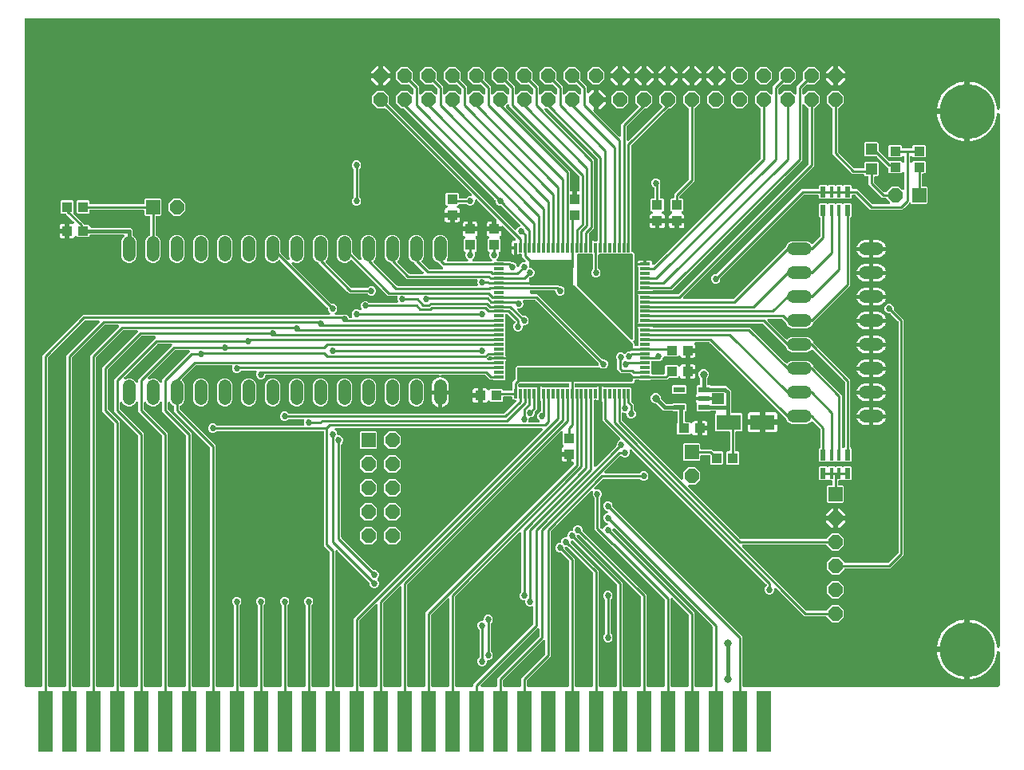
<source format=gbr>
G04 EAGLE Gerber RS-274X export*
G75*
%MOMM*%
%FSLAX34Y34*%
%LPD*%
%INTop Copper*%
%IPPOS*%
%AMOC8*
5,1,8,0,0,1.08239X$1,22.5*%
G01*
%ADD10R,1.524000X6.477000*%
%ADD11C,1.320800*%
%ADD12P,1.649562X8X22.500000*%
%ADD13R,1.000000X1.100000*%
%ADD14R,2.600000X1.600000*%
%ADD15R,1.200000X1.200000*%
%ADD16R,1.524000X1.524000*%
%ADD17P,1.649562X8X292.500000*%
%ADD18R,1.100000X1.000000*%
%ADD19C,5.842000*%
%ADD20P,1.649562X8X202.500000*%
%ADD21R,1.200000X0.550000*%
%ADD22R,1.000000X0.300000*%
%ADD23R,0.300000X1.000000*%
%ADD24R,0.440000X1.150000*%
%ADD25R,0.630000X1.150000*%
%ADD26C,0.254000*%
%ADD27C,0.406400*%
%ADD28C,0.457200*%
%ADD29C,0.685800*%
%ADD30C,0.812800*%

G36*
X21108Y87380D02*
X21108Y87380D01*
X21134Y87378D01*
X21281Y87400D01*
X21428Y87417D01*
X21453Y87425D01*
X21479Y87429D01*
X21617Y87484D01*
X21756Y87534D01*
X21778Y87548D01*
X21803Y87558D01*
X21924Y87643D01*
X22049Y87723D01*
X22067Y87742D01*
X22089Y87757D01*
X22188Y87867D01*
X22291Y87974D01*
X22305Y87996D01*
X22322Y88016D01*
X22394Y88146D01*
X22470Y88273D01*
X22478Y88298D01*
X22491Y88321D01*
X22531Y88464D01*
X22576Y88605D01*
X22578Y88631D01*
X22586Y88656D01*
X22605Y88900D01*
X22605Y439308D01*
X65517Y482220D01*
X326247Y482220D01*
X326347Y482231D01*
X326447Y482233D01*
X326520Y482251D01*
X326593Y482260D01*
X326688Y482293D01*
X326785Y482318D01*
X326852Y482352D01*
X326922Y482377D01*
X327006Y482432D01*
X327095Y482478D01*
X327152Y482526D01*
X327214Y482566D01*
X327284Y482638D01*
X327361Y482703D01*
X327405Y482763D01*
X327457Y482817D01*
X327508Y482903D01*
X327568Y482984D01*
X327597Y483052D01*
X327635Y483116D01*
X327666Y483212D01*
X327706Y483304D01*
X327719Y483377D01*
X327742Y483448D01*
X327750Y483548D01*
X327767Y483647D01*
X327764Y483721D01*
X327770Y483795D01*
X327755Y483895D01*
X327749Y483995D01*
X327729Y484066D01*
X327718Y484140D01*
X327681Y484233D01*
X327653Y484330D01*
X327617Y484395D01*
X327589Y484464D01*
X327532Y484546D01*
X327483Y484634D01*
X327418Y484710D01*
X327390Y484750D01*
X327364Y484774D01*
X327324Y484820D01*
X326000Y486144D01*
X325246Y487965D01*
X325246Y489320D01*
X325232Y489446D01*
X325225Y489572D01*
X325212Y489619D01*
X325206Y489667D01*
X325164Y489786D01*
X325129Y489907D01*
X325105Y489949D01*
X325089Y489995D01*
X325020Y490101D01*
X324959Y490211D01*
X324919Y490258D01*
X324900Y490288D01*
X324865Y490321D01*
X324800Y490398D01*
X274851Y540347D01*
X274830Y540363D01*
X274813Y540383D01*
X274694Y540472D01*
X274578Y540563D01*
X274554Y540575D01*
X274533Y540590D01*
X274397Y540649D01*
X274263Y540712D01*
X274237Y540718D01*
X274213Y540728D01*
X274067Y540755D01*
X273922Y540786D01*
X273896Y540785D01*
X273870Y540790D01*
X273721Y540782D01*
X273574Y540780D01*
X273548Y540773D01*
X273522Y540772D01*
X273379Y540731D01*
X273236Y540695D01*
X273212Y540683D01*
X273187Y540676D01*
X273057Y540603D01*
X272926Y540535D01*
X272906Y540518D01*
X272883Y540505D01*
X272697Y540347D01*
X271305Y538955D01*
X268317Y537717D01*
X265083Y537717D01*
X262095Y538955D01*
X259809Y541241D01*
X258571Y544229D01*
X258571Y560671D01*
X259809Y563659D01*
X262095Y565945D01*
X265083Y567183D01*
X268317Y567183D01*
X271305Y565945D01*
X273591Y563659D01*
X274829Y560671D01*
X274829Y548905D01*
X274831Y548885D01*
X274830Y548869D01*
X274843Y548779D01*
X274850Y548653D01*
X274863Y548606D01*
X274869Y548558D01*
X274911Y548439D01*
X274946Y548318D01*
X274970Y548276D01*
X274986Y548230D01*
X275055Y548124D01*
X275116Y548014D01*
X275156Y547967D01*
X275175Y547937D01*
X275210Y547904D01*
X275275Y547827D01*
X282161Y540941D01*
X282201Y540910D01*
X282234Y540873D01*
X282337Y540802D01*
X282434Y540725D01*
X282480Y540703D01*
X282521Y540674D01*
X282637Y540629D01*
X282749Y540576D01*
X282799Y540565D01*
X282845Y540547D01*
X282968Y540528D01*
X283090Y540502D01*
X283140Y540503D01*
X283190Y540496D01*
X283314Y540506D01*
X283438Y540508D01*
X283487Y540520D01*
X283537Y540525D01*
X283656Y540563D01*
X283776Y540593D01*
X283821Y540616D01*
X283869Y540632D01*
X283976Y540696D01*
X284086Y540753D01*
X284125Y540785D01*
X284168Y540811D01*
X284257Y540898D01*
X284352Y540979D01*
X284382Y541019D01*
X284418Y541054D01*
X284485Y541159D01*
X284559Y541259D01*
X284579Y541305D01*
X284606Y541348D01*
X284648Y541465D01*
X284697Y541579D01*
X284706Y541628D01*
X284723Y541676D01*
X284737Y541800D01*
X284759Y541922D01*
X284756Y541972D01*
X284762Y542022D01*
X284747Y542146D01*
X284741Y542270D01*
X284727Y542318D01*
X284721Y542368D01*
X284646Y542601D01*
X284644Y542605D01*
X283971Y544229D01*
X283971Y560671D01*
X285209Y563659D01*
X287495Y565945D01*
X290483Y567183D01*
X293717Y567183D01*
X296705Y565945D01*
X298991Y563659D01*
X300229Y560671D01*
X300229Y544229D01*
X298991Y541241D01*
X296705Y538955D01*
X293717Y537717D01*
X290483Y537717D01*
X289452Y538144D01*
X288855Y538392D01*
X288807Y538405D01*
X288761Y538427D01*
X288640Y538453D01*
X288520Y538487D01*
X288470Y538490D01*
X288421Y538500D01*
X288296Y538498D01*
X288172Y538504D01*
X288122Y538495D01*
X288072Y538494D01*
X287952Y538464D01*
X287829Y538442D01*
X287783Y538422D01*
X287734Y538409D01*
X287623Y538352D01*
X287509Y538303D01*
X287469Y538273D01*
X287424Y538250D01*
X287330Y538169D01*
X287230Y538095D01*
X287197Y538056D01*
X287159Y538024D01*
X287085Y537924D01*
X287005Y537829D01*
X286982Y537784D01*
X286952Y537744D01*
X286902Y537629D01*
X286846Y537519D01*
X286834Y537470D01*
X286814Y537424D01*
X286792Y537301D01*
X286762Y537180D01*
X286761Y537130D01*
X286752Y537081D01*
X286758Y536956D01*
X286757Y536832D01*
X286767Y536783D01*
X286770Y536732D01*
X286804Y536613D01*
X286831Y536491D01*
X286853Y536446D01*
X286867Y536398D01*
X286927Y536289D01*
X286981Y536177D01*
X287012Y536137D01*
X287037Y536093D01*
X287195Y535907D01*
X328752Y494350D01*
X328851Y494271D01*
X328945Y494187D01*
X328988Y494163D01*
X329025Y494133D01*
X329140Y494079D01*
X329250Y494018D01*
X329297Y494005D01*
X329341Y493984D01*
X329464Y493958D01*
X329586Y493923D01*
X329647Y493918D01*
X329681Y493911D01*
X329729Y493912D01*
X329830Y493904D01*
X331185Y493904D01*
X333006Y493150D01*
X334400Y491756D01*
X335154Y489935D01*
X335154Y487965D01*
X334400Y486144D01*
X333076Y484820D01*
X333013Y484741D01*
X332943Y484669D01*
X332905Y484605D01*
X332859Y484547D01*
X332816Y484456D01*
X332765Y484370D01*
X332742Y484299D01*
X332710Y484232D01*
X332689Y484134D01*
X332658Y484038D01*
X332652Y483964D01*
X332637Y483891D01*
X332639Y483791D01*
X332630Y483691D01*
X332641Y483617D01*
X332643Y483543D01*
X332667Y483446D01*
X332682Y483346D01*
X332710Y483277D01*
X332728Y483205D01*
X332774Y483116D01*
X332811Y483022D01*
X332853Y482961D01*
X332887Y482895D01*
X332952Y482819D01*
X333010Y482736D01*
X333065Y482686D01*
X333113Y482630D01*
X333194Y482570D01*
X333269Y482503D01*
X333334Y482467D01*
X333394Y482422D01*
X333486Y482383D01*
X333574Y482334D01*
X333645Y482314D01*
X333714Y482284D01*
X333812Y482267D01*
X333909Y482239D01*
X334009Y482231D01*
X334057Y482223D01*
X334092Y482225D01*
X334153Y482220D01*
X340233Y482220D01*
X340235Y482220D01*
X340237Y482220D01*
X340408Y482240D01*
X340579Y482260D01*
X340581Y482260D01*
X340583Y482261D01*
X340816Y482336D01*
X341915Y482791D01*
X343885Y482791D01*
X345706Y482037D01*
X347100Y480643D01*
X347372Y479985D01*
X347409Y479918D01*
X347437Y479847D01*
X347494Y479766D01*
X347541Y479680D01*
X347593Y479624D01*
X347636Y479561D01*
X347709Y479495D01*
X347776Y479422D01*
X347838Y479379D01*
X347895Y479328D01*
X347981Y479280D01*
X348062Y479224D01*
X348133Y479196D01*
X348200Y479159D01*
X348295Y479132D01*
X348386Y479096D01*
X348462Y479085D01*
X348536Y479064D01*
X348685Y479052D01*
X348731Y479045D01*
X348750Y479047D01*
X348779Y479045D01*
X349760Y479045D01*
X349909Y479062D01*
X350059Y479074D01*
X350082Y479082D01*
X350106Y479085D01*
X350247Y479135D01*
X350391Y479181D01*
X350411Y479194D01*
X350434Y479202D01*
X350561Y479284D01*
X350689Y479361D01*
X350707Y479378D01*
X350727Y479391D01*
X350831Y479499D01*
X350939Y479604D01*
X350952Y479624D01*
X350969Y479642D01*
X351047Y479771D01*
X351128Y479897D01*
X351136Y479920D01*
X351148Y479941D01*
X351194Y480084D01*
X351244Y480226D01*
X351247Y480250D01*
X351254Y480273D01*
X351266Y480422D01*
X351283Y480572D01*
X351280Y480596D01*
X351282Y480620D01*
X351260Y480769D01*
X351242Y480918D01*
X351233Y480946D01*
X351231Y480965D01*
X351213Y481009D01*
X351167Y481151D01*
X350646Y482409D01*
X350646Y484379D01*
X351400Y486200D01*
X352794Y487594D01*
X354615Y488348D01*
X356585Y488348D01*
X358406Y487594D01*
X358514Y487486D01*
X358553Y487455D01*
X358587Y487417D01*
X358689Y487347D01*
X358787Y487269D01*
X358832Y487248D01*
X358874Y487219D01*
X358989Y487173D01*
X359102Y487120D01*
X359151Y487110D01*
X359198Y487091D01*
X359321Y487073D01*
X359442Y487047D01*
X359493Y487048D01*
X359543Y487041D01*
X359667Y487051D01*
X359791Y487053D01*
X359840Y487065D01*
X359890Y487069D01*
X360008Y487108D01*
X360129Y487138D01*
X360174Y487161D01*
X360222Y487177D01*
X360328Y487241D01*
X360439Y487298D01*
X360477Y487330D01*
X360520Y487356D01*
X360609Y487443D01*
X360704Y487523D01*
X360734Y487564D01*
X360770Y487599D01*
X360837Y487703D01*
X360911Y487804D01*
X360931Y487850D01*
X360958Y487892D01*
X361000Y488009D01*
X361049Y488124D01*
X361058Y488173D01*
X361075Y488221D01*
X361089Y488345D01*
X361111Y488467D01*
X361108Y488517D01*
X361114Y488567D01*
X361099Y488691D01*
X361093Y488815D01*
X361079Y488863D01*
X361073Y488913D01*
X360998Y489146D01*
X360172Y491140D01*
X360172Y493110D01*
X360926Y494931D01*
X362320Y496325D01*
X364141Y497079D01*
X366111Y497079D01*
X367932Y496325D01*
X368891Y495366D01*
X368990Y495287D01*
X369084Y495203D01*
X369126Y495179D01*
X369164Y495149D01*
X369278Y495095D01*
X369389Y495034D01*
X369435Y495021D01*
X369479Y495000D01*
X369602Y494974D01*
X369724Y494939D01*
X369785Y494934D01*
X369820Y494927D01*
X369868Y494928D01*
X369968Y494920D01*
X398179Y494920D01*
X398328Y494937D01*
X398478Y494949D01*
X398501Y494957D01*
X398525Y494960D01*
X398666Y495010D01*
X398810Y495056D01*
X398830Y495069D01*
X398853Y495077D01*
X398980Y495159D01*
X399108Y495236D01*
X399126Y495253D01*
X399146Y495266D01*
X399250Y495374D01*
X399358Y495479D01*
X399371Y495499D01*
X399388Y495517D01*
X399466Y495646D01*
X399547Y495772D01*
X399555Y495795D01*
X399567Y495816D01*
X399613Y495959D01*
X399663Y496101D01*
X399666Y496125D01*
X399673Y496148D01*
X399685Y496297D01*
X399702Y496447D01*
X399699Y496471D01*
X399701Y496495D01*
X399679Y496644D01*
X399661Y496793D01*
X399652Y496821D01*
X399650Y496840D01*
X399632Y496884D01*
X399586Y497026D01*
X399065Y498284D01*
X399065Y500254D01*
X399257Y500718D01*
X399299Y500863D01*
X399344Y501006D01*
X399346Y501030D01*
X399353Y501053D01*
X399360Y501203D01*
X399372Y501353D01*
X399369Y501377D01*
X399370Y501401D01*
X399343Y501549D01*
X399321Y501698D01*
X399312Y501720D01*
X399307Y501744D01*
X399248Y501882D01*
X399192Y502022D01*
X399178Y502042D01*
X399169Y502064D01*
X399079Y502185D01*
X398993Y502308D01*
X398975Y502324D01*
X398961Y502343D01*
X398846Y502441D01*
X398734Y502541D01*
X398713Y502553D01*
X398695Y502569D01*
X398561Y502637D01*
X398429Y502710D01*
X398406Y502716D01*
X398384Y502727D01*
X398239Y502764D01*
X398094Y502805D01*
X398065Y502807D01*
X398046Y502812D01*
X397999Y502812D01*
X397850Y502824D01*
X388573Y502824D01*
X351051Y540347D01*
X351030Y540363D01*
X351013Y540383D01*
X350894Y540472D01*
X350778Y540563D01*
X350754Y540575D01*
X350733Y540590D01*
X350597Y540649D01*
X350463Y540712D01*
X350437Y540718D01*
X350413Y540728D01*
X350267Y540755D01*
X350122Y540786D01*
X350096Y540785D01*
X350070Y540790D01*
X349921Y540782D01*
X349774Y540780D01*
X349748Y540773D01*
X349722Y540772D01*
X349579Y540731D01*
X349436Y540695D01*
X349412Y540683D01*
X349387Y540676D01*
X349257Y540603D01*
X349126Y540535D01*
X349106Y540518D01*
X349083Y540505D01*
X348897Y540347D01*
X347505Y538955D01*
X344517Y537717D01*
X341283Y537717D01*
X338295Y538955D01*
X336009Y541241D01*
X334771Y544229D01*
X334771Y560671D01*
X336009Y563659D01*
X338295Y565945D01*
X341283Y567183D01*
X344517Y567183D01*
X347505Y565945D01*
X349791Y563659D01*
X351029Y560671D01*
X351029Y548905D01*
X351031Y548885D01*
X351030Y548869D01*
X351043Y548779D01*
X351050Y548653D01*
X351063Y548606D01*
X351069Y548558D01*
X351111Y548439D01*
X351146Y548318D01*
X351170Y548276D01*
X351186Y548230D01*
X351255Y548124D01*
X351316Y548014D01*
X351356Y547967D01*
X351375Y547937D01*
X351410Y547904D01*
X351475Y547827D01*
X358361Y540941D01*
X358401Y540910D01*
X358434Y540873D01*
X358537Y540802D01*
X358634Y540725D01*
X358680Y540703D01*
X358721Y540674D01*
X358837Y540629D01*
X358949Y540576D01*
X358999Y540565D01*
X359045Y540547D01*
X359169Y540528D01*
X359290Y540502D01*
X359340Y540503D01*
X359390Y540496D01*
X359514Y540506D01*
X359638Y540508D01*
X359687Y540520D01*
X359737Y540525D01*
X359856Y540563D01*
X359976Y540593D01*
X360021Y540616D01*
X360069Y540632D01*
X360176Y540696D01*
X360286Y540753D01*
X360325Y540785D01*
X360368Y540811D01*
X360457Y540898D01*
X360552Y540979D01*
X360582Y541019D01*
X360618Y541054D01*
X360685Y541159D01*
X360759Y541259D01*
X360779Y541305D01*
X360806Y541348D01*
X360848Y541465D01*
X360897Y541579D01*
X360906Y541628D01*
X360923Y541676D01*
X360937Y541800D01*
X360959Y541922D01*
X360956Y541972D01*
X360962Y542022D01*
X360947Y542146D01*
X360941Y542270D01*
X360927Y542318D01*
X360921Y542368D01*
X360846Y542601D01*
X360171Y544229D01*
X360171Y560671D01*
X361409Y563659D01*
X363695Y565945D01*
X366683Y567183D01*
X369917Y567183D01*
X372905Y565945D01*
X375191Y563659D01*
X376429Y560671D01*
X376429Y544229D01*
X375191Y541241D01*
X374053Y540103D01*
X374037Y540083D01*
X374017Y540066D01*
X373929Y539947D01*
X373837Y539830D01*
X373825Y539807D01*
X373810Y539786D01*
X373751Y539649D01*
X373688Y539515D01*
X373682Y539490D01*
X373672Y539466D01*
X373645Y539319D01*
X373614Y539175D01*
X373615Y539148D01*
X373610Y539123D01*
X373618Y538974D01*
X373620Y538826D01*
X373627Y538801D01*
X373628Y538774D01*
X373669Y538632D01*
X373705Y538488D01*
X373717Y538465D01*
X373724Y538440D01*
X373797Y538310D01*
X373865Y538178D01*
X373882Y538158D01*
X373895Y538135D01*
X374053Y537949D01*
X398380Y513622D01*
X398479Y513543D01*
X398573Y513459D01*
X398616Y513435D01*
X398653Y513405D01*
X398768Y513351D01*
X398878Y513290D01*
X398925Y513277D01*
X398969Y513256D01*
X399092Y513230D01*
X399214Y513195D01*
X399275Y513190D01*
X399309Y513183D01*
X399357Y513184D01*
X399458Y513176D01*
X482781Y513176D01*
X482930Y513193D01*
X483080Y513205D01*
X483103Y513213D01*
X483127Y513216D01*
X483269Y513266D01*
X483412Y513313D01*
X483433Y513325D01*
X483455Y513333D01*
X483582Y513415D01*
X483711Y513492D01*
X483728Y513509D01*
X483748Y513522D01*
X483853Y513631D01*
X483961Y513735D01*
X483974Y513755D01*
X483990Y513773D01*
X484068Y513902D01*
X484149Y514028D01*
X484157Y514051D01*
X484169Y514072D01*
X484215Y514215D01*
X484265Y514357D01*
X484268Y514381D01*
X484275Y514404D01*
X484287Y514553D01*
X484304Y514703D01*
X484301Y514727D01*
X484303Y514751D01*
X484281Y514900D01*
X484264Y515049D01*
X484255Y515077D01*
X484252Y515096D01*
X484234Y515140D01*
X484188Y515282D01*
X483996Y515746D01*
X483996Y517716D01*
X484188Y518180D01*
X484230Y518325D01*
X484275Y518468D01*
X484277Y518492D01*
X484284Y518515D01*
X484291Y518666D01*
X484303Y518815D01*
X484300Y518839D01*
X484301Y518863D01*
X484274Y519011D01*
X484252Y519160D01*
X484243Y519182D01*
X484238Y519206D01*
X484178Y519344D01*
X484123Y519484D01*
X484109Y519504D01*
X484100Y519526D01*
X484010Y519647D01*
X483924Y519770D01*
X483906Y519786D01*
X483892Y519806D01*
X483777Y519903D01*
X483665Y520003D01*
X483644Y520015D01*
X483626Y520031D01*
X483492Y520099D01*
X483360Y520172D01*
X483337Y520178D01*
X483315Y520189D01*
X483170Y520226D01*
X483025Y520267D01*
X482996Y520269D01*
X482977Y520274D01*
X482930Y520274D01*
X482781Y520286D01*
X409211Y520286D01*
X391781Y537717D01*
X391779Y537718D01*
X391778Y537720D01*
X391644Y537825D01*
X391508Y537934D01*
X391506Y537935D01*
X391504Y537936D01*
X391286Y538047D01*
X389095Y538955D01*
X386809Y541241D01*
X385571Y544229D01*
X385571Y560671D01*
X386809Y563659D01*
X389095Y565945D01*
X392083Y567183D01*
X395317Y567183D01*
X398305Y565945D01*
X400591Y563659D01*
X401829Y560671D01*
X401829Y544229D01*
X400591Y541241D01*
X399453Y540103D01*
X399437Y540083D01*
X399417Y540066D01*
X399329Y539947D01*
X399237Y539830D01*
X399225Y539807D01*
X399210Y539786D01*
X399151Y539649D01*
X399088Y539515D01*
X399082Y539490D01*
X399072Y539466D01*
X399045Y539319D01*
X399014Y539175D01*
X399015Y539148D01*
X399010Y539123D01*
X399018Y538974D01*
X399020Y538826D01*
X399027Y538801D01*
X399028Y538774D01*
X399069Y538632D01*
X399105Y538488D01*
X399117Y538465D01*
X399124Y538440D01*
X399197Y538310D01*
X399265Y538178D01*
X399282Y538158D01*
X399295Y538135D01*
X399453Y537949D01*
X411080Y526322D01*
X411179Y526243D01*
X411273Y526159D01*
X411316Y526135D01*
X411353Y526105D01*
X411468Y526051D01*
X411578Y525990D01*
X411625Y525977D01*
X411669Y525956D01*
X411792Y525930D01*
X411914Y525895D01*
X411975Y525890D01*
X412009Y525883D01*
X412057Y525884D01*
X412158Y525876D01*
X425344Y525876D01*
X425444Y525887D01*
X425545Y525889D01*
X425617Y525907D01*
X425691Y525916D01*
X425785Y525949D01*
X425883Y525974D01*
X425949Y526008D01*
X426019Y526033D01*
X426103Y526088D01*
X426192Y526134D01*
X426249Y526182D01*
X426312Y526222D01*
X426381Y526294D01*
X426458Y526359D01*
X426502Y526419D01*
X426554Y526473D01*
X426605Y526559D01*
X426665Y526640D01*
X426694Y526708D01*
X426733Y526772D01*
X426763Y526868D01*
X426803Y526960D01*
X426816Y527033D01*
X426839Y527104D01*
X426847Y527204D01*
X426865Y527303D01*
X426861Y527377D01*
X426867Y527451D01*
X426852Y527551D01*
X426847Y527651D01*
X426826Y527722D01*
X426815Y527796D01*
X426778Y527889D01*
X426750Y527986D01*
X426714Y528051D01*
X426686Y528120D01*
X426629Y528202D01*
X426580Y528290D01*
X426515Y528366D01*
X426487Y528406D01*
X426461Y528430D01*
X426422Y528476D01*
X417181Y537717D01*
X417179Y537718D01*
X417178Y537720D01*
X417044Y537825D01*
X416908Y537934D01*
X416906Y537935D01*
X416904Y537936D01*
X416686Y538047D01*
X414495Y538955D01*
X412209Y541241D01*
X410971Y544229D01*
X410971Y560671D01*
X412209Y563659D01*
X414495Y565945D01*
X417483Y567183D01*
X420717Y567183D01*
X423705Y565945D01*
X425991Y563659D01*
X427229Y560671D01*
X427229Y544229D01*
X425991Y541241D01*
X424853Y540103D01*
X424837Y540083D01*
X424817Y540066D01*
X424729Y539947D01*
X424637Y539830D01*
X424625Y539807D01*
X424610Y539786D01*
X424551Y539649D01*
X424488Y539515D01*
X424482Y539490D01*
X424472Y539466D01*
X424445Y539319D01*
X424414Y539175D01*
X424415Y539148D01*
X424410Y539123D01*
X424418Y538974D01*
X424420Y538826D01*
X424427Y538801D01*
X424428Y538774D01*
X424469Y538632D01*
X424505Y538488D01*
X424517Y538465D01*
X424524Y538440D01*
X424597Y538310D01*
X424665Y538178D01*
X424682Y538158D01*
X424695Y538135D01*
X424853Y537949D01*
X431717Y531085D01*
X431816Y531006D01*
X431910Y530922D01*
X431953Y530898D01*
X431990Y530868D01*
X432105Y530814D01*
X432215Y530753D01*
X432262Y530740D01*
X432306Y530719D01*
X432429Y530693D01*
X432551Y530658D01*
X432612Y530653D01*
X432646Y530646D01*
X432694Y530647D01*
X432795Y530639D01*
X445981Y530639D01*
X446081Y530650D01*
X446182Y530652D01*
X446254Y530670D01*
X446328Y530679D01*
X446422Y530712D01*
X446520Y530737D01*
X446586Y530771D01*
X446656Y530796D01*
X446740Y530851D01*
X446829Y530897D01*
X446886Y530945D01*
X446949Y530985D01*
X447019Y531057D01*
X447095Y531122D01*
X447139Y531182D01*
X447191Y531236D01*
X447242Y531322D01*
X447302Y531403D01*
X447331Y531471D01*
X447370Y531535D01*
X447400Y531631D01*
X447440Y531723D01*
X447453Y531796D01*
X447476Y531867D01*
X447484Y531967D01*
X447502Y532066D01*
X447498Y532140D01*
X447504Y532214D01*
X447489Y532314D01*
X447484Y532414D01*
X447463Y532485D01*
X447452Y532559D01*
X447415Y532652D01*
X447387Y532749D01*
X447351Y532814D01*
X447323Y532883D01*
X447266Y532965D01*
X447217Y533053D01*
X447152Y533129D01*
X447124Y533169D01*
X447121Y533172D01*
X447121Y533173D01*
X447097Y533194D01*
X447059Y533239D01*
X444759Y535538D01*
X444759Y535539D01*
X443789Y536509D01*
X442581Y537717D01*
X442579Y537718D01*
X442578Y537720D01*
X442444Y537825D01*
X442308Y537934D01*
X442306Y537935D01*
X442304Y537936D01*
X442086Y538047D01*
X439895Y538955D01*
X437609Y541241D01*
X436371Y544229D01*
X436371Y560671D01*
X437609Y563659D01*
X439895Y565945D01*
X442883Y567183D01*
X446117Y567183D01*
X449105Y565945D01*
X451391Y563659D01*
X452629Y560671D01*
X452629Y544229D01*
X451354Y541151D01*
X451312Y541006D01*
X451267Y540863D01*
X451265Y540839D01*
X451258Y540816D01*
X451251Y540665D01*
X451239Y540516D01*
X451242Y540492D01*
X451241Y540468D01*
X451268Y540320D01*
X451290Y540171D01*
X451299Y540149D01*
X451304Y540125D01*
X451364Y539987D01*
X451419Y539847D01*
X451433Y539827D01*
X451442Y539805D01*
X451532Y539684D01*
X451618Y539561D01*
X451636Y539545D01*
X451650Y539525D01*
X451765Y539428D01*
X451877Y539328D01*
X451898Y539316D01*
X451916Y539300D01*
X452050Y539232D01*
X452182Y539159D01*
X452205Y539153D01*
X452227Y539142D01*
X452372Y539105D01*
X452517Y539064D01*
X452546Y539062D01*
X452565Y539057D01*
X452612Y539057D01*
X452761Y539045D01*
X472680Y539045D01*
X472730Y539051D01*
X472781Y539048D01*
X472903Y539070D01*
X473027Y539085D01*
X473074Y539102D01*
X473124Y539111D01*
X473238Y539160D01*
X473355Y539202D01*
X473397Y539230D01*
X473443Y539250D01*
X473543Y539324D01*
X473647Y539391D01*
X473682Y539427D01*
X473723Y539458D01*
X473803Y539552D01*
X473890Y539642D01*
X473916Y539685D01*
X473948Y539724D01*
X474005Y539834D01*
X474068Y539941D01*
X474084Y539989D01*
X474107Y540034D01*
X474137Y540155D01*
X474175Y540273D01*
X474179Y540323D01*
X474191Y540372D01*
X474193Y540496D01*
X474203Y540620D01*
X474195Y540670D01*
X474196Y540721D01*
X474169Y540842D01*
X474151Y540965D01*
X474132Y541012D01*
X474122Y541061D01*
X474068Y541173D01*
X474022Y541289D01*
X473993Y541330D01*
X473972Y541376D01*
X473894Y541473D01*
X473823Y541575D01*
X473786Y541609D01*
X473754Y541648D01*
X473657Y541725D01*
X473565Y541808D01*
X473520Y541833D01*
X473481Y541864D01*
X473480Y541864D01*
X472050Y543294D01*
X471296Y545115D01*
X471296Y547085D01*
X471476Y547519D01*
X471517Y547663D01*
X471563Y547807D01*
X471565Y547831D01*
X471572Y547854D01*
X471579Y548005D01*
X471591Y548154D01*
X471587Y548178D01*
X471589Y548202D01*
X471562Y548350D01*
X471539Y548499D01*
X471530Y548521D01*
X471526Y548545D01*
X471466Y548683D01*
X471411Y548823D01*
X471397Y548843D01*
X471387Y548865D01*
X471297Y548986D01*
X471212Y549109D01*
X471194Y549125D01*
X471179Y549145D01*
X471064Y549242D01*
X470953Y549342D01*
X470932Y549354D01*
X470913Y549370D01*
X470833Y549411D01*
X469725Y550518D01*
X469725Y562782D01*
X470423Y563479D01*
X470455Y563520D01*
X470493Y563554D01*
X470563Y563655D01*
X470640Y563752D01*
X470662Y563799D01*
X470691Y563841D01*
X470736Y563955D01*
X470789Y564068D01*
X470799Y564117D01*
X470818Y564165D01*
X470836Y564287D01*
X470862Y564408D01*
X470861Y564459D01*
X470869Y564510D01*
X470858Y564633D01*
X470856Y564757D01*
X470844Y564806D01*
X470839Y564857D01*
X470801Y564975D01*
X470771Y565095D01*
X470748Y565140D01*
X470732Y565189D01*
X470668Y565295D01*
X470611Y565404D01*
X470578Y565443D01*
X470552Y565487D01*
X470466Y565576D01*
X470386Y565670D01*
X470345Y565700D01*
X470309Y565737D01*
X470108Y565876D01*
X469690Y566117D01*
X469217Y566590D01*
X468882Y567169D01*
X468709Y567815D01*
X468709Y571151D01*
X475274Y571151D01*
X475300Y571154D01*
X475326Y571152D01*
X475473Y571174D01*
X475620Y571191D01*
X475645Y571199D01*
X475671Y571203D01*
X475808Y571258D01*
X475948Y571308D01*
X475970Y571322D01*
X475995Y571332D01*
X476116Y571417D01*
X476241Y571497D01*
X476253Y571510D01*
X476300Y571465D01*
X476323Y571451D01*
X476342Y571434D01*
X476472Y571362D01*
X476599Y571286D01*
X476624Y571278D01*
X476647Y571265D01*
X476790Y571225D01*
X476931Y571180D01*
X476957Y571177D01*
X476982Y571170D01*
X477226Y571151D01*
X483791Y571151D01*
X483791Y567815D01*
X483618Y567169D01*
X483283Y566590D01*
X482810Y566117D01*
X482392Y565876D01*
X482351Y565845D01*
X482306Y565822D01*
X482212Y565742D01*
X482112Y565668D01*
X482079Y565629D01*
X482041Y565596D01*
X481967Y565497D01*
X481887Y565402D01*
X481864Y565357D01*
X481833Y565316D01*
X481784Y565202D01*
X481728Y565092D01*
X481716Y565043D01*
X481695Y564996D01*
X481674Y564874D01*
X481644Y564754D01*
X481643Y564703D01*
X481634Y564653D01*
X481640Y564529D01*
X481638Y564406D01*
X481649Y564356D01*
X481652Y564305D01*
X481686Y564186D01*
X481712Y564065D01*
X481734Y564019D01*
X481748Y563970D01*
X481809Y563862D01*
X481862Y563750D01*
X481893Y563710D01*
X481918Y563666D01*
X482077Y563479D01*
X482775Y562782D01*
X482775Y550518D01*
X481664Y549408D01*
X481631Y549386D01*
X481502Y549309D01*
X481485Y549292D01*
X481464Y549279D01*
X481360Y549171D01*
X481252Y549066D01*
X481239Y549046D01*
X481222Y549028D01*
X481145Y548899D01*
X481064Y548773D01*
X481056Y548750D01*
X481043Y548729D01*
X480997Y548586D01*
X480947Y548444D01*
X480944Y548420D01*
X480937Y548397D01*
X480925Y548248D01*
X480908Y548098D01*
X480911Y548074D01*
X480909Y548050D01*
X480931Y547901D01*
X480949Y547752D01*
X480958Y547724D01*
X480961Y547705D01*
X480978Y547661D01*
X481024Y547519D01*
X481204Y547085D01*
X481204Y545115D01*
X480450Y543294D01*
X478999Y541843D01*
X478932Y541806D01*
X478895Y541772D01*
X478853Y541745D01*
X478766Y541655D01*
X478674Y541572D01*
X478646Y541531D01*
X478610Y541494D01*
X478546Y541387D01*
X478476Y541285D01*
X478457Y541238D01*
X478432Y541195D01*
X478394Y541077D01*
X478348Y540961D01*
X478341Y540911D01*
X478325Y540863D01*
X478315Y540739D01*
X478297Y540616D01*
X478301Y540566D01*
X478297Y540516D01*
X478316Y540393D01*
X478326Y540269D01*
X478342Y540221D01*
X478349Y540171D01*
X478395Y540056D01*
X478433Y539937D01*
X478459Y539894D01*
X478478Y539847D01*
X478549Y539745D01*
X478613Y539639D01*
X478648Y539602D01*
X478677Y539561D01*
X478769Y539478D01*
X478856Y539389D01*
X478898Y539361D01*
X478935Y539328D01*
X479044Y539268D01*
X479149Y539200D01*
X479196Y539184D01*
X479240Y539159D01*
X479360Y539125D01*
X479477Y539084D01*
X479527Y539078D01*
X479576Y539064D01*
X479820Y539045D01*
X498080Y539045D01*
X498130Y539051D01*
X498181Y539048D01*
X498303Y539070D01*
X498427Y539085D01*
X498474Y539102D01*
X498524Y539111D01*
X498638Y539160D01*
X498755Y539202D01*
X498797Y539230D01*
X498843Y539250D01*
X498943Y539324D01*
X499047Y539391D01*
X499082Y539427D01*
X499123Y539458D01*
X499203Y539552D01*
X499290Y539642D01*
X499316Y539685D01*
X499348Y539724D01*
X499405Y539834D01*
X499468Y539941D01*
X499484Y539989D01*
X499507Y540034D01*
X499537Y540155D01*
X499575Y540273D01*
X499579Y540323D01*
X499591Y540372D01*
X499593Y540496D01*
X499603Y540620D01*
X499595Y540670D01*
X499596Y540721D01*
X499569Y540842D01*
X499551Y540965D01*
X499532Y541012D01*
X499522Y541061D01*
X499468Y541173D01*
X499422Y541289D01*
X499393Y541330D01*
X499372Y541376D01*
X499294Y541473D01*
X499223Y541575D01*
X499186Y541609D01*
X499154Y541648D01*
X499057Y541725D01*
X498965Y541808D01*
X498920Y541833D01*
X498881Y541864D01*
X498880Y541864D01*
X497450Y543294D01*
X496696Y545115D01*
X496696Y547085D01*
X496876Y547519D01*
X496917Y547663D01*
X496963Y547807D01*
X496965Y547831D01*
X496972Y547854D01*
X496979Y548005D01*
X496991Y548154D01*
X496987Y548178D01*
X496989Y548202D01*
X496962Y548350D01*
X496939Y548499D01*
X496930Y548521D01*
X496926Y548545D01*
X496866Y548683D01*
X496811Y548823D01*
X496797Y548843D01*
X496787Y548865D01*
X496697Y548986D01*
X496612Y549109D01*
X496594Y549125D01*
X496579Y549145D01*
X496464Y549242D01*
X496353Y549342D01*
X496332Y549354D01*
X496313Y549370D01*
X496233Y549411D01*
X495125Y550518D01*
X495125Y562782D01*
X495823Y563479D01*
X495855Y563520D01*
X495893Y563554D01*
X495963Y563655D01*
X496040Y563752D01*
X496062Y563799D01*
X496091Y563841D01*
X496136Y563955D01*
X496189Y564068D01*
X496199Y564117D01*
X496218Y564165D01*
X496236Y564287D01*
X496262Y564408D01*
X496261Y564459D01*
X496269Y564510D01*
X496258Y564633D01*
X496256Y564757D01*
X496244Y564806D01*
X496239Y564857D01*
X496201Y564975D01*
X496171Y565095D01*
X496148Y565140D01*
X496132Y565189D01*
X496068Y565295D01*
X496011Y565404D01*
X495978Y565443D01*
X495952Y565487D01*
X495866Y565576D01*
X495786Y565670D01*
X495745Y565700D01*
X495709Y565737D01*
X495508Y565876D01*
X495090Y566117D01*
X494617Y566590D01*
X494282Y567169D01*
X494109Y567815D01*
X494109Y571151D01*
X500674Y571151D01*
X500700Y571154D01*
X500726Y571152D01*
X500873Y571174D01*
X501020Y571191D01*
X501045Y571199D01*
X501071Y571203D01*
X501208Y571258D01*
X501348Y571308D01*
X501370Y571322D01*
X501395Y571332D01*
X501516Y571417D01*
X501641Y571497D01*
X501653Y571510D01*
X501700Y571465D01*
X501723Y571451D01*
X501742Y571434D01*
X501872Y571362D01*
X501999Y571286D01*
X502024Y571278D01*
X502047Y571265D01*
X502190Y571225D01*
X502331Y571180D01*
X502357Y571177D01*
X502382Y571170D01*
X502626Y571151D01*
X509191Y571151D01*
X509191Y567815D01*
X509018Y567169D01*
X508683Y566590D01*
X508210Y566117D01*
X507792Y565876D01*
X507751Y565845D01*
X507706Y565822D01*
X507612Y565742D01*
X507512Y565668D01*
X507479Y565629D01*
X507441Y565596D01*
X507367Y565497D01*
X507287Y565402D01*
X507264Y565357D01*
X507233Y565316D01*
X507184Y565202D01*
X507128Y565092D01*
X507116Y565043D01*
X507095Y564996D01*
X507074Y564874D01*
X507044Y564754D01*
X507043Y564703D01*
X507034Y564653D01*
X507040Y564529D01*
X507038Y564406D01*
X507049Y564356D01*
X507052Y564305D01*
X507086Y564186D01*
X507112Y564065D01*
X507134Y564019D01*
X507148Y563970D01*
X507209Y563862D01*
X507262Y563750D01*
X507293Y563710D01*
X507318Y563666D01*
X507477Y563479D01*
X508175Y562782D01*
X508175Y550518D01*
X507064Y549408D01*
X507031Y549386D01*
X506902Y549309D01*
X506885Y549292D01*
X506864Y549279D01*
X506760Y549171D01*
X506652Y549066D01*
X506639Y549046D01*
X506622Y549028D01*
X506545Y548899D01*
X506464Y548773D01*
X506456Y548750D01*
X506443Y548729D01*
X506397Y548586D01*
X506347Y548444D01*
X506344Y548420D01*
X506337Y548397D01*
X506325Y548248D01*
X506308Y548098D01*
X506311Y548074D01*
X506309Y548050D01*
X506331Y547901D01*
X506349Y547752D01*
X506358Y547724D01*
X506361Y547705D01*
X506378Y547661D01*
X506424Y547519D01*
X506604Y547085D01*
X506604Y545115D01*
X505850Y543294D01*
X504431Y541875D01*
X504368Y541796D01*
X504298Y541724D01*
X504260Y541660D01*
X504214Y541602D01*
X504171Y541511D01*
X504120Y541425D01*
X504097Y541354D01*
X504065Y541287D01*
X504044Y541189D01*
X504013Y541093D01*
X504007Y541019D01*
X503992Y540946D01*
X503994Y540846D01*
X503985Y540746D01*
X503996Y540672D01*
X503998Y540598D01*
X504022Y540501D01*
X504037Y540401D01*
X504065Y540332D01*
X504083Y540260D01*
X504129Y540171D01*
X504166Y540077D01*
X504208Y540016D01*
X504242Y539950D01*
X504307Y539874D01*
X504365Y539791D01*
X504420Y539741D01*
X504468Y539685D01*
X504549Y539625D01*
X504624Y539558D01*
X504689Y539522D01*
X504749Y539477D01*
X504841Y539438D01*
X504929Y539389D01*
X505000Y539369D01*
X505069Y539339D01*
X505167Y539322D01*
X505264Y539294D01*
X505364Y539286D01*
X505412Y539278D01*
X505447Y539280D01*
X505508Y539275D01*
X512388Y539275D01*
X512388Y539274D01*
X512503Y539220D01*
X512613Y539159D01*
X512660Y539146D01*
X512704Y539125D01*
X512827Y539099D01*
X512949Y539064D01*
X513009Y539059D01*
X513044Y539052D01*
X513092Y539053D01*
X513193Y539045D01*
X519008Y539045D01*
X519252Y538800D01*
X519351Y538721D01*
X519445Y538637D01*
X519488Y538613D01*
X519525Y538583D01*
X519640Y538529D01*
X519750Y538468D01*
X519797Y538455D01*
X519841Y538434D01*
X519964Y538408D01*
X520086Y538373D01*
X520146Y538368D01*
X520181Y538361D01*
X520229Y538362D01*
X520330Y538354D01*
X521685Y538354D01*
X523506Y537600D01*
X524900Y536206D01*
X525643Y534412D01*
X525692Y534324D01*
X525732Y534232D01*
X525776Y534172D01*
X525812Y534107D01*
X525879Y534033D01*
X525939Y533952D01*
X525996Y533904D01*
X526046Y533849D01*
X526129Y533792D01*
X526205Y533727D01*
X526272Y533693D01*
X526333Y533651D01*
X526426Y533614D01*
X526516Y533568D01*
X526588Y533550D01*
X526657Y533523D01*
X526756Y533509D01*
X526854Y533484D01*
X526928Y533483D01*
X527002Y533472D01*
X527102Y533481D01*
X527202Y533479D01*
X527275Y533495D01*
X527349Y533501D01*
X527445Y533532D01*
X527543Y533554D01*
X527610Y533586D01*
X527681Y533608D01*
X527767Y533660D01*
X527858Y533703D01*
X527916Y533750D01*
X527979Y533788D01*
X528051Y533858D01*
X528130Y533921D01*
X528176Y533979D01*
X528229Y534031D01*
X528284Y534115D01*
X528346Y534194D01*
X528392Y534284D01*
X528418Y534324D01*
X528430Y534358D01*
X528457Y534412D01*
X529200Y536206D01*
X530594Y537600D01*
X532415Y538354D01*
X533516Y538354D01*
X533616Y538365D01*
X533717Y538367D01*
X533789Y538385D01*
X533863Y538394D01*
X533957Y538427D01*
X534055Y538452D01*
X534121Y538486D01*
X534191Y538511D01*
X534275Y538566D01*
X534364Y538612D01*
X534421Y538660D01*
X534484Y538700D01*
X534553Y538772D01*
X534630Y538837D01*
X534674Y538897D01*
X534726Y538951D01*
X534777Y539037D01*
X534837Y539118D01*
X534866Y539186D01*
X534905Y539250D01*
X534935Y539346D01*
X534975Y539438D01*
X534988Y539511D01*
X535011Y539582D01*
X535019Y539682D01*
X535037Y539781D01*
X535033Y539855D01*
X535039Y539929D01*
X535024Y540029D01*
X535019Y540129D01*
X534998Y540200D01*
X534987Y540274D01*
X534950Y540367D01*
X534922Y540464D01*
X534886Y540529D01*
X534858Y540598D01*
X534801Y540680D01*
X534752Y540768D01*
X534687Y540844D01*
X534659Y540884D01*
X534633Y540908D01*
X534594Y540954D01*
X531405Y544142D01*
X531405Y545702D01*
X531402Y545728D01*
X531404Y545754D01*
X531382Y545901D01*
X531365Y546048D01*
X531357Y546073D01*
X531353Y546099D01*
X531298Y546237D01*
X531248Y546376D01*
X531234Y546398D01*
X531224Y546423D01*
X531139Y546544D01*
X531059Y546669D01*
X531040Y546687D01*
X531025Y546709D01*
X530915Y546808D01*
X530808Y546911D01*
X530786Y546925D01*
X530766Y546942D01*
X530637Y547014D01*
X530509Y547090D01*
X530484Y547098D01*
X530461Y547111D01*
X530318Y547151D01*
X530177Y547196D01*
X530151Y547198D01*
X530126Y547206D01*
X529882Y547225D01*
X528399Y547225D01*
X528274Y547211D01*
X528148Y547204D01*
X528101Y547191D01*
X528053Y547185D01*
X527934Y547143D01*
X527813Y547108D01*
X527771Y547084D01*
X527725Y547068D01*
X527619Y546999D01*
X527509Y546938D01*
X527462Y546898D01*
X527432Y546879D01*
X527399Y546844D01*
X527322Y546779D01*
X527260Y546717D01*
X526681Y546382D01*
X526035Y546209D01*
X525723Y546209D01*
X525723Y553750D01*
X525720Y553776D01*
X525722Y553802D01*
X525700Y553949D01*
X525684Y554096D01*
X525675Y554121D01*
X525671Y554147D01*
X525616Y554284D01*
X525566Y554424D01*
X525552Y554446D01*
X525542Y554470D01*
X525458Y554592D01*
X525377Y554717D01*
X525358Y554735D01*
X525343Y554757D01*
X525233Y554856D01*
X525126Y554959D01*
X525103Y554973D01*
X525084Y554990D01*
X524954Y555062D01*
X524827Y555138D01*
X524802Y555146D01*
X524779Y555159D01*
X524636Y555199D01*
X524495Y555245D01*
X524469Y555247D01*
X524443Y555254D01*
X524200Y555273D01*
X520159Y555273D01*
X520159Y559085D01*
X520332Y559731D01*
X520667Y560310D01*
X521140Y560783D01*
X521719Y561118D01*
X522365Y561291D01*
X523279Y561291D01*
X523379Y561302D01*
X523480Y561304D01*
X523552Y561322D01*
X523626Y561331D01*
X523720Y561364D01*
X523818Y561389D01*
X523884Y561423D01*
X523954Y561448D01*
X524038Y561503D01*
X524127Y561549D01*
X524184Y561597D01*
X524247Y561637D01*
X524316Y561709D01*
X524393Y561774D01*
X524437Y561834D01*
X524489Y561888D01*
X524540Y561974D01*
X524600Y562055D01*
X524629Y562123D01*
X524668Y562187D01*
X524698Y562283D01*
X524738Y562375D01*
X524751Y562448D01*
X524774Y562519D01*
X524782Y562619D01*
X524800Y562718D01*
X524796Y562792D01*
X524802Y562866D01*
X524787Y562966D01*
X524782Y563066D01*
X524761Y563137D01*
X524750Y563211D01*
X524713Y563304D01*
X524685Y563401D01*
X524649Y563466D01*
X524621Y563535D01*
X524564Y563617D01*
X524515Y563705D01*
X524450Y563781D01*
X524422Y563821D01*
X524396Y563845D01*
X524357Y563891D01*
X511791Y576457D01*
X511713Y576519D01*
X511640Y576589D01*
X511576Y576627D01*
X511518Y576673D01*
X511427Y576716D01*
X511341Y576768D01*
X511270Y576790D01*
X511203Y576822D01*
X511105Y576843D01*
X511009Y576874D01*
X510935Y576880D01*
X510862Y576895D01*
X510762Y576894D01*
X510662Y576902D01*
X510588Y576891D01*
X510514Y576890D01*
X510417Y576865D01*
X510317Y576850D01*
X510248Y576823D01*
X510176Y576805D01*
X510086Y576758D01*
X509993Y576721D01*
X509932Y576679D01*
X509866Y576645D01*
X509789Y576580D01*
X509707Y576522D01*
X509657Y576467D01*
X509601Y576419D01*
X509541Y576338D01*
X509474Y576264D01*
X509438Y576199D01*
X509401Y576149D01*
X504149Y576149D01*
X504149Y582386D01*
X504200Y582455D01*
X504229Y582523D01*
X504268Y582587D01*
X504298Y582683D01*
X504338Y582775D01*
X504351Y582848D01*
X504374Y582919D01*
X504382Y583019D01*
X504400Y583118D01*
X504396Y583192D01*
X504402Y583266D01*
X504387Y583366D01*
X504382Y583466D01*
X504361Y583537D01*
X504350Y583611D01*
X504313Y583704D01*
X504285Y583801D01*
X504249Y583866D01*
X504221Y583935D01*
X504164Y584017D01*
X504115Y584105D01*
X504050Y584181D01*
X504022Y584221D01*
X503996Y584245D01*
X503957Y584291D01*
X483804Y604444D01*
X483726Y604506D01*
X483653Y604576D01*
X483589Y604614D01*
X483531Y604660D01*
X483440Y604703D01*
X483354Y604755D01*
X483283Y604777D01*
X483216Y604809D01*
X483118Y604830D01*
X483022Y604861D01*
X482948Y604867D01*
X482875Y604882D01*
X482775Y604881D01*
X482675Y604889D01*
X482601Y604878D01*
X482527Y604877D01*
X482430Y604852D01*
X482330Y604837D01*
X482261Y604810D01*
X482189Y604792D01*
X482099Y604745D01*
X482006Y604708D01*
X481945Y604666D01*
X481879Y604632D01*
X481802Y604567D01*
X481720Y604509D01*
X481670Y604454D01*
X481614Y604406D01*
X481554Y604325D01*
X481487Y604251D01*
X481451Y604186D01*
X481406Y604126D01*
X481367Y604034D01*
X481318Y603946D01*
X481298Y603874D01*
X481268Y603806D01*
X481251Y603707D01*
X481223Y603610D01*
X481215Y603510D01*
X481207Y603463D01*
X481209Y603427D01*
X481204Y603366D01*
X481204Y602265D01*
X480450Y600444D01*
X479056Y599050D01*
X477235Y598296D01*
X475265Y598296D01*
X473444Y599050D01*
X472485Y600009D01*
X472386Y600088D01*
X472292Y600172D01*
X472250Y600196D01*
X472212Y600226D01*
X472098Y600280D01*
X471987Y600341D01*
X471941Y600354D01*
X471897Y600375D01*
X471774Y600401D01*
X471652Y600436D01*
X471591Y600441D01*
X471556Y600448D01*
X471508Y600447D01*
X471408Y600455D01*
X465543Y600455D01*
X465417Y600441D01*
X465291Y600434D01*
X465244Y600421D01*
X465196Y600415D01*
X465077Y600373D01*
X464956Y600338D01*
X464914Y600314D01*
X464868Y600298D01*
X464762Y600229D01*
X464652Y600168D01*
X464605Y600128D01*
X464575Y600109D01*
X464542Y600074D01*
X464465Y600009D01*
X463283Y598827D01*
X463166Y598785D01*
X463023Y598739D01*
X463002Y598726D01*
X462979Y598718D01*
X462853Y598637D01*
X462724Y598560D01*
X462707Y598542D01*
X462686Y598529D01*
X462582Y598421D01*
X462474Y598317D01*
X462461Y598296D01*
X462444Y598278D01*
X462367Y598150D01*
X462286Y598024D01*
X462277Y598000D01*
X462265Y597979D01*
X462219Y597837D01*
X462169Y597696D01*
X462166Y597671D01*
X462159Y597647D01*
X462147Y597498D01*
X462130Y597349D01*
X462133Y597325D01*
X462131Y597300D01*
X462153Y597152D01*
X462170Y597003D01*
X462179Y596980D01*
X462182Y596955D01*
X462237Y596816D01*
X462288Y596675D01*
X462302Y596654D01*
X462311Y596631D01*
X462396Y596509D01*
X462478Y596383D01*
X462496Y596365D01*
X462510Y596345D01*
X462621Y596245D01*
X462729Y596141D01*
X462750Y596128D01*
X462769Y596112D01*
X462900Y596039D01*
X463028Y595963D01*
X463057Y595953D01*
X463074Y595943D01*
X463120Y595930D01*
X463259Y595881D01*
X463681Y595768D01*
X464260Y595433D01*
X464733Y594960D01*
X465068Y594381D01*
X465241Y593735D01*
X465241Y590899D01*
X458176Y590899D01*
X458150Y590896D01*
X458124Y590898D01*
X457977Y590876D01*
X457830Y590859D01*
X457805Y590851D01*
X457779Y590847D01*
X457642Y590792D01*
X457502Y590742D01*
X457480Y590728D01*
X457455Y590718D01*
X457334Y590633D01*
X457209Y590553D01*
X457197Y590540D01*
X457150Y590585D01*
X457127Y590599D01*
X457108Y590616D01*
X456978Y590688D01*
X456851Y590764D01*
X456826Y590772D01*
X456803Y590785D01*
X456660Y590825D01*
X456519Y590870D01*
X456493Y590872D01*
X456468Y590880D01*
X456224Y590899D01*
X449159Y590899D01*
X449159Y593735D01*
X449332Y594381D01*
X449667Y594960D01*
X450140Y595433D01*
X450719Y595768D01*
X451141Y595881D01*
X451280Y595936D01*
X451421Y595986D01*
X451442Y596000D01*
X451465Y596009D01*
X451588Y596094D01*
X451714Y596175D01*
X451732Y596193D01*
X451752Y596207D01*
X451852Y596318D01*
X451956Y596426D01*
X451969Y596447D01*
X451986Y596466D01*
X452058Y596596D01*
X452135Y596725D01*
X452143Y596748D01*
X452155Y596770D01*
X452196Y596914D01*
X452241Y597057D01*
X452243Y597082D01*
X452250Y597106D01*
X452257Y597255D01*
X452269Y597404D01*
X452266Y597429D01*
X452267Y597454D01*
X452240Y597601D01*
X452218Y597749D01*
X452209Y597772D01*
X452204Y597796D01*
X452144Y597934D01*
X452089Y598073D01*
X452075Y598093D01*
X452065Y598116D01*
X451975Y598236D01*
X451890Y598359D01*
X451872Y598375D01*
X451857Y598395D01*
X451742Y598492D01*
X451631Y598592D01*
X451610Y598604D01*
X451591Y598620D01*
X451458Y598688D01*
X451326Y598761D01*
X451302Y598768D01*
X451280Y598779D01*
X451135Y598815D01*
X451126Y598817D01*
X450175Y599768D01*
X450175Y611032D01*
X451068Y611925D01*
X463332Y611925D01*
X464225Y611032D01*
X464225Y607568D01*
X464228Y607542D01*
X464226Y607516D01*
X464248Y607369D01*
X464265Y607222D01*
X464273Y607197D01*
X464277Y607171D01*
X464332Y607033D01*
X464382Y606894D01*
X464396Y606872D01*
X464406Y606847D01*
X464491Y606726D01*
X464571Y606601D01*
X464590Y606583D01*
X464605Y606561D01*
X464715Y606462D01*
X464822Y606359D01*
X464844Y606345D01*
X464864Y606328D01*
X464994Y606256D01*
X465121Y606180D01*
X465146Y606172D01*
X465169Y606159D01*
X465312Y606119D01*
X465453Y606074D01*
X465479Y606072D01*
X465504Y606064D01*
X465748Y606045D01*
X471408Y606045D01*
X471534Y606059D01*
X471660Y606066D01*
X471706Y606079D01*
X471754Y606085D01*
X471873Y606127D01*
X471995Y606162D01*
X472037Y606186D01*
X472082Y606202D01*
X472189Y606271D01*
X472299Y606332D01*
X472345Y606372D01*
X472375Y606391D01*
X472409Y606426D01*
X472485Y606491D01*
X473444Y607450D01*
X475265Y608204D01*
X476366Y608204D01*
X476466Y608215D01*
X476567Y608217D01*
X476639Y608235D01*
X476713Y608244D01*
X476807Y608277D01*
X476905Y608302D01*
X476971Y608336D01*
X477041Y608361D01*
X477125Y608416D01*
X477214Y608462D01*
X477271Y608510D01*
X477334Y608550D01*
X477403Y608622D01*
X477480Y608687D01*
X477524Y608747D01*
X477576Y608801D01*
X477627Y608887D01*
X477687Y608968D01*
X477716Y609036D01*
X477755Y609100D01*
X477785Y609196D01*
X477825Y609288D01*
X477838Y609361D01*
X477861Y609432D01*
X477869Y609532D01*
X477887Y609631D01*
X477883Y609705D01*
X477889Y609779D01*
X477874Y609879D01*
X477869Y609979D01*
X477848Y610050D01*
X477837Y610124D01*
X477800Y610217D01*
X477772Y610314D01*
X477736Y610379D01*
X477708Y610448D01*
X477651Y610530D01*
X477602Y610618D01*
X477537Y610694D01*
X477509Y610734D01*
X477483Y610758D01*
X477444Y610804D01*
X386567Y701680D01*
X386547Y701697D01*
X386530Y701717D01*
X386410Y701805D01*
X386294Y701897D01*
X386271Y701908D01*
X386249Y701924D01*
X386113Y701983D01*
X385979Y702046D01*
X385953Y702051D01*
X385929Y702062D01*
X385783Y702088D01*
X385638Y702119D01*
X385612Y702119D01*
X385586Y702124D01*
X385438Y702116D01*
X385290Y702113D01*
X385265Y702107D01*
X385238Y702106D01*
X385096Y702065D01*
X385059Y702055D01*
X377212Y702055D01*
X371855Y707412D01*
X371855Y714988D01*
X377212Y720345D01*
X384788Y720345D01*
X390145Y714988D01*
X390145Y707164D01*
X390138Y707149D01*
X390112Y707003D01*
X390081Y706858D01*
X390081Y706832D01*
X390076Y706806D01*
X390084Y706658D01*
X390087Y706510D01*
X390093Y706484D01*
X390094Y706458D01*
X390135Y706316D01*
X390172Y706172D01*
X390184Y706148D01*
X390191Y706123D01*
X390263Y705994D01*
X390331Y705862D01*
X390348Y705842D01*
X390361Y705819D01*
X390520Y705633D01*
X523189Y572963D01*
X523307Y572870D01*
X523422Y572772D01*
X523443Y572761D01*
X523462Y572746D01*
X523598Y572682D01*
X523732Y572614D01*
X523756Y572608D01*
X523777Y572597D01*
X523925Y572566D01*
X524070Y572529D01*
X524095Y572529D01*
X524118Y572524D01*
X524268Y572527D01*
X524419Y572524D01*
X524443Y572530D01*
X524467Y572530D01*
X524612Y572567D01*
X524759Y572599D01*
X524781Y572609D01*
X524805Y572615D01*
X524938Y572684D01*
X525074Y572748D01*
X525093Y572764D01*
X525114Y572775D01*
X525229Y572872D01*
X525346Y572966D01*
X525361Y572985D01*
X525380Y573000D01*
X525469Y573121D01*
X525562Y573239D01*
X525576Y573265D01*
X525587Y573281D01*
X525606Y573324D01*
X525674Y573457D01*
X526025Y574306D01*
X527419Y575700D01*
X528268Y576051D01*
X528399Y576124D01*
X528533Y576193D01*
X528551Y576209D01*
X528572Y576221D01*
X528684Y576321D01*
X528798Y576419D01*
X528813Y576438D01*
X528831Y576455D01*
X528916Y576578D01*
X529005Y576699D01*
X529015Y576721D01*
X529029Y576741D01*
X529084Y576881D01*
X529143Y577019D01*
X529148Y577043D01*
X529157Y577066D01*
X529179Y577214D01*
X529205Y577362D01*
X529204Y577386D01*
X529207Y577410D01*
X529195Y577561D01*
X529187Y577710D01*
X529181Y577733D01*
X529179Y577758D01*
X529132Y577901D01*
X529091Y578045D01*
X529079Y578066D01*
X529071Y578089D01*
X528994Y578218D01*
X528921Y578349D01*
X528902Y578372D01*
X528892Y578388D01*
X528859Y578422D01*
X528762Y578536D01*
X509448Y597850D01*
X509349Y597929D01*
X509255Y598013D01*
X509212Y598037D01*
X509175Y598067D01*
X509060Y598121D01*
X508950Y598182D01*
X508903Y598195D01*
X508859Y598216D01*
X508736Y598242D01*
X508614Y598277D01*
X508553Y598282D01*
X508519Y598289D01*
X508471Y598288D01*
X508370Y598296D01*
X507015Y598296D01*
X505194Y599050D01*
X503800Y600444D01*
X503046Y602265D01*
X503046Y603620D01*
X503032Y603746D01*
X503025Y603872D01*
X503012Y603919D01*
X503006Y603967D01*
X502964Y604086D01*
X502929Y604207D01*
X502905Y604249D01*
X502889Y604295D01*
X502820Y604401D01*
X502759Y604511D01*
X502719Y604558D01*
X502700Y604588D01*
X502665Y604621D01*
X502600Y604698D01*
X405689Y701609D01*
X405590Y701688D01*
X405496Y701772D01*
X405453Y701796D01*
X405416Y701826D01*
X405301Y701880D01*
X405191Y701941D01*
X405144Y701954D01*
X405100Y701975D01*
X404977Y702001D01*
X404855Y702036D01*
X404794Y702041D01*
X404760Y702048D01*
X404712Y702047D01*
X404611Y702055D01*
X402612Y702055D01*
X397255Y707412D01*
X397255Y714988D01*
X402612Y720345D01*
X410188Y720345D01*
X413705Y716828D01*
X413783Y716765D01*
X413856Y716695D01*
X413920Y716657D01*
X413978Y716611D01*
X414069Y716568D01*
X414155Y716517D01*
X414226Y716494D01*
X414293Y716462D01*
X414391Y716441D01*
X414487Y716410D01*
X414561Y716404D01*
X414634Y716389D01*
X414734Y716390D01*
X414834Y716382D01*
X414908Y716393D01*
X414982Y716395D01*
X415079Y716419D01*
X415179Y716434D01*
X415248Y716462D01*
X415320Y716480D01*
X415410Y716526D01*
X415503Y716563D01*
X415564Y716605D01*
X415630Y716639D01*
X415707Y716705D01*
X415789Y716762D01*
X415839Y716817D01*
X415895Y716865D01*
X415955Y716946D01*
X416022Y717021D01*
X416058Y717086D01*
X416103Y717145D01*
X416142Y717238D01*
X416191Y717326D01*
X416211Y717397D01*
X416241Y717465D01*
X416258Y717564D01*
X416286Y717661D01*
X416294Y717761D01*
X416302Y717809D01*
X416300Y717844D01*
X416305Y717905D01*
X416305Y722111D01*
X416291Y722237D01*
X416284Y722363D01*
X416271Y722410D01*
X416265Y722458D01*
X416223Y722577D01*
X416188Y722698D01*
X416164Y722740D01*
X416148Y722786D01*
X416079Y722892D01*
X416018Y723002D01*
X415978Y723049D01*
X415959Y723079D01*
X415924Y723112D01*
X415859Y723189D01*
X411967Y727080D01*
X411947Y727097D01*
X411929Y727117D01*
X411810Y727205D01*
X411694Y727297D01*
X411670Y727308D01*
X411649Y727324D01*
X411513Y727383D01*
X411379Y727446D01*
X411353Y727452D01*
X411329Y727462D01*
X411183Y727488D01*
X411038Y727519D01*
X411012Y727519D01*
X410986Y727524D01*
X410838Y727516D01*
X410690Y727513D01*
X410664Y727507D01*
X410638Y727506D01*
X410495Y727464D01*
X410459Y727455D01*
X402612Y727455D01*
X397255Y732812D01*
X397255Y740388D01*
X402612Y745745D01*
X410188Y745745D01*
X415545Y740388D01*
X415545Y732564D01*
X415538Y732549D01*
X415512Y732403D01*
X415481Y732259D01*
X415481Y732232D01*
X415476Y732206D01*
X415484Y732058D01*
X415487Y731910D01*
X415493Y731884D01*
X415494Y731858D01*
X415535Y731716D01*
X415572Y731572D01*
X415584Y731549D01*
X415591Y731523D01*
X415663Y731394D01*
X415731Y731262D01*
X415748Y731242D01*
X415761Y731219D01*
X415920Y731033D01*
X421895Y725058D01*
X421895Y717905D01*
X421906Y717805D01*
X421908Y717705D01*
X421926Y717632D01*
X421935Y717559D01*
X421968Y717464D01*
X421993Y717367D01*
X422027Y717300D01*
X422052Y717230D01*
X422107Y717146D01*
X422153Y717057D01*
X422201Y717000D01*
X422241Y716938D01*
X422313Y716868D01*
X422378Y716791D01*
X422438Y716747D01*
X422492Y716695D01*
X422578Y716644D01*
X422659Y716584D01*
X422727Y716555D01*
X422791Y716517D01*
X422887Y716486D01*
X422979Y716446D01*
X423052Y716433D01*
X423123Y716410D01*
X423223Y716402D01*
X423322Y716385D01*
X423396Y716388D01*
X423470Y716382D01*
X423570Y716397D01*
X423670Y716402D01*
X423741Y716423D01*
X423815Y716434D01*
X423908Y716471D01*
X424005Y716499D01*
X424070Y716535D01*
X424139Y716563D01*
X424221Y716620D01*
X424309Y716669D01*
X424385Y716734D01*
X424425Y716762D01*
X424449Y716788D01*
X424495Y716828D01*
X428012Y720345D01*
X435588Y720345D01*
X439105Y716828D01*
X439183Y716765D01*
X439256Y716695D01*
X439320Y716657D01*
X439378Y716611D01*
X439469Y716568D01*
X439555Y716517D01*
X439626Y716494D01*
X439693Y716462D01*
X439791Y716441D01*
X439887Y716410D01*
X439961Y716404D01*
X440034Y716389D01*
X440134Y716390D01*
X440234Y716382D01*
X440308Y716393D01*
X440382Y716395D01*
X440479Y716419D01*
X440579Y716434D01*
X440648Y716462D01*
X440720Y716480D01*
X440810Y716526D01*
X440903Y716563D01*
X440964Y716605D01*
X441030Y716639D01*
X441107Y716705D01*
X441189Y716762D01*
X441239Y716817D01*
X441295Y716865D01*
X441355Y716946D01*
X441422Y717021D01*
X441458Y717086D01*
X441503Y717145D01*
X441542Y717238D01*
X441591Y717326D01*
X441611Y717397D01*
X441641Y717465D01*
X441658Y717564D01*
X441686Y717661D01*
X441694Y717761D01*
X441702Y717809D01*
X441700Y717844D01*
X441705Y717905D01*
X441705Y722111D01*
X441691Y722237D01*
X441684Y722363D01*
X441671Y722410D01*
X441665Y722458D01*
X441623Y722577D01*
X441588Y722698D01*
X441564Y722740D01*
X441548Y722786D01*
X441479Y722892D01*
X441418Y723002D01*
X441378Y723049D01*
X441359Y723079D01*
X441324Y723112D01*
X441259Y723189D01*
X437367Y727080D01*
X437347Y727097D01*
X437329Y727117D01*
X437210Y727205D01*
X437094Y727297D01*
X437070Y727308D01*
X437049Y727324D01*
X436913Y727383D01*
X436779Y727446D01*
X436753Y727452D01*
X436729Y727462D01*
X436583Y727488D01*
X436438Y727519D01*
X436412Y727519D01*
X436386Y727524D01*
X436238Y727516D01*
X436090Y727513D01*
X436064Y727507D01*
X436038Y727506D01*
X435895Y727464D01*
X435859Y727455D01*
X428012Y727455D01*
X422655Y732812D01*
X422655Y740388D01*
X428012Y745745D01*
X435588Y745745D01*
X440945Y740388D01*
X440945Y732564D01*
X440938Y732549D01*
X440912Y732403D01*
X440881Y732259D01*
X440881Y732232D01*
X440876Y732206D01*
X440884Y732058D01*
X440887Y731910D01*
X440893Y731884D01*
X440894Y731858D01*
X440935Y731716D01*
X440972Y731572D01*
X440984Y731549D01*
X440991Y731523D01*
X441063Y731394D01*
X441131Y731262D01*
X441148Y731242D01*
X441161Y731219D01*
X441320Y731033D01*
X447295Y725058D01*
X447295Y717905D01*
X447306Y717805D01*
X447308Y717705D01*
X447326Y717632D01*
X447335Y717559D01*
X447368Y717464D01*
X447393Y717367D01*
X447427Y717300D01*
X447452Y717230D01*
X447507Y717146D01*
X447553Y717057D01*
X447601Y717000D01*
X447641Y716938D01*
X447713Y716868D01*
X447778Y716791D01*
X447838Y716747D01*
X447892Y716695D01*
X447978Y716644D01*
X448059Y716584D01*
X448127Y716555D01*
X448191Y716517D01*
X448287Y716486D01*
X448379Y716446D01*
X448452Y716433D01*
X448523Y716410D01*
X448623Y716402D01*
X448722Y716385D01*
X448796Y716388D01*
X448870Y716382D01*
X448970Y716397D01*
X449070Y716402D01*
X449141Y716423D01*
X449215Y716434D01*
X449308Y716471D01*
X449405Y716499D01*
X449470Y716535D01*
X449539Y716563D01*
X449621Y716620D01*
X449709Y716669D01*
X449785Y716734D01*
X449825Y716762D01*
X449849Y716788D01*
X449895Y716828D01*
X453412Y720345D01*
X460988Y720345D01*
X464505Y716828D01*
X464583Y716765D01*
X464656Y716695D01*
X464720Y716657D01*
X464778Y716611D01*
X464869Y716568D01*
X464955Y716517D01*
X465026Y716494D01*
X465093Y716462D01*
X465191Y716441D01*
X465287Y716410D01*
X465361Y716404D01*
X465434Y716389D01*
X465534Y716390D01*
X465634Y716382D01*
X465708Y716393D01*
X465782Y716395D01*
X465879Y716419D01*
X465979Y716434D01*
X466048Y716462D01*
X466120Y716480D01*
X466210Y716526D01*
X466303Y716563D01*
X466364Y716605D01*
X466430Y716639D01*
X466507Y716705D01*
X466589Y716762D01*
X466639Y716817D01*
X466695Y716865D01*
X466755Y716946D01*
X466822Y717021D01*
X466858Y717086D01*
X466903Y717145D01*
X466942Y717238D01*
X466991Y717326D01*
X467011Y717397D01*
X467041Y717465D01*
X467058Y717564D01*
X467086Y717661D01*
X467094Y717761D01*
X467102Y717809D01*
X467100Y717844D01*
X467105Y717905D01*
X467105Y722111D01*
X467091Y722237D01*
X467084Y722363D01*
X467071Y722410D01*
X467065Y722458D01*
X467023Y722577D01*
X466988Y722698D01*
X466964Y722740D01*
X466948Y722786D01*
X466879Y722892D01*
X466818Y723002D01*
X466778Y723049D01*
X466759Y723079D01*
X466724Y723112D01*
X466659Y723189D01*
X462767Y727080D01*
X462747Y727097D01*
X462729Y727117D01*
X462610Y727205D01*
X462494Y727297D01*
X462470Y727308D01*
X462449Y727324D01*
X462313Y727383D01*
X462179Y727446D01*
X462153Y727452D01*
X462129Y727462D01*
X461983Y727488D01*
X461838Y727519D01*
X461812Y727519D01*
X461786Y727524D01*
X461638Y727516D01*
X461490Y727513D01*
X461464Y727507D01*
X461438Y727506D01*
X461295Y727464D01*
X461259Y727455D01*
X453412Y727455D01*
X448055Y732812D01*
X448055Y740388D01*
X453412Y745745D01*
X460988Y745745D01*
X466345Y740388D01*
X466345Y732564D01*
X466338Y732549D01*
X466312Y732403D01*
X466281Y732259D01*
X466281Y732232D01*
X466276Y732206D01*
X466284Y732058D01*
X466287Y731910D01*
X466293Y731884D01*
X466294Y731858D01*
X466335Y731716D01*
X466372Y731572D01*
X466384Y731549D01*
X466391Y731523D01*
X466463Y731394D01*
X466531Y731262D01*
X466548Y731242D01*
X466561Y731219D01*
X466720Y731033D01*
X472695Y725058D01*
X472695Y717905D01*
X472706Y717805D01*
X472708Y717705D01*
X472726Y717632D01*
X472735Y717559D01*
X472768Y717464D01*
X472793Y717367D01*
X472827Y717300D01*
X472852Y717230D01*
X472907Y717146D01*
X472953Y717057D01*
X473001Y717000D01*
X473041Y716938D01*
X473113Y716868D01*
X473178Y716791D01*
X473238Y716747D01*
X473292Y716695D01*
X473378Y716644D01*
X473459Y716584D01*
X473527Y716555D01*
X473591Y716517D01*
X473687Y716486D01*
X473779Y716446D01*
X473852Y716433D01*
X473923Y716410D01*
X474023Y716402D01*
X474122Y716385D01*
X474196Y716388D01*
X474270Y716382D01*
X474370Y716397D01*
X474470Y716402D01*
X474541Y716423D01*
X474615Y716434D01*
X474708Y716471D01*
X474805Y716499D01*
X474870Y716535D01*
X474939Y716563D01*
X475021Y716620D01*
X475109Y716669D01*
X475185Y716734D01*
X475225Y716762D01*
X475249Y716788D01*
X475295Y716828D01*
X478812Y720345D01*
X486388Y720345D01*
X489905Y716828D01*
X489983Y716765D01*
X490056Y716695D01*
X490120Y716657D01*
X490178Y716611D01*
X490269Y716568D01*
X490355Y716517D01*
X490426Y716494D01*
X490493Y716462D01*
X490591Y716441D01*
X490687Y716410D01*
X490761Y716404D01*
X490834Y716389D01*
X490934Y716390D01*
X491034Y716382D01*
X491108Y716393D01*
X491182Y716395D01*
X491279Y716419D01*
X491379Y716434D01*
X491448Y716462D01*
X491520Y716480D01*
X491610Y716526D01*
X491703Y716563D01*
X491764Y716605D01*
X491830Y716639D01*
X491907Y716705D01*
X491989Y716762D01*
X492039Y716817D01*
X492095Y716865D01*
X492155Y716946D01*
X492222Y717021D01*
X492258Y717086D01*
X492303Y717145D01*
X492342Y717238D01*
X492391Y717326D01*
X492411Y717397D01*
X492441Y717465D01*
X492458Y717564D01*
X492486Y717661D01*
X492494Y717761D01*
X492502Y717809D01*
X492500Y717844D01*
X492505Y717905D01*
X492505Y722111D01*
X492491Y722237D01*
X492484Y722363D01*
X492471Y722410D01*
X492465Y722458D01*
X492423Y722577D01*
X492388Y722698D01*
X492364Y722740D01*
X492348Y722786D01*
X492279Y722892D01*
X492218Y723002D01*
X492178Y723049D01*
X492159Y723079D01*
X492124Y723112D01*
X492059Y723189D01*
X488167Y727080D01*
X488147Y727097D01*
X488129Y727117D01*
X488010Y727205D01*
X487894Y727297D01*
X487870Y727308D01*
X487849Y727324D01*
X487713Y727383D01*
X487579Y727446D01*
X487553Y727452D01*
X487529Y727462D01*
X487383Y727488D01*
X487238Y727519D01*
X487212Y727519D01*
X487186Y727524D01*
X487038Y727516D01*
X486890Y727513D01*
X486864Y727507D01*
X486838Y727506D01*
X486695Y727464D01*
X486659Y727455D01*
X478812Y727455D01*
X473455Y732812D01*
X473455Y740388D01*
X478812Y745745D01*
X486388Y745745D01*
X491745Y740388D01*
X491745Y732564D01*
X491738Y732549D01*
X491712Y732403D01*
X491681Y732259D01*
X491681Y732232D01*
X491676Y732206D01*
X491684Y732058D01*
X491687Y731910D01*
X491693Y731884D01*
X491694Y731858D01*
X491735Y731716D01*
X491772Y731572D01*
X491784Y731549D01*
X491791Y731523D01*
X491863Y731394D01*
X491931Y731262D01*
X491948Y731242D01*
X491961Y731219D01*
X492120Y731033D01*
X498095Y725058D01*
X498095Y717905D01*
X498106Y717805D01*
X498108Y717705D01*
X498126Y717632D01*
X498135Y717559D01*
X498168Y717464D01*
X498193Y717367D01*
X498227Y717300D01*
X498252Y717230D01*
X498307Y717146D01*
X498353Y717057D01*
X498401Y717000D01*
X498441Y716938D01*
X498513Y716868D01*
X498578Y716791D01*
X498638Y716747D01*
X498692Y716695D01*
X498778Y716644D01*
X498859Y716584D01*
X498927Y716555D01*
X498991Y716517D01*
X499087Y716486D01*
X499179Y716446D01*
X499252Y716433D01*
X499323Y716410D01*
X499423Y716402D01*
X499522Y716385D01*
X499596Y716388D01*
X499670Y716382D01*
X499770Y716397D01*
X499870Y716402D01*
X499941Y716423D01*
X500015Y716434D01*
X500108Y716471D01*
X500205Y716499D01*
X500270Y716535D01*
X500339Y716563D01*
X500421Y716620D01*
X500509Y716669D01*
X500585Y716734D01*
X500625Y716762D01*
X500649Y716788D01*
X500695Y716828D01*
X504212Y720345D01*
X511788Y720345D01*
X515305Y716828D01*
X515383Y716765D01*
X515456Y716695D01*
X515520Y716657D01*
X515578Y716611D01*
X515669Y716568D01*
X515755Y716517D01*
X515826Y716494D01*
X515893Y716462D01*
X515991Y716441D01*
X516087Y716410D01*
X516161Y716404D01*
X516234Y716389D01*
X516334Y716390D01*
X516434Y716382D01*
X516508Y716393D01*
X516582Y716395D01*
X516679Y716419D01*
X516779Y716434D01*
X516848Y716462D01*
X516920Y716480D01*
X517010Y716526D01*
X517103Y716563D01*
X517164Y716605D01*
X517230Y716639D01*
X517307Y716705D01*
X517389Y716762D01*
X517439Y716817D01*
X517495Y716865D01*
X517555Y716946D01*
X517622Y717021D01*
X517658Y717086D01*
X517703Y717145D01*
X517742Y717238D01*
X517791Y717326D01*
X517811Y717397D01*
X517841Y717465D01*
X517858Y717564D01*
X517886Y717661D01*
X517894Y717761D01*
X517902Y717809D01*
X517900Y717844D01*
X517905Y717905D01*
X517905Y722111D01*
X517891Y722237D01*
X517884Y722363D01*
X517871Y722410D01*
X517865Y722458D01*
X517823Y722577D01*
X517788Y722698D01*
X517764Y722740D01*
X517748Y722786D01*
X517679Y722892D01*
X517618Y723002D01*
X517578Y723049D01*
X517559Y723079D01*
X517524Y723112D01*
X517459Y723189D01*
X513567Y727080D01*
X513547Y727097D01*
X513529Y727117D01*
X513410Y727205D01*
X513294Y727297D01*
X513270Y727308D01*
X513249Y727324D01*
X513113Y727383D01*
X512979Y727446D01*
X512953Y727452D01*
X512929Y727462D01*
X512783Y727488D01*
X512638Y727519D01*
X512612Y727519D01*
X512586Y727524D01*
X512438Y727516D01*
X512290Y727513D01*
X512264Y727507D01*
X512238Y727506D01*
X512095Y727464D01*
X512059Y727455D01*
X504212Y727455D01*
X498855Y732812D01*
X498855Y740388D01*
X504212Y745745D01*
X511788Y745745D01*
X517145Y740388D01*
X517145Y732564D01*
X517138Y732549D01*
X517112Y732403D01*
X517081Y732259D01*
X517081Y732232D01*
X517076Y732206D01*
X517084Y732058D01*
X517087Y731910D01*
X517093Y731884D01*
X517094Y731858D01*
X517135Y731716D01*
X517172Y731572D01*
X517184Y731549D01*
X517191Y731523D01*
X517263Y731394D01*
X517331Y731262D01*
X517348Y731242D01*
X517361Y731219D01*
X517520Y731033D01*
X523495Y725058D01*
X523495Y717905D01*
X523506Y717805D01*
X523508Y717705D01*
X523526Y717632D01*
X523535Y717559D01*
X523568Y717464D01*
X523593Y717367D01*
X523627Y717300D01*
X523652Y717230D01*
X523707Y717146D01*
X523753Y717057D01*
X523801Y717000D01*
X523841Y716938D01*
X523913Y716868D01*
X523978Y716791D01*
X524038Y716747D01*
X524092Y716695D01*
X524178Y716644D01*
X524259Y716584D01*
X524327Y716555D01*
X524391Y716517D01*
X524487Y716486D01*
X524579Y716446D01*
X524652Y716433D01*
X524723Y716410D01*
X524823Y716402D01*
X524922Y716385D01*
X524996Y716388D01*
X525070Y716382D01*
X525170Y716397D01*
X525270Y716402D01*
X525341Y716423D01*
X525415Y716434D01*
X525508Y716471D01*
X525605Y716499D01*
X525670Y716535D01*
X525739Y716563D01*
X525821Y716620D01*
X525909Y716669D01*
X525985Y716734D01*
X526025Y716762D01*
X526049Y716788D01*
X526095Y716828D01*
X529612Y720345D01*
X537188Y720345D01*
X540705Y716828D01*
X540783Y716765D01*
X540856Y716695D01*
X540920Y716657D01*
X540978Y716611D01*
X541069Y716568D01*
X541155Y716517D01*
X541226Y716494D01*
X541293Y716462D01*
X541391Y716441D01*
X541487Y716410D01*
X541561Y716404D01*
X541634Y716389D01*
X541734Y716390D01*
X541834Y716382D01*
X541908Y716393D01*
X541982Y716395D01*
X542079Y716419D01*
X542179Y716434D01*
X542248Y716462D01*
X542320Y716480D01*
X542410Y716526D01*
X542503Y716563D01*
X542564Y716605D01*
X542630Y716639D01*
X542707Y716705D01*
X542789Y716762D01*
X542839Y716817D01*
X542895Y716865D01*
X542955Y716946D01*
X543022Y717021D01*
X543058Y717086D01*
X543103Y717145D01*
X543142Y717238D01*
X543191Y717326D01*
X543211Y717397D01*
X543241Y717465D01*
X543258Y717564D01*
X543286Y717661D01*
X543294Y717761D01*
X543302Y717809D01*
X543300Y717844D01*
X543305Y717905D01*
X543305Y722111D01*
X543291Y722237D01*
X543284Y722363D01*
X543271Y722410D01*
X543265Y722458D01*
X543223Y722577D01*
X543188Y722698D01*
X543164Y722740D01*
X543148Y722786D01*
X543079Y722892D01*
X543018Y723002D01*
X542978Y723048D01*
X542959Y723079D01*
X542924Y723112D01*
X542859Y723189D01*
X538967Y727080D01*
X538947Y727097D01*
X538930Y727117D01*
X538810Y727205D01*
X538694Y727297D01*
X538671Y727308D01*
X538649Y727324D01*
X538513Y727383D01*
X538379Y727446D01*
X538353Y727451D01*
X538329Y727462D01*
X538183Y727488D01*
X538038Y727519D01*
X538012Y727519D01*
X537986Y727524D01*
X537838Y727516D01*
X537690Y727513D01*
X537665Y727507D01*
X537638Y727506D01*
X537496Y727465D01*
X537459Y727455D01*
X529612Y727455D01*
X524255Y732812D01*
X524255Y740388D01*
X529612Y745745D01*
X537188Y745745D01*
X542545Y740388D01*
X542545Y732564D01*
X542538Y732549D01*
X542512Y732403D01*
X542481Y732258D01*
X542481Y732232D01*
X542476Y732206D01*
X542484Y732058D01*
X542487Y731910D01*
X542493Y731884D01*
X542494Y731858D01*
X542535Y731716D01*
X542572Y731572D01*
X542584Y731548D01*
X542591Y731523D01*
X542663Y731394D01*
X542731Y731262D01*
X542748Y731242D01*
X542761Y731219D01*
X542920Y731033D01*
X546811Y727141D01*
X548895Y725058D01*
X548895Y717905D01*
X548906Y717805D01*
X548908Y717705D01*
X548926Y717632D01*
X548935Y717559D01*
X548968Y717464D01*
X548993Y717367D01*
X549027Y717300D01*
X549052Y717230D01*
X549107Y717146D01*
X549153Y717057D01*
X549201Y717000D01*
X549241Y716938D01*
X549313Y716868D01*
X549378Y716791D01*
X549438Y716747D01*
X549492Y716695D01*
X549578Y716644D01*
X549659Y716584D01*
X549727Y716555D01*
X549791Y716517D01*
X549887Y716486D01*
X549979Y716446D01*
X550052Y716433D01*
X550123Y716410D01*
X550223Y716402D01*
X550322Y716385D01*
X550396Y716388D01*
X550470Y716382D01*
X550570Y716397D01*
X550670Y716402D01*
X550741Y716423D01*
X550815Y716434D01*
X550908Y716471D01*
X551005Y716499D01*
X551070Y716535D01*
X551139Y716563D01*
X551221Y716620D01*
X551309Y716669D01*
X551385Y716734D01*
X551425Y716762D01*
X551449Y716788D01*
X551495Y716828D01*
X555012Y720345D01*
X562588Y720345D01*
X566105Y716828D01*
X566183Y716765D01*
X566256Y716695D01*
X566320Y716657D01*
X566378Y716611D01*
X566469Y716568D01*
X566555Y716517D01*
X566626Y716494D01*
X566693Y716462D01*
X566791Y716441D01*
X566887Y716410D01*
X566961Y716404D01*
X567034Y716389D01*
X567134Y716390D01*
X567234Y716382D01*
X567308Y716393D01*
X567382Y716395D01*
X567479Y716419D01*
X567579Y716434D01*
X567648Y716462D01*
X567720Y716480D01*
X567810Y716526D01*
X567903Y716563D01*
X567964Y716605D01*
X568030Y716639D01*
X568107Y716705D01*
X568189Y716762D01*
X568239Y716817D01*
X568295Y716865D01*
X568355Y716946D01*
X568422Y717021D01*
X568458Y717086D01*
X568503Y717145D01*
X568542Y717238D01*
X568591Y717326D01*
X568611Y717397D01*
X568641Y717465D01*
X568658Y717564D01*
X568686Y717661D01*
X568694Y717761D01*
X568702Y717809D01*
X568700Y717844D01*
X568705Y717905D01*
X568705Y722111D01*
X568691Y722237D01*
X568684Y722363D01*
X568671Y722410D01*
X568665Y722458D01*
X568623Y722577D01*
X568588Y722698D01*
X568564Y722740D01*
X568548Y722786D01*
X568479Y722892D01*
X568418Y723002D01*
X568378Y723048D01*
X568359Y723079D01*
X568324Y723112D01*
X568259Y723189D01*
X564367Y727080D01*
X564347Y727097D01*
X564330Y727117D01*
X564210Y727205D01*
X564094Y727297D01*
X564071Y727308D01*
X564049Y727324D01*
X563913Y727383D01*
X563779Y727446D01*
X563753Y727451D01*
X563729Y727462D01*
X563583Y727488D01*
X563438Y727519D01*
X563412Y727519D01*
X563386Y727524D01*
X563238Y727516D01*
X563090Y727513D01*
X563065Y727507D01*
X563038Y727506D01*
X562896Y727465D01*
X562859Y727455D01*
X555012Y727455D01*
X549655Y732812D01*
X549655Y740388D01*
X555012Y745745D01*
X562588Y745745D01*
X567945Y740388D01*
X567945Y732564D01*
X567938Y732549D01*
X567912Y732403D01*
X567881Y732258D01*
X567881Y732232D01*
X567876Y732206D01*
X567884Y732058D01*
X567887Y731910D01*
X567893Y731884D01*
X567894Y731858D01*
X567935Y731716D01*
X567972Y731572D01*
X567984Y731548D01*
X567991Y731523D01*
X568063Y731394D01*
X568131Y731262D01*
X568148Y731242D01*
X568161Y731219D01*
X568320Y731033D01*
X572211Y727141D01*
X574295Y725058D01*
X574295Y717905D01*
X574306Y717805D01*
X574308Y717705D01*
X574326Y717632D01*
X574335Y717559D01*
X574368Y717464D01*
X574393Y717367D01*
X574427Y717300D01*
X574452Y717230D01*
X574507Y717146D01*
X574553Y717057D01*
X574601Y717000D01*
X574641Y716938D01*
X574713Y716868D01*
X574778Y716791D01*
X574838Y716747D01*
X574892Y716695D01*
X574978Y716644D01*
X575059Y716584D01*
X575127Y716555D01*
X575191Y716517D01*
X575287Y716486D01*
X575379Y716446D01*
X575452Y716433D01*
X575523Y716410D01*
X575623Y716402D01*
X575722Y716385D01*
X575796Y716388D01*
X575870Y716382D01*
X575970Y716397D01*
X576070Y716402D01*
X576141Y716423D01*
X576215Y716434D01*
X576308Y716471D01*
X576405Y716499D01*
X576470Y716535D01*
X576539Y716563D01*
X576621Y716620D01*
X576709Y716669D01*
X576785Y716734D01*
X576825Y716762D01*
X576849Y716788D01*
X576895Y716828D01*
X580412Y720345D01*
X587988Y720345D01*
X591505Y716828D01*
X591583Y716765D01*
X591656Y716695D01*
X591720Y716657D01*
X591778Y716611D01*
X591869Y716568D01*
X591955Y716517D01*
X592026Y716494D01*
X592093Y716462D01*
X592191Y716441D01*
X592287Y716410D01*
X592361Y716404D01*
X592434Y716389D01*
X592534Y716390D01*
X592634Y716382D01*
X592708Y716393D01*
X592782Y716395D01*
X592879Y716419D01*
X592979Y716434D01*
X593048Y716462D01*
X593120Y716480D01*
X593210Y716526D01*
X593303Y716563D01*
X593364Y716605D01*
X593430Y716639D01*
X593507Y716705D01*
X593589Y716762D01*
X593639Y716817D01*
X593695Y716865D01*
X593755Y716946D01*
X593822Y717021D01*
X593858Y717086D01*
X593903Y717145D01*
X593942Y717238D01*
X593991Y717326D01*
X594011Y717397D01*
X594041Y717465D01*
X594058Y717564D01*
X594086Y717661D01*
X594094Y717761D01*
X594102Y717809D01*
X594100Y717844D01*
X594105Y717905D01*
X594105Y722111D01*
X594091Y722237D01*
X594084Y722363D01*
X594071Y722410D01*
X594065Y722458D01*
X594023Y722577D01*
X593988Y722698D01*
X593964Y722740D01*
X593948Y722786D01*
X593879Y722892D01*
X593818Y723002D01*
X593778Y723048D01*
X593759Y723079D01*
X593724Y723112D01*
X593659Y723189D01*
X589767Y727080D01*
X589747Y727097D01*
X589730Y727117D01*
X589610Y727205D01*
X589494Y727297D01*
X589471Y727308D01*
X589449Y727324D01*
X589313Y727383D01*
X589179Y727446D01*
X589153Y727451D01*
X589129Y727462D01*
X588983Y727488D01*
X588838Y727519D01*
X588812Y727519D01*
X588786Y727524D01*
X588638Y727516D01*
X588490Y727513D01*
X588465Y727507D01*
X588438Y727506D01*
X588296Y727465D01*
X588259Y727455D01*
X580412Y727455D01*
X575055Y732812D01*
X575055Y740388D01*
X580412Y745745D01*
X587988Y745745D01*
X593345Y740388D01*
X593345Y732564D01*
X593338Y732549D01*
X593312Y732403D01*
X593281Y732258D01*
X593281Y732232D01*
X593276Y732206D01*
X593284Y732058D01*
X593287Y731910D01*
X593293Y731884D01*
X593294Y731858D01*
X593335Y731716D01*
X593372Y731572D01*
X593384Y731548D01*
X593391Y731523D01*
X593463Y731394D01*
X593531Y731262D01*
X593548Y731242D01*
X593561Y731219D01*
X593720Y731033D01*
X597611Y727141D01*
X599695Y725058D01*
X599695Y719342D01*
X599706Y719242D01*
X599708Y719141D01*
X599726Y719069D01*
X599735Y718995D01*
X599768Y718901D01*
X599793Y718803D01*
X599827Y718737D01*
X599852Y718667D01*
X599907Y718583D01*
X599953Y718494D01*
X600001Y718437D01*
X600041Y718374D01*
X600113Y718305D01*
X600178Y718228D01*
X600238Y718184D01*
X600292Y718132D01*
X600378Y718081D01*
X600459Y718021D01*
X600527Y717992D01*
X600591Y717953D01*
X600687Y717923D01*
X600779Y717883D01*
X600852Y717870D01*
X600923Y717847D01*
X601023Y717839D01*
X601122Y717821D01*
X601196Y717825D01*
X601270Y717819D01*
X601370Y717834D01*
X601470Y717839D01*
X601541Y717860D01*
X601615Y717871D01*
X601708Y717908D01*
X601805Y717936D01*
X601870Y717972D01*
X601939Y718000D01*
X602021Y718057D01*
X602109Y718106D01*
X602185Y718171D01*
X602225Y718199D01*
X602249Y718225D01*
X602295Y718265D01*
X605391Y721361D01*
X607061Y721361D01*
X607061Y712216D01*
X607064Y712190D01*
X607062Y712164D01*
X607084Y712017D01*
X607101Y711870D01*
X607109Y711845D01*
X607113Y711819D01*
X607168Y711682D01*
X607218Y711542D01*
X607232Y711520D01*
X607242Y711495D01*
X607327Y711374D01*
X607407Y711249D01*
X607426Y711231D01*
X607441Y711209D01*
X607457Y711195D01*
X607375Y711110D01*
X607361Y711087D01*
X607344Y711068D01*
X607272Y710938D01*
X607196Y710811D01*
X607188Y710786D01*
X607175Y710763D01*
X607135Y710620D01*
X607090Y710479D01*
X607087Y710453D01*
X607080Y710428D01*
X607061Y710184D01*
X607061Y700330D01*
X607020Y700275D01*
X606991Y700207D01*
X606952Y700143D01*
X606922Y700047D01*
X606882Y699955D01*
X606869Y699882D01*
X606846Y699811D01*
X606838Y699711D01*
X606820Y699612D01*
X606824Y699538D01*
X606818Y699464D01*
X606833Y699364D01*
X606838Y699264D01*
X606859Y699193D01*
X606870Y699119D01*
X606907Y699026D01*
X606935Y698929D01*
X606971Y698864D01*
X606999Y698795D01*
X607056Y698713D01*
X607105Y698625D01*
X607170Y698549D01*
X607198Y698509D01*
X607224Y698485D01*
X607263Y698439D01*
X633805Y671897D01*
X633883Y671835D01*
X633956Y671765D01*
X634020Y671727D01*
X634078Y671681D01*
X634169Y671638D01*
X634255Y671586D01*
X634326Y671564D01*
X634393Y671532D01*
X634491Y671511D01*
X634587Y671480D01*
X634661Y671474D01*
X634734Y671459D01*
X634834Y671460D01*
X634934Y671452D01*
X635008Y671463D01*
X635082Y671464D01*
X635179Y671489D01*
X635279Y671504D01*
X635348Y671531D01*
X635420Y671549D01*
X635510Y671596D01*
X635603Y671633D01*
X635664Y671675D01*
X635730Y671709D01*
X635807Y671774D01*
X635889Y671832D01*
X635939Y671887D01*
X635995Y671935D01*
X636055Y672016D01*
X636122Y672090D01*
X636158Y672155D01*
X636203Y672215D01*
X636242Y672307D01*
X636291Y672395D01*
X636311Y672467D01*
X636341Y672535D01*
X636358Y672634D01*
X636386Y672731D01*
X636394Y672831D01*
X636402Y672878D01*
X636400Y672914D01*
X636405Y672975D01*
X636405Y684808D01*
X654055Y702458D01*
X654072Y702478D01*
X654092Y702495D01*
X654180Y702615D01*
X654272Y702731D01*
X654283Y702754D01*
X654299Y702776D01*
X654358Y702912D01*
X654421Y703046D01*
X654426Y703072D01*
X654437Y703096D01*
X654463Y703242D01*
X654494Y703387D01*
X654494Y703413D01*
X654499Y703439D01*
X654491Y703587D01*
X654488Y703735D01*
X654482Y703760D01*
X654481Y703787D01*
X654440Y703929D01*
X654403Y704073D01*
X654391Y704096D01*
X654384Y704122D01*
X654312Y704251D01*
X654244Y704383D01*
X654227Y704403D01*
X654214Y704426D01*
X654055Y704612D01*
X651255Y707412D01*
X651255Y714988D01*
X656612Y720345D01*
X664188Y720345D01*
X669545Y714988D01*
X669545Y707412D01*
X664188Y702055D01*
X662189Y702055D01*
X662063Y702041D01*
X661937Y702034D01*
X661890Y702021D01*
X661842Y702015D01*
X661723Y701973D01*
X661602Y701938D01*
X661560Y701914D01*
X661514Y701898D01*
X661408Y701829D01*
X661298Y701768D01*
X661251Y701728D01*
X661221Y701709D01*
X661188Y701674D01*
X661111Y701609D01*
X642441Y682939D01*
X642362Y682840D01*
X642278Y682746D01*
X642254Y682703D01*
X642224Y682666D01*
X642170Y682551D01*
X642109Y682441D01*
X642096Y682394D01*
X642075Y682350D01*
X642049Y682227D01*
X642014Y682105D01*
X642009Y682044D01*
X642002Y682010D01*
X642003Y681962D01*
X641995Y681861D01*
X641995Y668675D01*
X642006Y668575D01*
X642008Y668474D01*
X642026Y668402D01*
X642035Y668328D01*
X642068Y668234D01*
X642093Y668136D01*
X642127Y668070D01*
X642152Y668000D01*
X642207Y667916D01*
X642253Y667827D01*
X642301Y667770D01*
X642341Y667707D01*
X642413Y667638D01*
X642478Y667561D01*
X642538Y667517D01*
X642592Y667465D01*
X642678Y667414D01*
X642759Y667354D01*
X642827Y667325D01*
X642891Y667286D01*
X642987Y667256D01*
X643079Y667216D01*
X643152Y667203D01*
X643223Y667180D01*
X643323Y667172D01*
X643422Y667154D01*
X643496Y667158D01*
X643570Y667152D01*
X643670Y667167D01*
X643770Y667172D01*
X643841Y667193D01*
X643915Y667204D01*
X644008Y667241D01*
X644105Y667269D01*
X644170Y667305D01*
X644239Y667333D01*
X644321Y667390D01*
X644409Y667439D01*
X644485Y667504D01*
X644525Y667532D01*
X644549Y667558D01*
X644595Y667597D01*
X679455Y702458D01*
X679472Y702478D01*
X679492Y702495D01*
X679580Y702615D01*
X679672Y702731D01*
X679683Y702754D01*
X679699Y702776D01*
X679758Y702912D01*
X679821Y703046D01*
X679826Y703072D01*
X679837Y703096D01*
X679863Y703242D01*
X679894Y703387D01*
X679894Y703413D01*
X679899Y703439D01*
X679891Y703587D01*
X679888Y703735D01*
X679882Y703760D01*
X679881Y703787D01*
X679840Y703929D01*
X679803Y704073D01*
X679791Y704096D01*
X679784Y704122D01*
X679712Y704251D01*
X679644Y704383D01*
X679627Y704403D01*
X679614Y704426D01*
X679455Y704612D01*
X676655Y707412D01*
X676655Y714988D01*
X682012Y720345D01*
X689588Y720345D01*
X694945Y714988D01*
X694945Y707412D01*
X689588Y702055D01*
X687589Y702055D01*
X687463Y702041D01*
X687337Y702034D01*
X687290Y702021D01*
X687242Y702015D01*
X687123Y701973D01*
X687002Y701938D01*
X686960Y701914D01*
X686914Y701898D01*
X686808Y701829D01*
X686698Y701768D01*
X686651Y701728D01*
X686621Y701709D01*
X686588Y701674D01*
X686511Y701609D01*
X647441Y662539D01*
X647362Y662440D01*
X647278Y662346D01*
X647254Y662303D01*
X647224Y662266D01*
X647170Y662151D01*
X647109Y662041D01*
X647096Y661994D01*
X647075Y661950D01*
X647049Y661827D01*
X647014Y661705D01*
X647009Y661644D01*
X647002Y661610D01*
X647003Y661562D01*
X646995Y661461D01*
X646995Y560242D01*
X647009Y560117D01*
X647016Y559991D01*
X647029Y559944D01*
X647035Y559896D01*
X647077Y559777D01*
X647112Y559656D01*
X647136Y559614D01*
X647152Y559568D01*
X647221Y559462D01*
X647225Y559455D01*
X647225Y550418D01*
X647226Y550403D01*
X647226Y550393D01*
X647227Y550383D01*
X647226Y550366D01*
X647248Y550219D01*
X647265Y550072D01*
X647273Y550047D01*
X647277Y550021D01*
X647332Y549883D01*
X647382Y549744D01*
X647396Y549722D01*
X647406Y549697D01*
X647491Y549576D01*
X647571Y549451D01*
X647590Y549433D01*
X647605Y549411D01*
X647715Y549312D01*
X647822Y549209D01*
X647844Y549195D01*
X647864Y549178D01*
X647994Y549106D01*
X648121Y549030D01*
X648146Y549022D01*
X648169Y549009D01*
X648312Y548969D01*
X648453Y548924D01*
X648479Y548922D01*
X648504Y548914D01*
X648748Y548895D01*
X648858Y548895D01*
X650495Y547258D01*
X650495Y456042D01*
X649554Y455102D01*
X649538Y455082D01*
X649518Y455065D01*
X649430Y454945D01*
X649338Y454829D01*
X649327Y454805D01*
X649311Y454784D01*
X649252Y454648D01*
X649189Y454514D01*
X649183Y454488D01*
X649173Y454464D01*
X649147Y454318D01*
X649116Y454173D01*
X649116Y454147D01*
X649111Y454121D01*
X649119Y453973D01*
X649122Y453825D01*
X649128Y453799D01*
X649129Y453773D01*
X649170Y453631D01*
X649207Y453487D01*
X649219Y453464D01*
X649226Y453438D01*
X649298Y453309D01*
X649366Y453177D01*
X649383Y453157D01*
X649396Y453134D01*
X649554Y452948D01*
X650495Y452008D01*
X650495Y450568D01*
X650498Y450542D01*
X650496Y450516D01*
X650518Y450369D01*
X650535Y450222D01*
X650543Y450197D01*
X650547Y450171D01*
X650602Y450033D01*
X650652Y449894D01*
X650666Y449872D01*
X650676Y449847D01*
X650761Y449726D01*
X650841Y449601D01*
X650860Y449583D01*
X650875Y449561D01*
X650985Y449462D01*
X651092Y449359D01*
X651114Y449345D01*
X651134Y449328D01*
X651264Y449256D01*
X651391Y449180D01*
X651416Y449172D01*
X651439Y449159D01*
X651582Y449119D01*
X651723Y449074D01*
X651749Y449072D01*
X651774Y449064D01*
X652018Y449045D01*
X653652Y449045D01*
X653678Y449048D01*
X653704Y449046D01*
X653851Y449068D01*
X653998Y449085D01*
X654023Y449093D01*
X654049Y449097D01*
X654187Y449152D01*
X654326Y449202D01*
X654348Y449216D01*
X654373Y449226D01*
X654494Y449311D01*
X654619Y449391D01*
X654637Y449410D01*
X654659Y449425D01*
X654758Y449535D01*
X654861Y449642D01*
X654875Y449664D01*
X654892Y449684D01*
X654964Y449814D01*
X655040Y449941D01*
X655048Y449966D01*
X655061Y449989D01*
X655101Y450132D01*
X655146Y450273D01*
X655148Y450299D01*
X655156Y450324D01*
X655175Y450568D01*
X655175Y467051D01*
X655161Y467176D01*
X655154Y467302D01*
X655141Y467349D01*
X655135Y467397D01*
X655093Y467516D01*
X655058Y467637D01*
X655034Y467679D01*
X655018Y467725D01*
X654949Y467831D01*
X654888Y467941D01*
X654848Y467988D01*
X654829Y468018D01*
X654794Y468051D01*
X654729Y468128D01*
X654667Y468190D01*
X654332Y468769D01*
X654159Y469415D01*
X654159Y469727D01*
X661700Y469727D01*
X669506Y469727D01*
X669507Y469726D01*
X669587Y469601D01*
X669606Y469583D01*
X669621Y469561D01*
X669731Y469462D01*
X669838Y469359D01*
X669860Y469345D01*
X669880Y469328D01*
X670010Y469256D01*
X670137Y469180D01*
X670162Y469172D01*
X670185Y469159D01*
X670328Y469119D01*
X670469Y469074D01*
X670495Y469072D01*
X670520Y469064D01*
X670764Y469045D01*
X773158Y469045D01*
X810999Y431203D01*
X811020Y431187D01*
X811037Y431167D01*
X811156Y431078D01*
X811272Y430987D01*
X811296Y430975D01*
X811317Y430960D01*
X811453Y430901D01*
X811587Y430838D01*
X811613Y430832D01*
X811637Y430822D01*
X811783Y430795D01*
X811928Y430764D01*
X811954Y430765D01*
X811980Y430760D01*
X812129Y430768D01*
X812276Y430770D01*
X812302Y430777D01*
X812328Y430778D01*
X812471Y430819D01*
X812614Y430855D01*
X812638Y430867D01*
X812663Y430874D01*
X812792Y430947D01*
X812924Y431015D01*
X812944Y431032D01*
X812967Y431045D01*
X813153Y431203D01*
X814291Y432341D01*
X817279Y433579D01*
X833721Y433579D01*
X836709Y432341D01*
X838995Y430055D01*
X839903Y427864D01*
X839904Y427862D01*
X839904Y427860D01*
X839990Y427707D01*
X840072Y427559D01*
X840073Y427557D01*
X840074Y427556D01*
X840233Y427369D01*
X841441Y426161D01*
X870395Y397208D01*
X870395Y342178D01*
X870406Y342079D01*
X870408Y341978D01*
X870426Y341906D01*
X870435Y341832D01*
X870469Y341738D01*
X870493Y341640D01*
X870527Y341574D01*
X870552Y341504D01*
X870607Y341420D01*
X870653Y341330D01*
X870701Y341274D01*
X870741Y341211D01*
X870813Y341142D01*
X870879Y341065D01*
X870938Y341021D01*
X870992Y340969D01*
X871078Y340918D01*
X871159Y340858D01*
X871227Y340828D01*
X871291Y340790D01*
X871387Y340760D01*
X871479Y340720D01*
X871552Y340707D01*
X871623Y340684D01*
X871723Y340676D01*
X871822Y340658D01*
X871896Y340662D01*
X871970Y340656D01*
X872069Y340671D01*
X872170Y340676D01*
X872241Y340697D01*
X872315Y340708D01*
X872408Y340745D01*
X872505Y340773D01*
X872570Y340809D01*
X872639Y340837D01*
X872721Y340894D01*
X872809Y340943D01*
X872885Y341008D01*
X872925Y341035D01*
X872938Y341050D01*
X872953Y341056D01*
X873074Y341141D01*
X873199Y341221D01*
X873217Y341240D01*
X873239Y341255D01*
X873338Y341365D01*
X873441Y341472D01*
X873455Y341494D01*
X873472Y341514D01*
X873544Y341644D01*
X873620Y341771D01*
X873628Y341796D01*
X873641Y341819D01*
X873681Y341962D01*
X873726Y342103D01*
X873728Y342129D01*
X873736Y342154D01*
X873755Y342398D01*
X873755Y410711D01*
X873741Y410837D01*
X873734Y410963D01*
X873721Y411010D01*
X873715Y411058D01*
X873673Y411177D01*
X873638Y411298D01*
X873614Y411340D01*
X873598Y411386D01*
X873529Y411492D01*
X873468Y411602D01*
X873428Y411648D01*
X873409Y411679D01*
X873374Y411712D01*
X873309Y411789D01*
X840001Y445097D01*
X839980Y445113D01*
X839963Y445133D01*
X839844Y445222D01*
X839728Y445313D01*
X839704Y445325D01*
X839683Y445340D01*
X839547Y445399D01*
X839413Y445462D01*
X839387Y445468D01*
X839363Y445478D01*
X839217Y445505D01*
X839072Y445536D01*
X839046Y445535D01*
X839020Y445540D01*
X838871Y445532D01*
X838724Y445530D01*
X838698Y445523D01*
X838672Y445522D01*
X838529Y445481D01*
X838386Y445445D01*
X838362Y445433D01*
X838337Y445426D01*
X838208Y445353D01*
X838076Y445285D01*
X838056Y445268D01*
X838033Y445255D01*
X837847Y445097D01*
X836709Y443959D01*
X833721Y442721D01*
X817279Y442721D01*
X814291Y443959D01*
X812005Y446245D01*
X811097Y448436D01*
X811096Y448438D01*
X811096Y448440D01*
X811013Y448589D01*
X810928Y448741D01*
X810927Y448743D01*
X810926Y448744D01*
X810767Y448931D01*
X809559Y450139D01*
X786689Y473009D01*
X786590Y473088D01*
X786496Y473172D01*
X786453Y473196D01*
X786416Y473226D01*
X786301Y473280D01*
X786191Y473341D01*
X786144Y473354D01*
X786100Y473375D01*
X785977Y473401D01*
X785855Y473436D01*
X785794Y473441D01*
X785760Y473448D01*
X785712Y473447D01*
X785611Y473455D01*
X670764Y473455D01*
X670738Y473452D01*
X670712Y473454D01*
X670565Y473432D01*
X670418Y473415D01*
X670393Y473407D01*
X670367Y473403D01*
X670229Y473348D01*
X670090Y473298D01*
X670068Y473284D01*
X670043Y473274D01*
X669922Y473189D01*
X669797Y473109D01*
X669779Y473090D01*
X669757Y473075D01*
X669658Y472965D01*
X669555Y472858D01*
X669541Y472836D01*
X669524Y472816D01*
X669500Y472773D01*
X661700Y472773D01*
X654159Y472773D01*
X654159Y473085D01*
X654332Y473731D01*
X654667Y474310D01*
X654729Y474372D01*
X654808Y474471D01*
X654892Y474565D01*
X654916Y474607D01*
X654946Y474645D01*
X655000Y474759D01*
X655061Y474870D01*
X655074Y474917D01*
X655095Y474960D01*
X655121Y475084D01*
X655156Y475206D01*
X655161Y475266D01*
X655168Y475301D01*
X655167Y475349D01*
X655175Y475449D01*
X655175Y502051D01*
X655161Y502176D01*
X655154Y502302D01*
X655141Y502349D01*
X655135Y502397D01*
X655093Y502516D01*
X655058Y502637D01*
X655034Y502679D01*
X655018Y502725D01*
X654949Y502831D01*
X654888Y502941D01*
X654848Y502988D01*
X654829Y503018D01*
X654794Y503051D01*
X654729Y503128D01*
X654667Y503190D01*
X654332Y503769D01*
X654159Y504415D01*
X654159Y504727D01*
X661700Y504727D01*
X669506Y504727D01*
X669507Y504726D01*
X669587Y504601D01*
X669606Y504583D01*
X669621Y504561D01*
X669731Y504462D01*
X669838Y504359D01*
X669860Y504345D01*
X669880Y504328D01*
X670010Y504256D01*
X670137Y504180D01*
X670162Y504172D01*
X670185Y504159D01*
X670328Y504119D01*
X670469Y504074D01*
X670495Y504072D01*
X670520Y504064D01*
X670764Y504045D01*
X696311Y504045D01*
X696437Y504059D01*
X696563Y504066D01*
X696610Y504079D01*
X696658Y504085D01*
X696777Y504127D01*
X696898Y504162D01*
X696940Y504186D01*
X696986Y504202D01*
X697092Y504271D01*
X697202Y504332D01*
X697249Y504372D01*
X697279Y504391D01*
X697312Y504426D01*
X697389Y504491D01*
X834959Y642061D01*
X835038Y642160D01*
X835122Y642254D01*
X835146Y642297D01*
X835176Y642334D01*
X835230Y642449D01*
X835291Y642559D01*
X835304Y642606D01*
X835325Y642650D01*
X835351Y642773D01*
X835386Y642895D01*
X835391Y642956D01*
X835398Y642990D01*
X835397Y643038D01*
X835405Y643139D01*
X835405Y700532D01*
X835402Y700558D01*
X835404Y700584D01*
X835382Y700731D01*
X835365Y700878D01*
X835357Y700903D01*
X835353Y700929D01*
X835298Y701067D01*
X835248Y701206D01*
X835234Y701228D01*
X835224Y701253D01*
X835139Y701374D01*
X835059Y701499D01*
X835040Y701517D01*
X835025Y701539D01*
X834915Y701638D01*
X834808Y701741D01*
X834786Y701755D01*
X834766Y701772D01*
X834636Y701844D01*
X834604Y701864D01*
X830895Y705572D01*
X830817Y705635D01*
X830744Y705705D01*
X830680Y705743D01*
X830622Y705789D01*
X830531Y705832D01*
X830445Y705883D01*
X830374Y705906D01*
X830307Y705938D01*
X830209Y705959D01*
X830113Y705990D01*
X830039Y705996D01*
X829966Y706011D01*
X829866Y706010D01*
X829766Y706018D01*
X829692Y706007D01*
X829618Y706005D01*
X829521Y705981D01*
X829421Y705966D01*
X829352Y705938D01*
X829280Y705920D01*
X829190Y705874D01*
X829097Y705837D01*
X829036Y705795D01*
X828970Y705761D01*
X828893Y705695D01*
X828811Y705638D01*
X828761Y705583D01*
X828705Y705535D01*
X828645Y705454D01*
X828578Y705379D01*
X828542Y705314D01*
X828497Y705255D01*
X828458Y705162D01*
X828409Y705074D01*
X828389Y705003D01*
X828359Y704935D01*
X828342Y704836D01*
X828314Y704739D01*
X828306Y704639D01*
X828298Y704591D01*
X828300Y704556D01*
X828295Y704495D01*
X828295Y646542D01*
X690208Y508455D01*
X670764Y508455D01*
X670738Y508452D01*
X670712Y508454D01*
X670565Y508432D01*
X670418Y508415D01*
X670393Y508407D01*
X670367Y508403D01*
X670229Y508348D01*
X670090Y508298D01*
X670068Y508284D01*
X670043Y508274D01*
X669922Y508189D01*
X669797Y508109D01*
X669779Y508090D01*
X669757Y508075D01*
X669658Y507965D01*
X669555Y507858D01*
X669541Y507836D01*
X669524Y507816D01*
X669500Y507773D01*
X661700Y507773D01*
X654159Y507773D01*
X654159Y508085D01*
X654332Y508731D01*
X654667Y509310D01*
X654729Y509372D01*
X654808Y509471D01*
X654892Y509565D01*
X654916Y509607D01*
X654946Y509645D01*
X655000Y509759D01*
X655061Y509870D01*
X655074Y509917D01*
X655095Y509960D01*
X655121Y510084D01*
X655156Y510206D01*
X655161Y510266D01*
X655168Y510301D01*
X655167Y510349D01*
X655175Y510449D01*
X655175Y532051D01*
X655161Y532176D01*
X655154Y532302D01*
X655141Y532349D01*
X655135Y532397D01*
X655093Y532516D01*
X655058Y532637D01*
X655034Y532679D01*
X655018Y532725D01*
X654949Y532831D01*
X654888Y532941D01*
X654848Y532988D01*
X654829Y533018D01*
X654794Y533051D01*
X654729Y533128D01*
X654667Y533190D01*
X654332Y533769D01*
X654159Y534415D01*
X654159Y534727D01*
X661700Y534727D01*
X661726Y534730D01*
X661752Y534727D01*
X661899Y534749D01*
X662046Y534766D01*
X662071Y534775D01*
X662097Y534779D01*
X662234Y534834D01*
X662374Y534884D01*
X662396Y534898D01*
X662420Y534908D01*
X662542Y534992D01*
X662667Y535073D01*
X662685Y535092D01*
X662707Y535107D01*
X662806Y535217D01*
X662870Y535283D01*
X662909Y535324D01*
X662923Y535347D01*
X662940Y535366D01*
X663012Y535496D01*
X663088Y535623D01*
X663096Y535648D01*
X663109Y535671D01*
X663149Y535814D01*
X663195Y535955D01*
X663197Y535981D01*
X663204Y536007D01*
X663223Y536250D01*
X663223Y540291D01*
X667035Y540291D01*
X667681Y540118D01*
X668260Y539783D01*
X668733Y539310D01*
X669068Y538731D01*
X669241Y538085D01*
X669241Y537171D01*
X669252Y537071D01*
X669254Y536970D01*
X669272Y536898D01*
X669281Y536824D01*
X669314Y536730D01*
X669339Y536632D01*
X669373Y536566D01*
X669398Y536496D01*
X669453Y536412D01*
X669499Y536323D01*
X669547Y536266D01*
X669587Y536203D01*
X669659Y536134D01*
X669724Y536057D01*
X669784Y536013D01*
X669838Y535961D01*
X669924Y535910D01*
X670005Y535850D01*
X670073Y535821D01*
X670137Y535782D01*
X670233Y535752D01*
X670325Y535712D01*
X670398Y535699D01*
X670469Y535676D01*
X670569Y535668D01*
X670668Y535650D01*
X670742Y535654D01*
X670816Y535648D01*
X670916Y535663D01*
X671016Y535668D01*
X671087Y535689D01*
X671161Y535700D01*
X671254Y535737D01*
X671351Y535765D01*
X671416Y535801D01*
X671485Y535829D01*
X671567Y535886D01*
X671655Y535935D01*
X671731Y536000D01*
X671771Y536028D01*
X671795Y536054D01*
X671841Y536093D01*
X784159Y648411D01*
X784226Y648496D01*
X784259Y648530D01*
X784266Y648542D01*
X784322Y648604D01*
X784346Y648647D01*
X784376Y648684D01*
X784430Y648799D01*
X784491Y648909D01*
X784504Y648956D01*
X784525Y649000D01*
X784551Y649123D01*
X784586Y649245D01*
X784591Y649306D01*
X784598Y649340D01*
X784597Y649388D01*
X784605Y649489D01*
X784605Y700532D01*
X784602Y700558D01*
X784604Y700584D01*
X784582Y700731D01*
X784565Y700878D01*
X784557Y700903D01*
X784553Y700929D01*
X784498Y701067D01*
X784448Y701206D01*
X784434Y701228D01*
X784424Y701253D01*
X784339Y701374D01*
X784259Y701499D01*
X784240Y701517D01*
X784225Y701539D01*
X784115Y701638D01*
X784008Y701741D01*
X783986Y701755D01*
X783966Y701772D01*
X783836Y701844D01*
X783804Y701864D01*
X778255Y707412D01*
X778255Y714988D01*
X783612Y720345D01*
X791188Y720345D01*
X794705Y716828D01*
X794783Y716765D01*
X794856Y716695D01*
X794920Y716657D01*
X794978Y716611D01*
X795069Y716568D01*
X795155Y716517D01*
X795226Y716494D01*
X795293Y716462D01*
X795391Y716441D01*
X795487Y716410D01*
X795561Y716404D01*
X795634Y716389D01*
X795734Y716390D01*
X795834Y716382D01*
X795908Y716393D01*
X795982Y716395D01*
X796079Y716419D01*
X796179Y716434D01*
X796248Y716462D01*
X796320Y716480D01*
X796410Y716526D01*
X796503Y716563D01*
X796564Y716605D01*
X796630Y716639D01*
X796707Y716705D01*
X796789Y716762D01*
X796839Y716817D01*
X796895Y716865D01*
X796955Y716946D01*
X797022Y717021D01*
X797058Y717086D01*
X797103Y717145D01*
X797142Y717238D01*
X797191Y717326D01*
X797211Y717397D01*
X797241Y717465D01*
X797258Y717564D01*
X797286Y717661D01*
X797294Y717761D01*
X797302Y717809D01*
X797300Y717844D01*
X797305Y717905D01*
X797305Y725058D01*
X799389Y727141D01*
X803280Y731033D01*
X803297Y731053D01*
X803317Y731070D01*
X803405Y731190D01*
X803497Y731306D01*
X803508Y731329D01*
X803524Y731351D01*
X803583Y731487D01*
X803646Y731621D01*
X803651Y731647D01*
X803662Y731671D01*
X803688Y731817D01*
X803719Y731962D01*
X803719Y731988D01*
X803724Y732014D01*
X803716Y732162D01*
X803713Y732310D01*
X803707Y732335D01*
X803706Y732362D01*
X803665Y732504D01*
X803655Y732541D01*
X803655Y740388D01*
X809012Y745745D01*
X816588Y745745D01*
X821945Y740388D01*
X821945Y732812D01*
X816588Y727455D01*
X808764Y727455D01*
X808749Y727462D01*
X808603Y727488D01*
X808458Y727519D01*
X808432Y727519D01*
X808406Y727524D01*
X808258Y727516D01*
X808110Y727513D01*
X808084Y727507D01*
X808058Y727506D01*
X807916Y727465D01*
X807772Y727428D01*
X807748Y727416D01*
X807723Y727409D01*
X807594Y727337D01*
X807462Y727269D01*
X807442Y727252D01*
X807419Y727239D01*
X807233Y727080D01*
X803341Y723189D01*
X803262Y723090D01*
X803178Y722996D01*
X803154Y722953D01*
X803124Y722916D01*
X803070Y722801D01*
X803009Y722691D01*
X802996Y722644D01*
X802975Y722600D01*
X802949Y722477D01*
X802914Y722355D01*
X802909Y722294D01*
X802902Y722260D01*
X802903Y722212D01*
X802895Y722111D01*
X802895Y717905D01*
X802906Y717805D01*
X802908Y717705D01*
X802926Y717632D01*
X802935Y717559D01*
X802968Y717464D01*
X802993Y717367D01*
X803027Y717300D01*
X803052Y717230D01*
X803107Y717146D01*
X803153Y717057D01*
X803201Y717000D01*
X803241Y716938D01*
X803313Y716868D01*
X803378Y716791D01*
X803438Y716747D01*
X803492Y716695D01*
X803578Y716644D01*
X803659Y716584D01*
X803727Y716555D01*
X803791Y716517D01*
X803887Y716486D01*
X803979Y716446D01*
X804052Y716433D01*
X804123Y716410D01*
X804223Y716402D01*
X804322Y716385D01*
X804396Y716388D01*
X804470Y716382D01*
X804570Y716397D01*
X804670Y716402D01*
X804741Y716423D01*
X804815Y716434D01*
X804908Y716471D01*
X805005Y716499D01*
X805070Y716535D01*
X805139Y716563D01*
X805221Y716620D01*
X805309Y716669D01*
X805385Y716734D01*
X805425Y716762D01*
X805449Y716788D01*
X805495Y716828D01*
X809012Y720345D01*
X816588Y720345D01*
X820105Y716828D01*
X820183Y716765D01*
X820256Y716695D01*
X820320Y716657D01*
X820378Y716611D01*
X820469Y716568D01*
X820555Y716517D01*
X820626Y716494D01*
X820693Y716462D01*
X820791Y716441D01*
X820887Y716410D01*
X820961Y716404D01*
X821034Y716389D01*
X821134Y716390D01*
X821234Y716382D01*
X821308Y716393D01*
X821382Y716395D01*
X821479Y716419D01*
X821579Y716434D01*
X821648Y716462D01*
X821720Y716480D01*
X821810Y716526D01*
X821903Y716563D01*
X821964Y716605D01*
X822030Y716639D01*
X822107Y716705D01*
X822189Y716762D01*
X822239Y716817D01*
X822295Y716865D01*
X822355Y716946D01*
X822422Y717021D01*
X822458Y717086D01*
X822503Y717145D01*
X822542Y717238D01*
X822591Y717326D01*
X822611Y717397D01*
X822641Y717465D01*
X822658Y717564D01*
X822686Y717661D01*
X822694Y717761D01*
X822702Y717809D01*
X822700Y717844D01*
X822705Y717905D01*
X822705Y725058D01*
X824789Y727141D01*
X828680Y731033D01*
X828697Y731053D01*
X828717Y731070D01*
X828805Y731190D01*
X828897Y731306D01*
X828908Y731329D01*
X828924Y731351D01*
X828983Y731487D01*
X829046Y731621D01*
X829051Y731647D01*
X829062Y731671D01*
X829088Y731817D01*
X829119Y731962D01*
X829119Y731988D01*
X829124Y732014D01*
X829116Y732162D01*
X829113Y732310D01*
X829107Y732335D01*
X829106Y732362D01*
X829065Y732504D01*
X829055Y732541D01*
X829055Y740388D01*
X834412Y745745D01*
X841988Y745745D01*
X847345Y740388D01*
X847345Y732812D01*
X841988Y727455D01*
X834164Y727455D01*
X834149Y727462D01*
X834003Y727488D01*
X833858Y727519D01*
X833832Y727519D01*
X833806Y727524D01*
X833658Y727516D01*
X833510Y727513D01*
X833484Y727507D01*
X833458Y727506D01*
X833316Y727465D01*
X833172Y727428D01*
X833148Y727416D01*
X833123Y727409D01*
X832994Y727337D01*
X832862Y727269D01*
X832842Y727252D01*
X832819Y727239D01*
X832633Y727080D01*
X828741Y723189D01*
X828662Y723090D01*
X828578Y722996D01*
X828554Y722953D01*
X828524Y722916D01*
X828470Y722801D01*
X828409Y722691D01*
X828396Y722644D01*
X828375Y722600D01*
X828349Y722477D01*
X828314Y722355D01*
X828309Y722294D01*
X828302Y722260D01*
X828303Y722212D01*
X828295Y722111D01*
X828295Y717905D01*
X828306Y717805D01*
X828308Y717705D01*
X828326Y717632D01*
X828335Y717559D01*
X828368Y717464D01*
X828393Y717367D01*
X828427Y717300D01*
X828452Y717230D01*
X828507Y717146D01*
X828553Y717057D01*
X828601Y717000D01*
X828641Y716938D01*
X828713Y716868D01*
X828778Y716791D01*
X828838Y716747D01*
X828892Y716695D01*
X828978Y716644D01*
X829059Y716584D01*
X829127Y716555D01*
X829191Y716517D01*
X829287Y716486D01*
X829379Y716446D01*
X829452Y716433D01*
X829523Y716410D01*
X829623Y716402D01*
X829722Y716385D01*
X829796Y716388D01*
X829870Y716382D01*
X829970Y716397D01*
X830070Y716402D01*
X830141Y716423D01*
X830215Y716434D01*
X830308Y716471D01*
X830405Y716499D01*
X830470Y716535D01*
X830539Y716563D01*
X830621Y716620D01*
X830709Y716669D01*
X830785Y716734D01*
X830825Y716762D01*
X830849Y716788D01*
X830895Y716828D01*
X834412Y720345D01*
X841988Y720345D01*
X847345Y714988D01*
X847345Y707412D01*
X841813Y701880D01*
X841797Y701874D01*
X841676Y701789D01*
X841551Y701709D01*
X841533Y701690D01*
X841511Y701675D01*
X841412Y701565D01*
X841309Y701458D01*
X841295Y701436D01*
X841278Y701416D01*
X841206Y701286D01*
X841130Y701159D01*
X841122Y701134D01*
X841109Y701111D01*
X841069Y700968D01*
X841024Y700827D01*
X841022Y700801D01*
X841014Y700776D01*
X840995Y700532D01*
X840995Y640192D01*
X838911Y638109D01*
X702447Y501645D01*
X702385Y501567D01*
X702315Y501494D01*
X702277Y501430D01*
X702231Y501372D01*
X702188Y501281D01*
X702136Y501195D01*
X702114Y501124D01*
X702082Y501057D01*
X702061Y500959D01*
X702030Y500863D01*
X702024Y500789D01*
X702009Y500716D01*
X702010Y500616D01*
X702002Y500516D01*
X702013Y500442D01*
X702014Y500368D01*
X702039Y500271D01*
X702054Y500171D01*
X702081Y500102D01*
X702099Y500030D01*
X702146Y499940D01*
X702183Y499847D01*
X702225Y499786D01*
X702259Y499720D01*
X702324Y499643D01*
X702382Y499561D01*
X702437Y499511D01*
X702485Y499455D01*
X702566Y499395D01*
X702640Y499328D01*
X702705Y499292D01*
X702765Y499247D01*
X702857Y499208D01*
X702945Y499159D01*
X703017Y499139D01*
X703085Y499109D01*
X703184Y499092D01*
X703281Y499064D01*
X703381Y499056D01*
X703428Y499048D01*
X703464Y499050D01*
X703525Y499045D01*
X754811Y499045D01*
X754937Y499059D01*
X755063Y499066D01*
X755110Y499079D01*
X755158Y499085D01*
X755277Y499127D01*
X755398Y499162D01*
X755440Y499186D01*
X755486Y499202D01*
X755592Y499271D01*
X755702Y499332D01*
X755749Y499372D01*
X755779Y499391D01*
X755812Y499426D01*
X755889Y499491D01*
X809559Y553161D01*
X810767Y554369D01*
X810768Y554371D01*
X810770Y554372D01*
X810878Y554509D01*
X810984Y554642D01*
X810985Y554644D01*
X810986Y554646D01*
X811097Y554864D01*
X812005Y557055D01*
X814291Y559341D01*
X817279Y560579D01*
X833721Y560579D01*
X836709Y559341D01*
X837847Y558203D01*
X837867Y558187D01*
X837884Y558167D01*
X838004Y558079D01*
X838120Y557987D01*
X838143Y557975D01*
X838164Y557960D01*
X838301Y557901D01*
X838435Y557838D01*
X838460Y557832D01*
X838484Y557822D01*
X838631Y557795D01*
X838775Y557764D01*
X838802Y557765D01*
X838827Y557760D01*
X838976Y557768D01*
X839124Y557770D01*
X839149Y557777D01*
X839176Y557778D01*
X839318Y557819D01*
X839462Y557855D01*
X839485Y557867D01*
X839510Y557875D01*
X839640Y557947D01*
X839772Y558015D01*
X839792Y558032D01*
X839815Y558045D01*
X840001Y558203D01*
X847409Y565611D01*
X847488Y565710D01*
X847572Y565804D01*
X847596Y565847D01*
X847626Y565884D01*
X847680Y565999D01*
X847741Y566109D01*
X847754Y566156D01*
X847775Y566200D01*
X847801Y566323D01*
X847836Y566445D01*
X847841Y566506D01*
X847848Y566540D01*
X847847Y566588D01*
X847855Y566689D01*
X847855Y584702D01*
X847852Y584728D01*
X847854Y584754D01*
X847832Y584901D01*
X847815Y585048D01*
X847807Y585073D01*
X847803Y585099D01*
X847748Y585237D01*
X847698Y585376D01*
X847684Y585398D01*
X847674Y585423D01*
X847589Y585544D01*
X847509Y585669D01*
X847490Y585687D01*
X847475Y585709D01*
X847365Y585808D01*
X847258Y585911D01*
X847236Y585925D01*
X847216Y585942D01*
X847086Y586014D01*
X847070Y586024D01*
X845975Y587118D01*
X845975Y599882D01*
X846868Y600775D01*
X854432Y600775D01*
X854523Y600683D01*
X854543Y600667D01*
X854560Y600647D01*
X854680Y600559D01*
X854796Y600467D01*
X854820Y600456D01*
X854841Y600440D01*
X854977Y600381D01*
X855111Y600318D01*
X855137Y600312D01*
X855161Y600302D01*
X855307Y600276D01*
X855452Y600244D01*
X855478Y600245D01*
X855504Y600240D01*
X855652Y600248D01*
X855800Y600250D01*
X855826Y600257D01*
X855852Y600258D01*
X855994Y600299D01*
X856138Y600335D01*
X856161Y600347D01*
X856187Y600355D01*
X856316Y600427D01*
X856448Y600495D01*
X856468Y600512D01*
X856491Y600525D01*
X856677Y600683D01*
X856768Y600775D01*
X862432Y600775D01*
X862523Y600683D01*
X862543Y600667D01*
X862560Y600647D01*
X862680Y600559D01*
X862796Y600467D01*
X862820Y600456D01*
X862841Y600440D01*
X862977Y600381D01*
X863111Y600318D01*
X863137Y600312D01*
X863161Y600302D01*
X863307Y600276D01*
X863452Y600244D01*
X863478Y600245D01*
X863504Y600240D01*
X863652Y600248D01*
X863800Y600250D01*
X863826Y600257D01*
X863852Y600258D01*
X863994Y600299D01*
X864138Y600335D01*
X864162Y600348D01*
X864187Y600355D01*
X864316Y600427D01*
X864448Y600495D01*
X864468Y600512D01*
X864491Y600525D01*
X864677Y600683D01*
X864768Y600775D01*
X870432Y600775D01*
X870523Y600683D01*
X870543Y600667D01*
X870560Y600647D01*
X870680Y600559D01*
X870796Y600467D01*
X870820Y600456D01*
X870841Y600440D01*
X870977Y600381D01*
X871111Y600318D01*
X871137Y600312D01*
X871161Y600302D01*
X871307Y600276D01*
X871452Y600244D01*
X871478Y600245D01*
X871504Y600240D01*
X871652Y600248D01*
X871800Y600250D01*
X871826Y600257D01*
X871852Y600258D01*
X871994Y600299D01*
X872138Y600335D01*
X872161Y600347D01*
X872187Y600355D01*
X872316Y600427D01*
X872448Y600495D01*
X872468Y600512D01*
X872491Y600525D01*
X872677Y600683D01*
X872768Y600775D01*
X880332Y600775D01*
X881225Y599882D01*
X881225Y587118D01*
X880152Y586046D01*
X880147Y586044D01*
X880026Y585959D01*
X879901Y585879D01*
X879883Y585860D01*
X879861Y585845D01*
X879762Y585735D01*
X879659Y585628D01*
X879645Y585606D01*
X879628Y585586D01*
X879556Y585456D01*
X879480Y585329D01*
X879472Y585304D01*
X879459Y585281D01*
X879419Y585138D01*
X879374Y584997D01*
X879372Y584971D01*
X879364Y584946D01*
X879345Y584702D01*
X879345Y513442D01*
X841441Y475539D01*
X840233Y474331D01*
X840232Y474329D01*
X840230Y474328D01*
X840125Y474194D01*
X840016Y474058D01*
X840015Y474056D01*
X840014Y474054D01*
X839903Y473836D01*
X838995Y471645D01*
X836709Y469359D01*
X833721Y468121D01*
X817279Y468121D01*
X814291Y469359D01*
X812005Y471645D01*
X811097Y473836D01*
X811096Y473838D01*
X811096Y473840D01*
X811014Y473987D01*
X810928Y474141D01*
X810927Y474143D01*
X810926Y474144D01*
X810767Y474331D01*
X809559Y475539D01*
X807089Y478009D01*
X806990Y478088D01*
X806896Y478172D01*
X806853Y478196D01*
X806816Y478226D01*
X806701Y478280D01*
X806591Y478341D01*
X806544Y478354D01*
X806500Y478375D01*
X806377Y478401D01*
X806255Y478436D01*
X806194Y478441D01*
X806160Y478448D01*
X806112Y478447D01*
X806011Y478455D01*
X792825Y478455D01*
X792725Y478444D01*
X792624Y478442D01*
X792552Y478424D01*
X792478Y478415D01*
X792384Y478382D01*
X792286Y478357D01*
X792220Y478323D01*
X792150Y478298D01*
X792066Y478243D01*
X791977Y478197D01*
X791920Y478149D01*
X791857Y478109D01*
X791788Y478037D01*
X791711Y477972D01*
X791667Y477912D01*
X791615Y477858D01*
X791564Y477772D01*
X791504Y477691D01*
X791475Y477623D01*
X791436Y477559D01*
X791406Y477463D01*
X791366Y477371D01*
X791353Y477298D01*
X791330Y477227D01*
X791322Y477127D01*
X791304Y477028D01*
X791308Y476954D01*
X791302Y476880D01*
X791317Y476780D01*
X791322Y476680D01*
X791343Y476609D01*
X791354Y476535D01*
X791391Y476442D01*
X791419Y476345D01*
X791455Y476280D01*
X791483Y476211D01*
X791540Y476129D01*
X791589Y476041D01*
X791654Y475965D01*
X791682Y475925D01*
X791708Y475901D01*
X791747Y475855D01*
X810999Y456603D01*
X811020Y456587D01*
X811037Y456567D01*
X811156Y456478D01*
X811272Y456387D01*
X811296Y456375D01*
X811317Y456360D01*
X811453Y456301D01*
X811587Y456238D01*
X811613Y456232D01*
X811637Y456222D01*
X811783Y456195D01*
X811928Y456164D01*
X811954Y456165D01*
X811980Y456160D01*
X812129Y456168D01*
X812276Y456170D01*
X812302Y456177D01*
X812328Y456178D01*
X812471Y456219D01*
X812614Y456255D01*
X812638Y456267D01*
X812663Y456274D01*
X812792Y456347D01*
X812924Y456415D01*
X812944Y456432D01*
X812967Y456445D01*
X813153Y456603D01*
X814291Y457741D01*
X817279Y458979D01*
X833721Y458979D01*
X836709Y457741D01*
X838995Y455455D01*
X839903Y453264D01*
X839904Y453262D01*
X839904Y453260D01*
X839989Y453109D01*
X840072Y452959D01*
X840073Y452957D01*
X840074Y452956D01*
X840233Y452769D01*
X841441Y451561D01*
X879345Y413658D01*
X879345Y342398D01*
X879348Y342372D01*
X879346Y342346D01*
X879368Y342199D01*
X879385Y342052D01*
X879393Y342027D01*
X879397Y342001D01*
X879452Y341863D01*
X879502Y341724D01*
X879516Y341702D01*
X879526Y341677D01*
X879611Y341556D01*
X879691Y341431D01*
X879710Y341413D01*
X879725Y341391D01*
X879835Y341292D01*
X879942Y341189D01*
X879964Y341175D01*
X879984Y341158D01*
X880114Y341086D01*
X880130Y341076D01*
X881225Y339982D01*
X881225Y327218D01*
X880332Y326325D01*
X872768Y326325D01*
X872677Y326417D01*
X872657Y326433D01*
X872640Y326453D01*
X872520Y326541D01*
X872404Y326633D01*
X872380Y326644D01*
X872359Y326660D01*
X872223Y326719D01*
X872089Y326782D01*
X872063Y326788D01*
X872039Y326798D01*
X871893Y326824D01*
X871748Y326856D01*
X871722Y326855D01*
X871696Y326860D01*
X871548Y326852D01*
X871400Y326850D01*
X871374Y326843D01*
X871348Y326842D01*
X871206Y326801D01*
X871062Y326765D01*
X871038Y326752D01*
X871013Y326745D01*
X870884Y326673D01*
X870752Y326605D01*
X870732Y326588D01*
X870709Y326575D01*
X870523Y326417D01*
X870432Y326325D01*
X864768Y326325D01*
X864677Y326417D01*
X864657Y326433D01*
X864640Y326453D01*
X864520Y326541D01*
X864404Y326633D01*
X864380Y326644D01*
X864359Y326660D01*
X864223Y326719D01*
X864089Y326782D01*
X864063Y326788D01*
X864039Y326798D01*
X863893Y326824D01*
X863748Y326856D01*
X863722Y326855D01*
X863696Y326860D01*
X863548Y326852D01*
X863400Y326850D01*
X863374Y326843D01*
X863348Y326842D01*
X863206Y326801D01*
X863062Y326765D01*
X863038Y326752D01*
X863013Y326745D01*
X862884Y326673D01*
X862752Y326605D01*
X862732Y326588D01*
X862709Y326575D01*
X862523Y326417D01*
X862432Y326325D01*
X856768Y326325D01*
X856677Y326417D01*
X856657Y326433D01*
X856640Y326453D01*
X856520Y326541D01*
X856404Y326633D01*
X856380Y326644D01*
X856359Y326660D01*
X856223Y326719D01*
X856089Y326782D01*
X856063Y326788D01*
X856039Y326798D01*
X855893Y326824D01*
X855748Y326856D01*
X855722Y326855D01*
X855696Y326860D01*
X855548Y326852D01*
X855400Y326850D01*
X855374Y326843D01*
X855348Y326842D01*
X855206Y326801D01*
X855062Y326765D01*
X855039Y326753D01*
X855013Y326745D01*
X854884Y326673D01*
X854752Y326605D01*
X854732Y326588D01*
X854709Y326575D01*
X854523Y326417D01*
X854432Y326325D01*
X846868Y326325D01*
X845975Y327218D01*
X845975Y339982D01*
X847048Y341054D01*
X847053Y341056D01*
X847174Y341141D01*
X847299Y341221D01*
X847317Y341240D01*
X847339Y341255D01*
X847438Y341365D01*
X847541Y341472D01*
X847555Y341494D01*
X847572Y341514D01*
X847644Y341644D01*
X847720Y341771D01*
X847728Y341796D01*
X847741Y341819D01*
X847781Y341962D01*
X847826Y342103D01*
X847828Y342129D01*
X847836Y342154D01*
X847855Y342398D01*
X847855Y360411D01*
X847841Y360537D01*
X847834Y360663D01*
X847821Y360710D01*
X847815Y360758D01*
X847773Y360877D01*
X847738Y360998D01*
X847714Y361040D01*
X847698Y361086D01*
X847629Y361192D01*
X847568Y361302D01*
X847528Y361348D01*
X847509Y361379D01*
X847474Y361412D01*
X847409Y361489D01*
X840001Y368897D01*
X839980Y368913D01*
X839963Y368933D01*
X839844Y369022D01*
X839728Y369113D01*
X839704Y369125D01*
X839683Y369140D01*
X839547Y369199D01*
X839413Y369262D01*
X839387Y369268D01*
X839363Y369278D01*
X839217Y369305D01*
X839072Y369336D01*
X839046Y369335D01*
X839020Y369340D01*
X838871Y369332D01*
X838724Y369330D01*
X838698Y369323D01*
X838672Y369322D01*
X838529Y369281D01*
X838386Y369245D01*
X838362Y369233D01*
X838337Y369226D01*
X838208Y369153D01*
X838076Y369085D01*
X838056Y369068D01*
X838033Y369055D01*
X837847Y368897D01*
X836709Y367759D01*
X833721Y366521D01*
X817279Y366521D01*
X814291Y367759D01*
X812005Y370045D01*
X811097Y372236D01*
X811096Y372238D01*
X811096Y372240D01*
X811015Y372385D01*
X810928Y372541D01*
X810927Y372542D01*
X810926Y372544D01*
X810767Y372731D01*
X809559Y373939D01*
X803753Y379745D01*
X803636Y379838D01*
X803521Y379935D01*
X803499Y379946D01*
X803480Y379962D01*
X803345Y380025D01*
X803211Y380094D01*
X803187Y380100D01*
X803165Y380111D01*
X803152Y380113D01*
X803124Y380212D01*
X803111Y380234D01*
X803104Y380258D01*
X803027Y380385D01*
X802953Y380516D01*
X802934Y380539D01*
X802924Y380556D01*
X802891Y380590D01*
X802795Y380703D01*
X730489Y453009D01*
X730390Y453088D01*
X730296Y453172D01*
X730253Y453196D01*
X730216Y453226D01*
X730101Y453280D01*
X729991Y453341D01*
X729944Y453354D01*
X729900Y453375D01*
X729777Y453401D01*
X729655Y453436D01*
X729594Y453441D01*
X729560Y453448D01*
X729512Y453447D01*
X729411Y453455D01*
X715789Y453455D01*
X715713Y453447D01*
X715637Y453448D01*
X715541Y453427D01*
X715442Y453415D01*
X715371Y453390D01*
X715297Y453374D01*
X715208Y453331D01*
X715114Y453298D01*
X715050Y453257D01*
X714982Y453224D01*
X714905Y453163D01*
X714821Y453109D01*
X714769Y453054D01*
X714709Y453007D01*
X714648Y452930D01*
X714579Y452858D01*
X714540Y452793D01*
X714493Y452734D01*
X714451Y452644D01*
X714400Y452559D01*
X714377Y452487D01*
X714345Y452418D01*
X714324Y452321D01*
X714294Y452227D01*
X714288Y452152D01*
X714272Y452078D01*
X714274Y451978D01*
X714266Y451880D01*
X714277Y451805D01*
X714279Y451729D01*
X714303Y451633D01*
X714318Y451535D01*
X714346Y451465D01*
X714364Y451391D01*
X714429Y451255D01*
X714447Y451211D01*
X714457Y451196D01*
X714469Y451170D01*
X714868Y450481D01*
X715041Y449835D01*
X715041Y446999D01*
X707976Y446999D01*
X707950Y446996D01*
X707924Y446998D01*
X707777Y446976D01*
X707630Y446959D01*
X707605Y446951D01*
X707579Y446947D01*
X707442Y446892D01*
X707302Y446842D01*
X707280Y446828D01*
X707255Y446818D01*
X707134Y446733D01*
X707009Y446653D01*
X706991Y446634D01*
X706969Y446619D01*
X706870Y446509D01*
X706767Y446402D01*
X706753Y446380D01*
X706736Y446360D01*
X706664Y446230D01*
X706588Y446103D01*
X706580Y446078D01*
X706567Y446055D01*
X706527Y445912D01*
X706482Y445771D01*
X706480Y445745D01*
X706473Y445720D01*
X706453Y445476D01*
X706453Y445047D01*
X706024Y445047D01*
X705998Y445044D01*
X705972Y445046D01*
X705825Y445024D01*
X705678Y445007D01*
X705653Y444998D01*
X705627Y444994D01*
X705489Y444940D01*
X705350Y444890D01*
X705328Y444875D01*
X705303Y444866D01*
X705182Y444781D01*
X705057Y444701D01*
X705039Y444682D01*
X705017Y444667D01*
X704918Y444557D01*
X704815Y444450D01*
X704801Y444427D01*
X704784Y444408D01*
X704712Y444278D01*
X704636Y444151D01*
X704628Y444126D01*
X704615Y444103D01*
X704575Y443960D01*
X704530Y443819D01*
X704527Y443793D01*
X704520Y443768D01*
X704501Y443524D01*
X704501Y436959D01*
X701165Y436959D01*
X700519Y437132D01*
X699940Y437467D01*
X699467Y437940D01*
X699226Y438358D01*
X699195Y438399D01*
X699172Y438444D01*
X699092Y438538D01*
X699018Y438638D01*
X698979Y438671D01*
X698946Y438709D01*
X698847Y438783D01*
X698752Y438863D01*
X698707Y438886D01*
X698666Y438917D01*
X698552Y438966D01*
X698442Y439022D01*
X698393Y439034D01*
X698346Y439055D01*
X698224Y439076D01*
X698104Y439106D01*
X698053Y439107D01*
X698003Y439116D01*
X697879Y439110D01*
X697756Y439112D01*
X697706Y439101D01*
X697655Y439098D01*
X697536Y439064D01*
X697415Y439038D01*
X697369Y439016D01*
X697320Y439002D01*
X697212Y438941D01*
X697100Y438888D01*
X697060Y438857D01*
X697016Y438832D01*
X696829Y438673D01*
X696132Y437975D01*
X683868Y437975D01*
X683829Y438015D01*
X683751Y438077D01*
X683678Y438147D01*
X683614Y438185D01*
X683556Y438231D01*
X683465Y438274D01*
X683379Y438326D01*
X683308Y438348D01*
X683241Y438380D01*
X683143Y438401D01*
X683047Y438432D01*
X682973Y438438D01*
X682900Y438454D01*
X682800Y438452D01*
X682700Y438460D01*
X682626Y438449D01*
X682552Y438448D01*
X682454Y438423D01*
X682355Y438408D01*
X682286Y438381D01*
X682214Y438363D01*
X682125Y438317D01*
X682031Y438279D01*
X681970Y438237D01*
X681904Y438203D01*
X681828Y438138D01*
X681745Y438081D01*
X681695Y438025D01*
X681639Y437977D01*
X681579Y437896D01*
X681512Y437822D01*
X681476Y437757D01*
X681431Y437697D01*
X681392Y437605D01*
X681343Y437517D01*
X681323Y437445D01*
X681293Y437377D01*
X681276Y437278D01*
X680475Y435344D01*
X679081Y433950D01*
X677260Y433196D01*
X675290Y433196D01*
X674944Y433339D01*
X674942Y433340D01*
X674941Y433341D01*
X674779Y433387D01*
X674609Y433435D01*
X674607Y433435D01*
X674605Y433436D01*
X674361Y433455D01*
X669748Y433455D01*
X669722Y433452D01*
X669696Y433454D01*
X669549Y433432D01*
X669402Y433415D01*
X669377Y433407D01*
X669351Y433403D01*
X669213Y433348D01*
X669074Y433298D01*
X669052Y433284D01*
X669027Y433274D01*
X668906Y433189D01*
X668781Y433109D01*
X668763Y433090D01*
X668741Y433075D01*
X668642Y432965D01*
X668539Y432858D01*
X668525Y432836D01*
X668508Y432816D01*
X668436Y432686D01*
X668360Y432559D01*
X668352Y432534D01*
X668339Y432511D01*
X668299Y432368D01*
X668254Y432227D01*
X668252Y432201D01*
X668244Y432176D01*
X668225Y431932D01*
X668225Y420568D01*
X668228Y420542D01*
X668226Y420516D01*
X668248Y420369D01*
X668265Y420222D01*
X668273Y420197D01*
X668277Y420171D01*
X668332Y420033D01*
X668382Y419894D01*
X668396Y419872D01*
X668406Y419847D01*
X668491Y419726D01*
X668571Y419601D01*
X668590Y419583D01*
X668605Y419561D01*
X668715Y419462D01*
X668822Y419359D01*
X668844Y419345D01*
X668864Y419328D01*
X668994Y419256D01*
X669121Y419180D01*
X669146Y419172D01*
X669169Y419159D01*
X669312Y419119D01*
X669453Y419074D01*
X669479Y419072D01*
X669504Y419064D01*
X669748Y419045D01*
X681452Y419045D01*
X681478Y419048D01*
X681504Y419046D01*
X681651Y419068D01*
X681798Y419085D01*
X681823Y419093D01*
X681849Y419097D01*
X681987Y419152D01*
X682126Y419202D01*
X682148Y419216D01*
X682173Y419226D01*
X682294Y419311D01*
X682419Y419391D01*
X682437Y419410D01*
X682459Y419425D01*
X682558Y419535D01*
X682661Y419642D01*
X682675Y419664D01*
X682692Y419684D01*
X682764Y419814D01*
X682840Y419941D01*
X682848Y419966D01*
X682861Y419989D01*
X682901Y420132D01*
X682946Y420273D01*
X682948Y420299D01*
X682956Y420324D01*
X682975Y420568D01*
X682975Y427907D01*
X683868Y428800D01*
X696132Y428800D01*
X696829Y428102D01*
X696870Y428070D01*
X696904Y428032D01*
X697005Y427962D01*
X697102Y427885D01*
X697149Y427863D01*
X697191Y427834D01*
X697306Y427789D01*
X697418Y427736D01*
X697467Y427726D01*
X697515Y427707D01*
X697637Y427689D01*
X697758Y427663D01*
X697809Y427664D01*
X697860Y427656D01*
X697983Y427667D01*
X698107Y427669D01*
X698156Y427681D01*
X698207Y427686D01*
X698325Y427724D01*
X698445Y427754D01*
X698490Y427777D01*
X698539Y427793D01*
X698645Y427857D01*
X698754Y427914D01*
X698793Y427947D01*
X698837Y427973D01*
X698926Y428059D01*
X699020Y428139D01*
X699050Y428180D01*
X699087Y428216D01*
X699226Y428417D01*
X699467Y428835D01*
X699940Y429308D01*
X700519Y429643D01*
X701165Y429816D01*
X704501Y429816D01*
X704501Y423251D01*
X704504Y423225D01*
X704502Y423199D01*
X704524Y423052D01*
X704541Y422905D01*
X704549Y422880D01*
X704553Y422854D01*
X704608Y422717D01*
X704658Y422577D01*
X704672Y422555D01*
X704682Y422530D01*
X704767Y422409D01*
X704847Y422284D01*
X704860Y422272D01*
X704815Y422225D01*
X704801Y422202D01*
X704784Y422183D01*
X704712Y422053D01*
X704636Y421926D01*
X704628Y421901D01*
X704615Y421878D01*
X704575Y421735D01*
X704530Y421594D01*
X704527Y421568D01*
X704520Y421543D01*
X704501Y421299D01*
X704501Y414734D01*
X701165Y414734D01*
X700519Y414907D01*
X699940Y415242D01*
X699467Y415715D01*
X699226Y416133D01*
X699195Y416174D01*
X699172Y416219D01*
X699092Y416313D01*
X699018Y416413D01*
X698979Y416446D01*
X698946Y416484D01*
X698847Y416558D01*
X698752Y416638D01*
X698707Y416661D01*
X698666Y416692D01*
X698552Y416741D01*
X698442Y416797D01*
X698393Y416809D01*
X698346Y416830D01*
X698224Y416851D01*
X698104Y416881D01*
X698053Y416882D01*
X698003Y416891D01*
X697879Y416885D01*
X697756Y416887D01*
X697706Y416876D01*
X697655Y416873D01*
X697536Y416839D01*
X697415Y416813D01*
X697369Y416791D01*
X697320Y416777D01*
X697212Y416716D01*
X697100Y416663D01*
X697060Y416632D01*
X697016Y416607D01*
X696829Y416448D01*
X696132Y415750D01*
X688059Y415750D01*
X687933Y415736D01*
X687807Y415729D01*
X687760Y415716D01*
X687712Y415710D01*
X687593Y415668D01*
X687472Y415633D01*
X687430Y415609D01*
X687384Y415593D01*
X687278Y415524D01*
X687168Y415463D01*
X687121Y415423D01*
X687091Y415404D01*
X687058Y415369D01*
X686981Y415304D01*
X685133Y413455D01*
X668192Y413455D01*
X668067Y413441D01*
X667941Y413434D01*
X667894Y413421D01*
X667846Y413415D01*
X667727Y413373D01*
X667606Y413338D01*
X667564Y413314D01*
X667518Y413298D01*
X667412Y413229D01*
X667405Y413225D01*
X656012Y413225D01*
X656012Y413226D01*
X655898Y413280D01*
X655787Y413341D01*
X655740Y413354D01*
X655697Y413375D01*
X655573Y413401D01*
X655451Y413436D01*
X655391Y413441D01*
X655356Y413448D01*
X655308Y413447D01*
X655208Y413455D01*
X652018Y413455D01*
X651992Y413452D01*
X651966Y413454D01*
X651819Y413432D01*
X651672Y413415D01*
X651647Y413407D01*
X651621Y413403D01*
X651483Y413348D01*
X651344Y413298D01*
X651322Y413284D01*
X651297Y413274D01*
X651176Y413189D01*
X651051Y413109D01*
X651033Y413090D01*
X651011Y413075D01*
X650912Y412965D01*
X650809Y412858D01*
X650795Y412836D01*
X650778Y412816D01*
X650706Y412686D01*
X650630Y412559D01*
X650622Y412534D01*
X650609Y412511D01*
X650569Y412368D01*
X650524Y412227D01*
X650522Y412201D01*
X650514Y412176D01*
X650495Y411932D01*
X650495Y411592D01*
X648858Y409955D01*
X588518Y409955D01*
X588492Y409952D01*
X588466Y409954D01*
X588319Y409932D01*
X588172Y409915D01*
X588147Y409907D01*
X588121Y409903D01*
X587983Y409848D01*
X587844Y409798D01*
X587822Y409784D01*
X587797Y409774D01*
X587676Y409689D01*
X587551Y409609D01*
X587533Y409590D01*
X587511Y409575D01*
X587412Y409465D01*
X587309Y409358D01*
X587295Y409336D01*
X587278Y409316D01*
X587206Y409186D01*
X587130Y409059D01*
X587122Y409034D01*
X587109Y409011D01*
X587069Y408868D01*
X587024Y408727D01*
X587022Y408701D01*
X587014Y408676D01*
X586995Y408432D01*
X586995Y406798D01*
X586998Y406772D01*
X586996Y406746D01*
X587018Y406599D01*
X587035Y406452D01*
X587043Y406427D01*
X587047Y406401D01*
X587102Y406263D01*
X587152Y406124D01*
X587166Y406102D01*
X587176Y406077D01*
X587261Y405956D01*
X587341Y405831D01*
X587360Y405813D01*
X587375Y405791D01*
X587485Y405692D01*
X587592Y405589D01*
X587614Y405575D01*
X587634Y405558D01*
X587764Y405486D01*
X587891Y405410D01*
X587916Y405402D01*
X587939Y405389D01*
X588082Y405349D01*
X588223Y405304D01*
X588249Y405302D01*
X588274Y405294D01*
X588518Y405275D01*
X610001Y405275D01*
X610126Y405289D01*
X610252Y405296D01*
X610299Y405309D01*
X610347Y405315D01*
X610466Y405357D01*
X610587Y405392D01*
X610629Y405416D01*
X610675Y405432D01*
X610781Y405501D01*
X610891Y405562D01*
X610938Y405602D01*
X610968Y405621D01*
X611001Y405656D01*
X611078Y405721D01*
X611140Y405783D01*
X611719Y406118D01*
X612365Y406291D01*
X612677Y406291D01*
X612677Y398750D01*
X612677Y391209D01*
X612365Y391209D01*
X611719Y391382D01*
X611140Y391717D01*
X611078Y391779D01*
X610979Y391858D01*
X610885Y391942D01*
X610843Y391966D01*
X610805Y391996D01*
X610691Y392050D01*
X610580Y392111D01*
X610533Y392124D01*
X610490Y392145D01*
X610366Y392171D01*
X610244Y392206D01*
X610184Y392211D01*
X610149Y392218D01*
X610101Y392217D01*
X610001Y392225D01*
X608518Y392225D01*
X608492Y392222D01*
X608466Y392224D01*
X608319Y392202D01*
X608172Y392185D01*
X608147Y392177D01*
X608121Y392173D01*
X607983Y392118D01*
X607844Y392068D01*
X607822Y392054D01*
X607797Y392044D01*
X607676Y391959D01*
X607551Y391879D01*
X607533Y391860D01*
X607511Y391845D01*
X607412Y391735D01*
X607309Y391628D01*
X607295Y391606D01*
X607278Y391586D01*
X607206Y391456D01*
X607130Y391329D01*
X607122Y391304D01*
X607109Y391281D01*
X607069Y391138D01*
X607024Y390997D01*
X607022Y390971D01*
X607014Y390946D01*
X606995Y390702D01*
X606995Y322525D01*
X607006Y322425D01*
X607008Y322324D01*
X607026Y322252D01*
X607035Y322178D01*
X607068Y322084D01*
X607093Y321986D01*
X607127Y321920D01*
X607152Y321850D01*
X607207Y321766D01*
X607253Y321677D01*
X607301Y321620D01*
X607341Y321557D01*
X607413Y321488D01*
X607478Y321411D01*
X607538Y321367D01*
X607592Y321315D01*
X607678Y321264D01*
X607759Y321204D01*
X607827Y321175D01*
X607891Y321136D01*
X607987Y321106D01*
X608079Y321066D01*
X608152Y321053D01*
X608223Y321030D01*
X608323Y321022D01*
X608422Y321004D01*
X608496Y321008D01*
X608570Y321002D01*
X608670Y321017D01*
X608770Y321022D01*
X608841Y321043D01*
X608915Y321054D01*
X609008Y321091D01*
X609105Y321119D01*
X609170Y321155D01*
X609239Y321183D01*
X609321Y321240D01*
X609409Y321289D01*
X609485Y321354D01*
X609525Y321382D01*
X609549Y321408D01*
X609595Y321447D01*
X631188Y343040D01*
X631267Y343139D01*
X631351Y343233D01*
X631375Y343276D01*
X631405Y343313D01*
X631459Y343428D01*
X631520Y343538D01*
X631533Y343585D01*
X631554Y343629D01*
X631580Y343752D01*
X631615Y343874D01*
X631620Y343935D01*
X631627Y343969D01*
X631626Y344017D01*
X631634Y344118D01*
X631634Y345473D01*
X632388Y347294D01*
X633782Y348688D01*
X634630Y349039D01*
X634762Y349112D01*
X634895Y349181D01*
X634914Y349196D01*
X634935Y349208D01*
X635046Y349309D01*
X635161Y349407D01*
X635175Y349426D01*
X635193Y349442D01*
X635278Y349566D01*
X635368Y349687D01*
X635377Y349709D01*
X635391Y349729D01*
X635446Y349869D01*
X635506Y350007D01*
X635510Y350031D01*
X635519Y350053D01*
X635541Y350202D01*
X635567Y350350D01*
X635566Y350374D01*
X635570Y350398D01*
X635557Y350548D01*
X635550Y350698D01*
X635543Y350721D01*
X635541Y350745D01*
X635495Y350888D01*
X635453Y351033D01*
X635441Y351054D01*
X635434Y351077D01*
X635356Y351206D01*
X635283Y351337D01*
X635264Y351359D01*
X635254Y351376D01*
X635221Y351409D01*
X635124Y351523D01*
X616405Y370242D01*
X616405Y389686D01*
X616402Y389712D01*
X616404Y389738D01*
X616382Y389885D01*
X616365Y390032D01*
X616357Y390057D01*
X616353Y390083D01*
X616298Y390220D01*
X616248Y390360D01*
X616234Y390382D01*
X616224Y390407D01*
X616139Y390528D01*
X616059Y390653D01*
X616040Y390671D01*
X616025Y390693D01*
X615915Y390792D01*
X615808Y390895D01*
X615786Y390909D01*
X615766Y390926D01*
X615723Y390950D01*
X615723Y398750D01*
X615723Y406291D01*
X616035Y406291D01*
X616681Y406118D01*
X617260Y405783D01*
X617322Y405721D01*
X617421Y405642D01*
X617515Y405558D01*
X617557Y405534D01*
X617595Y405504D01*
X617709Y405450D01*
X617820Y405389D01*
X617867Y405376D01*
X617910Y405355D01*
X618034Y405329D01*
X618156Y405294D01*
X618216Y405289D01*
X618251Y405282D01*
X618299Y405283D01*
X618399Y405275D01*
X646332Y405275D01*
X647225Y404382D01*
X647225Y393062D01*
X647224Y393062D01*
X647170Y392947D01*
X647109Y392837D01*
X647096Y392790D01*
X647075Y392746D01*
X647049Y392623D01*
X647014Y392501D01*
X647009Y392441D01*
X647002Y392406D01*
X647003Y392358D01*
X646995Y392257D01*
X646995Y391051D01*
X647009Y390925D01*
X647016Y390799D01*
X647029Y390752D01*
X647035Y390704D01*
X647077Y390585D01*
X647112Y390464D01*
X647136Y390422D01*
X647152Y390376D01*
X647221Y390270D01*
X647282Y390160D01*
X647322Y390113D01*
X647341Y390083D01*
X647376Y390050D01*
X647441Y389973D01*
X649701Y387714D01*
X649701Y381873D01*
X649715Y381747D01*
X649722Y381621D01*
X649735Y381575D01*
X649741Y381527D01*
X649783Y381407D01*
X649818Y381286D01*
X649842Y381244D01*
X649858Y381199D01*
X649927Y381092D01*
X649988Y380982D01*
X650028Y380936D01*
X650047Y380906D01*
X650082Y380872D01*
X650147Y380796D01*
X651106Y379837D01*
X651860Y378016D01*
X651860Y376046D01*
X651106Y374225D01*
X649712Y372831D01*
X647891Y372077D01*
X645921Y372077D01*
X644100Y372831D01*
X642706Y374225D01*
X641952Y376046D01*
X641952Y376904D01*
X641949Y376930D01*
X641951Y376956D01*
X641929Y377103D01*
X641912Y377250D01*
X641904Y377275D01*
X641900Y377301D01*
X641845Y377439D01*
X641795Y377578D01*
X641781Y377600D01*
X641771Y377625D01*
X641686Y377746D01*
X641606Y377871D01*
X641587Y377889D01*
X641572Y377911D01*
X641462Y378010D01*
X641355Y378113D01*
X641333Y378127D01*
X641313Y378144D01*
X641183Y378216D01*
X641056Y378292D01*
X641031Y378300D01*
X641008Y378313D01*
X640865Y378353D01*
X640724Y378398D01*
X640698Y378400D01*
X640673Y378408D01*
X640429Y378427D01*
X639572Y378427D01*
X639101Y378622D01*
X638956Y378664D01*
X638813Y378709D01*
X638789Y378711D01*
X638766Y378718D01*
X638616Y378725D01*
X638466Y378737D01*
X638442Y378734D01*
X638418Y378735D01*
X638270Y378708D01*
X638121Y378686D01*
X638099Y378677D01*
X638075Y378672D01*
X637937Y378612D01*
X637797Y378557D01*
X637777Y378543D01*
X637755Y378534D01*
X637634Y378444D01*
X637511Y378358D01*
X637495Y378340D01*
X637476Y378326D01*
X637378Y378211D01*
X637278Y378099D01*
X637266Y378078D01*
X637250Y378060D01*
X637182Y377926D01*
X637109Y377794D01*
X637103Y377771D01*
X637092Y377749D01*
X637055Y377603D01*
X637014Y377459D01*
X637012Y377430D01*
X637007Y377411D01*
X637007Y377364D01*
X636995Y377215D01*
X636995Y370889D01*
X637009Y370763D01*
X637016Y370637D01*
X637029Y370590D01*
X637035Y370542D01*
X637077Y370423D01*
X637112Y370302D01*
X637136Y370260D01*
X637152Y370214D01*
X637221Y370108D01*
X637282Y369998D01*
X637322Y369952D01*
X637341Y369921D01*
X637376Y369888D01*
X637441Y369811D01*
X699455Y307797D01*
X699533Y307735D01*
X699606Y307665D01*
X699670Y307627D01*
X699728Y307581D01*
X699819Y307538D01*
X699905Y307486D01*
X699976Y307464D01*
X700043Y307432D01*
X700141Y307411D01*
X700237Y307380D01*
X700311Y307374D01*
X700384Y307359D01*
X700484Y307360D01*
X700584Y307352D01*
X700658Y307363D01*
X700732Y307364D01*
X700829Y307389D01*
X700929Y307404D01*
X700998Y307431D01*
X701070Y307449D01*
X701160Y307496D01*
X701253Y307533D01*
X701314Y307575D01*
X701380Y307609D01*
X701457Y307674D01*
X701539Y307732D01*
X701589Y307787D01*
X701645Y307835D01*
X701705Y307916D01*
X701772Y307990D01*
X701808Y308055D01*
X701853Y308115D01*
X701892Y308207D01*
X701941Y308295D01*
X701961Y308367D01*
X701991Y308435D01*
X702008Y308534D01*
X702036Y308631D01*
X702044Y308731D01*
X702052Y308778D01*
X702050Y308814D01*
X702055Y308875D01*
X702055Y314938D01*
X707412Y320295D01*
X714988Y320295D01*
X720345Y314938D01*
X720345Y307362D01*
X714988Y302005D01*
X708925Y302005D01*
X708825Y301994D01*
X708724Y301992D01*
X708652Y301974D01*
X708578Y301965D01*
X708484Y301932D01*
X708386Y301907D01*
X708320Y301873D01*
X708250Y301848D01*
X708166Y301793D01*
X708077Y301747D01*
X708020Y301699D01*
X707957Y301659D01*
X707888Y301587D01*
X707811Y301522D01*
X707767Y301462D01*
X707715Y301408D01*
X707664Y301322D01*
X707604Y301241D01*
X707575Y301173D01*
X707536Y301109D01*
X707506Y301013D01*
X707466Y300921D01*
X707453Y300848D01*
X707430Y300777D01*
X707422Y300677D01*
X707404Y300578D01*
X707408Y300504D01*
X707402Y300430D01*
X707417Y300330D01*
X707422Y300230D01*
X707443Y300159D01*
X707454Y300085D01*
X707491Y299992D01*
X707519Y299895D01*
X707555Y299830D01*
X707583Y299761D01*
X707640Y299679D01*
X707689Y299591D01*
X707754Y299515D01*
X707782Y299475D01*
X707808Y299451D01*
X707847Y299405D01*
X762711Y244541D01*
X762810Y244462D01*
X762904Y244378D01*
X762947Y244354D01*
X762984Y244324D01*
X763099Y244270D01*
X763209Y244209D01*
X763256Y244196D01*
X763300Y244175D01*
X763423Y244149D01*
X763545Y244114D01*
X763606Y244109D01*
X763640Y244102D01*
X763688Y244103D01*
X763789Y244095D01*
X852932Y244095D01*
X852958Y244098D01*
X852984Y244096D01*
X853131Y244118D01*
X853278Y244135D01*
X853303Y244143D01*
X853329Y244147D01*
X853467Y244202D01*
X853606Y244252D01*
X853628Y244266D01*
X853653Y244276D01*
X853774Y244361D01*
X853899Y244441D01*
X853917Y244460D01*
X853939Y244475D01*
X854038Y244585D01*
X854141Y244692D01*
X854155Y244714D01*
X854172Y244734D01*
X854244Y244864D01*
X854264Y244896D01*
X859812Y250445D01*
X867388Y250445D01*
X872745Y245088D01*
X872745Y237512D01*
X867388Y232155D01*
X859812Y232155D01*
X854280Y237687D01*
X854274Y237703D01*
X854189Y237824D01*
X854109Y237949D01*
X854090Y237967D01*
X854075Y237989D01*
X853965Y238088D01*
X853858Y238191D01*
X853836Y238205D01*
X853816Y238222D01*
X853686Y238294D01*
X853559Y238370D01*
X853534Y238378D01*
X853511Y238391D01*
X853368Y238431D01*
X853227Y238476D01*
X853201Y238478D01*
X853176Y238486D01*
X852932Y238505D01*
X766075Y238505D01*
X765975Y238494D01*
X765874Y238492D01*
X765802Y238474D01*
X765728Y238465D01*
X765634Y238432D01*
X765536Y238407D01*
X765470Y238373D01*
X765400Y238348D01*
X765316Y238293D01*
X765227Y238247D01*
X765170Y238199D01*
X765107Y238159D01*
X765038Y238087D01*
X764961Y238022D01*
X764917Y237962D01*
X764865Y237908D01*
X764814Y237822D01*
X764754Y237741D01*
X764725Y237673D01*
X764686Y237609D01*
X764656Y237513D01*
X764616Y237421D01*
X764603Y237348D01*
X764580Y237277D01*
X764572Y237177D01*
X764554Y237078D01*
X764558Y237004D01*
X764552Y236930D01*
X764567Y236830D01*
X764572Y236730D01*
X764593Y236659D01*
X764604Y236585D01*
X764641Y236492D01*
X764669Y236395D01*
X764705Y236330D01*
X764733Y236261D01*
X764790Y236179D01*
X764839Y236091D01*
X764904Y236015D01*
X764932Y235975D01*
X764958Y235951D01*
X764997Y235905D01*
X832561Y168341D01*
X832660Y168262D01*
X832754Y168178D01*
X832797Y168154D01*
X832834Y168124D01*
X832949Y168070D01*
X833059Y168009D01*
X833106Y167996D01*
X833150Y167975D01*
X833273Y167949D01*
X833395Y167914D01*
X833456Y167909D01*
X833490Y167902D01*
X833538Y167903D01*
X833639Y167895D01*
X852932Y167895D01*
X852958Y167898D01*
X852984Y167896D01*
X853131Y167918D01*
X853278Y167935D01*
X853303Y167943D01*
X853329Y167947D01*
X853467Y168002D01*
X853606Y168052D01*
X853628Y168066D01*
X853653Y168076D01*
X853774Y168161D01*
X853899Y168241D01*
X853917Y168260D01*
X853939Y168275D01*
X854038Y168385D01*
X854141Y168492D01*
X854155Y168514D01*
X854172Y168534D01*
X854244Y168664D01*
X854264Y168696D01*
X859812Y174245D01*
X867388Y174245D01*
X872745Y168888D01*
X872745Y161312D01*
X867388Y155955D01*
X859812Y155955D01*
X854280Y161487D01*
X854274Y161503D01*
X854189Y161624D01*
X854109Y161749D01*
X854090Y161767D01*
X854075Y161789D01*
X853965Y161888D01*
X853858Y161991D01*
X853836Y162005D01*
X853816Y162022D01*
X853686Y162094D01*
X853559Y162170D01*
X853534Y162178D01*
X853511Y162191D01*
X853368Y162231D01*
X853227Y162276D01*
X853201Y162278D01*
X853176Y162286D01*
X852932Y162305D01*
X830692Y162305D01*
X828609Y164389D01*
X801304Y191694D01*
X801226Y191756D01*
X801153Y191826D01*
X801089Y191864D01*
X801031Y191910D01*
X800940Y191953D01*
X800854Y192005D01*
X800783Y192027D01*
X800716Y192059D01*
X800618Y192080D01*
X800522Y192111D01*
X800448Y192117D01*
X800375Y192132D01*
X800275Y192131D01*
X800175Y192139D01*
X800101Y192128D01*
X800027Y192127D01*
X799930Y192102D01*
X799830Y192087D01*
X799761Y192060D01*
X799689Y192042D01*
X799599Y191995D01*
X799506Y191958D01*
X799445Y191916D01*
X799379Y191882D01*
X799302Y191817D01*
X799220Y191759D01*
X799170Y191704D01*
X799114Y191656D01*
X799054Y191575D01*
X798987Y191501D01*
X798951Y191436D01*
X798906Y191376D01*
X798867Y191284D01*
X798818Y191196D01*
X798798Y191124D01*
X798768Y191056D01*
X798751Y190957D01*
X798723Y190860D01*
X798715Y190760D01*
X798707Y190713D01*
X798709Y190677D01*
X798704Y190616D01*
X798704Y189515D01*
X797950Y187694D01*
X796556Y186300D01*
X794735Y185546D01*
X792765Y185546D01*
X790944Y186300D01*
X789550Y187694D01*
X788796Y189515D01*
X788796Y191485D01*
X789550Y193306D01*
X790369Y194125D01*
X790385Y194145D01*
X790405Y194162D01*
X790493Y194281D01*
X790586Y194398D01*
X790597Y194421D01*
X790612Y194442D01*
X790671Y194578D01*
X790734Y194713D01*
X790740Y194738D01*
X790750Y194762D01*
X790777Y194909D01*
X790808Y195053D01*
X790807Y195079D01*
X790812Y195105D01*
X790804Y195254D01*
X790802Y195402D01*
X790795Y195427D01*
X790794Y195453D01*
X790753Y195596D01*
X790717Y195740D01*
X790705Y195763D01*
X790698Y195788D01*
X790625Y195918D01*
X790557Y196050D01*
X790540Y196070D01*
X790527Y196092D01*
X790369Y196279D01*
X647816Y338832D01*
X647776Y338863D01*
X647743Y338900D01*
X647640Y338971D01*
X647543Y339048D01*
X647497Y339070D01*
X647456Y339099D01*
X647340Y339144D01*
X647228Y339197D01*
X647179Y339208D01*
X647132Y339226D01*
X647008Y339245D01*
X646887Y339271D01*
X646837Y339270D01*
X646787Y339277D01*
X646663Y339267D01*
X646539Y339265D01*
X646490Y339253D01*
X646440Y339248D01*
X646321Y339210D01*
X646201Y339180D01*
X646156Y339157D01*
X646108Y339141D01*
X646001Y339077D01*
X645891Y339020D01*
X645852Y338988D01*
X645809Y338962D01*
X645720Y338875D01*
X645625Y338794D01*
X645595Y338754D01*
X645559Y338719D01*
X645492Y338614D01*
X645418Y338514D01*
X645398Y338468D01*
X645371Y338425D01*
X645329Y338308D01*
X645280Y338194D01*
X645271Y338144D01*
X645254Y338097D01*
X645240Y337973D01*
X645218Y337851D01*
X645221Y337801D01*
X645215Y337751D01*
X645230Y337627D01*
X645236Y337503D01*
X645250Y337455D01*
X645256Y337405D01*
X645331Y337172D01*
X645510Y336741D01*
X645510Y334771D01*
X644756Y332950D01*
X643362Y331556D01*
X641541Y330802D01*
X639571Y330802D01*
X637750Y331556D01*
X636931Y332375D01*
X636911Y332391D01*
X636894Y332411D01*
X636775Y332499D01*
X636658Y332592D01*
X636635Y332603D01*
X636614Y332618D01*
X636478Y332677D01*
X636343Y332740D01*
X636318Y332746D01*
X636294Y332756D01*
X636147Y332783D01*
X636003Y332814D01*
X635977Y332813D01*
X635951Y332818D01*
X635802Y332810D01*
X635654Y332808D01*
X635629Y332801D01*
X635603Y332800D01*
X635460Y332759D01*
X635316Y332723D01*
X635293Y332711D01*
X635268Y332704D01*
X635138Y332631D01*
X635006Y332563D01*
X634986Y332546D01*
X634964Y332533D01*
X634777Y332375D01*
X618947Y316545D01*
X618885Y316467D01*
X618815Y316394D01*
X618777Y316330D01*
X618731Y316272D01*
X618688Y316181D01*
X618636Y316095D01*
X618614Y316024D01*
X618582Y315957D01*
X618561Y315859D01*
X618530Y315763D01*
X618524Y315689D01*
X618509Y315616D01*
X618510Y315516D01*
X618502Y315416D01*
X618513Y315342D01*
X618514Y315268D01*
X618539Y315171D01*
X618554Y315071D01*
X618581Y315002D01*
X618599Y314930D01*
X618646Y314840D01*
X618683Y314747D01*
X618725Y314686D01*
X618759Y314620D01*
X618824Y314543D01*
X618882Y314461D01*
X618937Y314411D01*
X618985Y314355D01*
X619066Y314295D01*
X619140Y314228D01*
X619205Y314192D01*
X619265Y314147D01*
X619357Y314108D01*
X619445Y314059D01*
X619517Y314039D01*
X619585Y314009D01*
X619684Y313992D01*
X619781Y313964D01*
X619881Y313956D01*
X619928Y313948D01*
X619964Y313950D01*
X620025Y313945D01*
X655558Y313945D01*
X655684Y313959D01*
X655810Y313966D01*
X655856Y313979D01*
X655904Y313985D01*
X656023Y314027D01*
X656145Y314062D01*
X656187Y314086D01*
X656232Y314102D01*
X656339Y314171D01*
X656449Y314232D01*
X656495Y314272D01*
X656525Y314291D01*
X656559Y314326D01*
X656635Y314391D01*
X657594Y315350D01*
X659415Y316104D01*
X661385Y316104D01*
X663206Y315350D01*
X664600Y313956D01*
X665354Y312135D01*
X665354Y310165D01*
X664600Y308344D01*
X663206Y306950D01*
X661385Y306196D01*
X659415Y306196D01*
X657594Y306950D01*
X656635Y307909D01*
X656536Y307988D01*
X656442Y308072D01*
X656400Y308096D01*
X656362Y308126D01*
X656248Y308180D01*
X656137Y308241D01*
X656091Y308254D01*
X656047Y308275D01*
X655924Y308301D01*
X655802Y308336D01*
X655741Y308341D01*
X655706Y308348D01*
X655658Y308347D01*
X655558Y308355D01*
X617739Y308355D01*
X617613Y308341D01*
X617487Y308334D01*
X617440Y308321D01*
X617392Y308315D01*
X617273Y308273D01*
X617152Y308238D01*
X617110Y308214D01*
X617064Y308198D01*
X616958Y308129D01*
X616848Y308068D01*
X616801Y308028D01*
X616771Y308009D01*
X616738Y307974D01*
X616661Y307909D01*
X608112Y299360D01*
X608081Y299320D01*
X608044Y299286D01*
X607973Y299184D01*
X607896Y299087D01*
X607874Y299041D01*
X607845Y299000D01*
X607800Y298884D01*
X607747Y298772D01*
X607736Y298723D01*
X607718Y298676D01*
X607699Y298552D01*
X607673Y298431D01*
X607674Y298381D01*
X607667Y298331D01*
X607677Y298207D01*
X607679Y298083D01*
X607692Y298034D01*
X607696Y297983D01*
X607734Y297865D01*
X607764Y297745D01*
X607787Y297700D01*
X607803Y297652D01*
X607867Y297545D01*
X607924Y297435D01*
X607957Y297396D01*
X607982Y297353D01*
X608069Y297264D01*
X608150Y297169D01*
X608190Y297139D01*
X608225Y297103D01*
X608330Y297036D01*
X608430Y296962D01*
X608476Y296942D01*
X608519Y296915D01*
X608636Y296873D01*
X608750Y296824D01*
X608800Y296815D01*
X608847Y296798D01*
X608971Y296784D01*
X609093Y296762D01*
X609143Y296765D01*
X609193Y296759D01*
X609317Y296774D01*
X609441Y296780D01*
X609489Y296794D01*
X609539Y296800D01*
X609772Y296875D01*
X610203Y297054D01*
X612173Y297054D01*
X613994Y296300D01*
X615388Y294906D01*
X616142Y293085D01*
X616142Y291115D01*
X615388Y289294D01*
X614429Y288335D01*
X614350Y288236D01*
X614266Y288142D01*
X614242Y288100D01*
X614212Y288062D01*
X614158Y287948D01*
X614097Y287837D01*
X614084Y287791D01*
X614063Y287747D01*
X614037Y287624D01*
X614002Y287502D01*
X613997Y287441D01*
X613990Y287406D01*
X613991Y287358D01*
X613983Y287258D01*
X613983Y257376D01*
X613997Y257250D01*
X614004Y257124D01*
X614017Y257077D01*
X614023Y257029D01*
X614065Y256910D01*
X614100Y256789D01*
X614124Y256747D01*
X614140Y256701D01*
X614209Y256595D01*
X614270Y256485D01*
X614310Y256438D01*
X614329Y256408D01*
X614364Y256375D01*
X614429Y256298D01*
X615264Y255463D01*
X615382Y255370D01*
X615497Y255272D01*
X615518Y255261D01*
X615537Y255246D01*
X615673Y255182D01*
X615807Y255114D01*
X615831Y255108D01*
X615852Y255097D01*
X616000Y255066D01*
X616145Y255029D01*
X616170Y255029D01*
X616193Y255024D01*
X616343Y255027D01*
X616494Y255024D01*
X616518Y255030D01*
X616542Y255030D01*
X616687Y255067D01*
X616834Y255099D01*
X616856Y255109D01*
X616880Y255115D01*
X617013Y255184D01*
X617149Y255248D01*
X617168Y255264D01*
X617189Y255275D01*
X617304Y255372D01*
X617421Y255466D01*
X617436Y255485D01*
X617455Y255500D01*
X617544Y255621D01*
X617637Y255739D01*
X617651Y255765D01*
X617662Y255781D01*
X617681Y255824D01*
X617749Y255957D01*
X618100Y256806D01*
X619494Y258200D01*
X621288Y258943D01*
X621376Y258992D01*
X621468Y259032D01*
X621528Y259076D01*
X621593Y259112D01*
X621667Y259179D01*
X621748Y259239D01*
X621796Y259296D01*
X621851Y259346D01*
X621908Y259429D01*
X621973Y259505D01*
X622007Y259572D01*
X622049Y259633D01*
X622086Y259726D01*
X622132Y259816D01*
X622150Y259888D01*
X622177Y259957D01*
X622191Y260056D01*
X622216Y260154D01*
X622217Y260228D01*
X622228Y260302D01*
X622219Y260402D01*
X622221Y260502D01*
X622205Y260575D01*
X622199Y260649D01*
X622168Y260745D01*
X622146Y260843D01*
X622114Y260910D01*
X622092Y260981D01*
X622040Y261067D01*
X621997Y261158D01*
X621950Y261216D01*
X621912Y261279D01*
X621842Y261351D01*
X621779Y261430D01*
X621721Y261476D01*
X621669Y261529D01*
X621585Y261584D01*
X621506Y261646D01*
X621416Y261692D01*
X621376Y261718D01*
X621342Y261730D01*
X621288Y261757D01*
X619494Y262500D01*
X618100Y263894D01*
X617346Y265715D01*
X617346Y267685D01*
X618100Y269506D01*
X619494Y270900D01*
X621288Y271643D01*
X621376Y271692D01*
X621468Y271732D01*
X621528Y271776D01*
X621593Y271812D01*
X621667Y271879D01*
X621748Y271939D01*
X621796Y271996D01*
X621851Y272046D01*
X621908Y272129D01*
X621973Y272205D01*
X622007Y272272D01*
X622049Y272333D01*
X622086Y272426D01*
X622132Y272516D01*
X622150Y272588D01*
X622177Y272657D01*
X622191Y272756D01*
X622216Y272854D01*
X622217Y272928D01*
X622228Y273002D01*
X622219Y273102D01*
X622221Y273202D01*
X622205Y273275D01*
X622199Y273349D01*
X622168Y273445D01*
X622146Y273543D01*
X622114Y273610D01*
X622092Y273681D01*
X622040Y273767D01*
X621997Y273858D01*
X621950Y273916D01*
X621912Y273979D01*
X621842Y274051D01*
X621779Y274130D01*
X621721Y274176D01*
X621669Y274229D01*
X621585Y274284D01*
X621506Y274346D01*
X621416Y274392D01*
X621376Y274418D01*
X621342Y274430D01*
X621288Y274457D01*
X619494Y275200D01*
X618100Y276594D01*
X617346Y278415D01*
X617346Y280385D01*
X618100Y282206D01*
X619494Y283600D01*
X621315Y284354D01*
X623285Y284354D01*
X625106Y283600D01*
X626500Y282206D01*
X627254Y280385D01*
X627254Y279030D01*
X627268Y278904D01*
X627275Y278778D01*
X627288Y278731D01*
X627294Y278683D01*
X627336Y278564D01*
X627371Y278443D01*
X627395Y278401D01*
X627411Y278355D01*
X627480Y278249D01*
X627541Y278139D01*
X627581Y278092D01*
X627600Y278062D01*
X627635Y278029D01*
X627700Y277952D01*
X764795Y140858D01*
X764795Y88900D01*
X764798Y88874D01*
X764796Y88848D01*
X764818Y88701D01*
X764835Y88554D01*
X764843Y88529D01*
X764847Y88503D01*
X764902Y88365D01*
X764952Y88226D01*
X764966Y88204D01*
X764976Y88179D01*
X765061Y88058D01*
X765141Y87933D01*
X765160Y87915D01*
X765175Y87893D01*
X765285Y87794D01*
X765392Y87691D01*
X765414Y87677D01*
X765434Y87660D01*
X765564Y87588D01*
X765691Y87512D01*
X765716Y87504D01*
X765739Y87491D01*
X765882Y87451D01*
X766023Y87406D01*
X766049Y87404D01*
X766074Y87396D01*
X766318Y87377D01*
X1036417Y87377D01*
X1036443Y87380D01*
X1036469Y87378D01*
X1036616Y87400D01*
X1036763Y87417D01*
X1036788Y87425D01*
X1036814Y87429D01*
X1036952Y87484D01*
X1037091Y87534D01*
X1037113Y87548D01*
X1037138Y87558D01*
X1037259Y87643D01*
X1037384Y87723D01*
X1037402Y87742D01*
X1037424Y87757D01*
X1037523Y87867D01*
X1037626Y87974D01*
X1037640Y87996D01*
X1037657Y88016D01*
X1037729Y88146D01*
X1037805Y88273D01*
X1037813Y88298D01*
X1037826Y88321D01*
X1037866Y88464D01*
X1037911Y88605D01*
X1037914Y88631D01*
X1037921Y88656D01*
X1037940Y88900D01*
X1037940Y123772D01*
X1037929Y123872D01*
X1037927Y123972D01*
X1037909Y124044D01*
X1037900Y124119D01*
X1037867Y124213D01*
X1037842Y124310D01*
X1037808Y124376D01*
X1037783Y124447D01*
X1037729Y124531D01*
X1037683Y124620D01*
X1037635Y124677D01*
X1037594Y124740D01*
X1037522Y124809D01*
X1037457Y124885D01*
X1037397Y124930D01*
X1037343Y124982D01*
X1037258Y125033D01*
X1037177Y125092D01*
X1037108Y125122D01*
X1037044Y125161D01*
X1036949Y125191D01*
X1036857Y125231D01*
X1036784Y125244D01*
X1036712Y125267D01*
X1036613Y125275D01*
X1036514Y125293D01*
X1036439Y125289D01*
X1036365Y125295D01*
X1036266Y125280D01*
X1036166Y125275D01*
X1036094Y125254D01*
X1036020Y125243D01*
X1035927Y125206D01*
X1035831Y125179D01*
X1035766Y125142D01*
X1035696Y125114D01*
X1035614Y125057D01*
X1035527Y125009D01*
X1035472Y124958D01*
X1035410Y124915D01*
X1035343Y124841D01*
X1035269Y124774D01*
X1035227Y124712D01*
X1035177Y124657D01*
X1035128Y124569D01*
X1035072Y124487D01*
X1035044Y124417D01*
X1035008Y124352D01*
X1034981Y124255D01*
X1034945Y124162D01*
X1034927Y124063D01*
X1034913Y124016D01*
X1034910Y123968D01*
X1034901Y123922D01*
X1034745Y122336D01*
X1034516Y121184D01*
X1034516Y121183D01*
X1034213Y119660D01*
X1034136Y119276D01*
X1033231Y116291D01*
X1032037Y113408D01*
X1030566Y110657D01*
X1028833Y108063D01*
X1026854Y105652D01*
X1024648Y103446D01*
X1022237Y101467D01*
X1019643Y99734D01*
X1016892Y98263D01*
X1014009Y97069D01*
X1011024Y96164D01*
X1007964Y95555D01*
X1006347Y95396D01*
X1006347Y125476D01*
X1006345Y125495D01*
X1006346Y125510D01*
X1006345Y125516D01*
X1006346Y125528D01*
X1006324Y125675D01*
X1006307Y125822D01*
X1006299Y125847D01*
X1006295Y125873D01*
X1006240Y126011D01*
X1006190Y126150D01*
X1006176Y126172D01*
X1006166Y126197D01*
X1006081Y126318D01*
X1006001Y126443D01*
X1005982Y126461D01*
X1005967Y126483D01*
X1005857Y126582D01*
X1005750Y126685D01*
X1005728Y126699D01*
X1005708Y126716D01*
X1005578Y126788D01*
X1005451Y126864D01*
X1005426Y126872D01*
X1005403Y126885D01*
X1005260Y126925D01*
X1005119Y126970D01*
X1005093Y126972D01*
X1005068Y126979D01*
X1004824Y126999D01*
X1003299Y126999D01*
X1003299Y127001D01*
X1004824Y127001D01*
X1004850Y127004D01*
X1004876Y127002D01*
X1005023Y127024D01*
X1005170Y127041D01*
X1005195Y127050D01*
X1005221Y127053D01*
X1005359Y127108D01*
X1005498Y127158D01*
X1005520Y127173D01*
X1005545Y127182D01*
X1005666Y127267D01*
X1005791Y127347D01*
X1005809Y127366D01*
X1005831Y127381D01*
X1005930Y127491D01*
X1006033Y127598D01*
X1006047Y127620D01*
X1006064Y127640D01*
X1006136Y127770D01*
X1006212Y127897D01*
X1006220Y127922D01*
X1006233Y127945D01*
X1006273Y128088D01*
X1006318Y128229D01*
X1006320Y128255D01*
X1006328Y128280D01*
X1006347Y128524D01*
X1006347Y158604D01*
X1007964Y158445D01*
X1011024Y157836D01*
X1014009Y156931D01*
X1016892Y155737D01*
X1019643Y154266D01*
X1022237Y152533D01*
X1024648Y150554D01*
X1026854Y148348D01*
X1028833Y145937D01*
X1030566Y143343D01*
X1032037Y140592D01*
X1033231Y137709D01*
X1034136Y134724D01*
X1034745Y131664D01*
X1034901Y130078D01*
X1034922Y129981D01*
X1034934Y129881D01*
X1034959Y129811D01*
X1034975Y129738D01*
X1035018Y129647D01*
X1035051Y129553D01*
X1035092Y129490D01*
X1035124Y129423D01*
X1035186Y129344D01*
X1035240Y129260D01*
X1035294Y129208D01*
X1035341Y129150D01*
X1035419Y129088D01*
X1035491Y129018D01*
X1035555Y128980D01*
X1035614Y128933D01*
X1035704Y128891D01*
X1035790Y128839D01*
X1035861Y128817D01*
X1035929Y128785D01*
X1036027Y128764D01*
X1036122Y128733D01*
X1036196Y128727D01*
X1036270Y128711D01*
X1036370Y128713D01*
X1036469Y128705D01*
X1036543Y128716D01*
X1036618Y128718D01*
X1036715Y128742D01*
X1036814Y128757D01*
X1036884Y128785D01*
X1036956Y128803D01*
X1037045Y128849D01*
X1037138Y128886D01*
X1037199Y128928D01*
X1037266Y128963D01*
X1037342Y129028D01*
X1037424Y129085D01*
X1037474Y129140D01*
X1037531Y129189D01*
X1037590Y129269D01*
X1037657Y129343D01*
X1037694Y129409D01*
X1037738Y129469D01*
X1037778Y129561D01*
X1037826Y129648D01*
X1037846Y129720D01*
X1037876Y129789D01*
X1037894Y129888D01*
X1037921Y129984D01*
X1037929Y130085D01*
X1037937Y130132D01*
X1037937Y130180D01*
X1037940Y130228D01*
X1037941Y695280D01*
X1037930Y695380D01*
X1037928Y695480D01*
X1037910Y695552D01*
X1037901Y695627D01*
X1037868Y695721D01*
X1037843Y695818D01*
X1037809Y695884D01*
X1037784Y695955D01*
X1037730Y696039D01*
X1037684Y696128D01*
X1037635Y696185D01*
X1037595Y696248D01*
X1037523Y696317D01*
X1037458Y696393D01*
X1037398Y696438D01*
X1037344Y696490D01*
X1037258Y696541D01*
X1037178Y696600D01*
X1037109Y696630D01*
X1037045Y696669D01*
X1036950Y696699D01*
X1036858Y696739D01*
X1036784Y696752D01*
X1036713Y696775D01*
X1036614Y696783D01*
X1036515Y696801D01*
X1036440Y696797D01*
X1036366Y696803D01*
X1036267Y696788D01*
X1036167Y696783D01*
X1036095Y696762D01*
X1036021Y696751D01*
X1035928Y696714D01*
X1035832Y696687D01*
X1035767Y696650D01*
X1035697Y696622D01*
X1035615Y696565D01*
X1035528Y696517D01*
X1035472Y696466D01*
X1035411Y696423D01*
X1035344Y696349D01*
X1035270Y696282D01*
X1035228Y696220D01*
X1035178Y696165D01*
X1035129Y696077D01*
X1035073Y695995D01*
X1035045Y695925D01*
X1035009Y695860D01*
X1034982Y695763D01*
X1034945Y695670D01*
X1034927Y695571D01*
X1034914Y695524D01*
X1034910Y695477D01*
X1034902Y695430D01*
X1034745Y693836D01*
X1034460Y692402D01*
X1034157Y690879D01*
X1034136Y690776D01*
X1033231Y687791D01*
X1032037Y684908D01*
X1030566Y682157D01*
X1028833Y679563D01*
X1026854Y677152D01*
X1024648Y674946D01*
X1022237Y672967D01*
X1019643Y671234D01*
X1016892Y669763D01*
X1014009Y668569D01*
X1011024Y667664D01*
X1007964Y667055D01*
X1006347Y666896D01*
X1006347Y696976D01*
X1006344Y697002D01*
X1006346Y697028D01*
X1006324Y697175D01*
X1006307Y697322D01*
X1006299Y697347D01*
X1006295Y697373D01*
X1006240Y697511D01*
X1006190Y697650D01*
X1006176Y697672D01*
X1006166Y697697D01*
X1006081Y697818D01*
X1006001Y697943D01*
X1005982Y697961D01*
X1005967Y697983D01*
X1005857Y698082D01*
X1005750Y698185D01*
X1005728Y698199D01*
X1005708Y698216D01*
X1005578Y698288D01*
X1005451Y698364D01*
X1005426Y698372D01*
X1005403Y698385D01*
X1005260Y698425D01*
X1005119Y698470D01*
X1005093Y698472D01*
X1005068Y698479D01*
X1004824Y698499D01*
X1003299Y698499D01*
X1003299Y698501D01*
X1004824Y698501D01*
X1004850Y698504D01*
X1004876Y698502D01*
X1005023Y698524D01*
X1005170Y698541D01*
X1005195Y698550D01*
X1005221Y698553D01*
X1005359Y698608D01*
X1005498Y698658D01*
X1005520Y698673D01*
X1005545Y698682D01*
X1005666Y698767D01*
X1005791Y698847D01*
X1005809Y698866D01*
X1005831Y698881D01*
X1005930Y698991D01*
X1006033Y699098D01*
X1006047Y699120D01*
X1006064Y699140D01*
X1006136Y699270D01*
X1006212Y699397D01*
X1006220Y699422D01*
X1006233Y699445D01*
X1006273Y699588D01*
X1006318Y699729D01*
X1006320Y699755D01*
X1006328Y699780D01*
X1006347Y700024D01*
X1006347Y730104D01*
X1007964Y729945D01*
X1011024Y729336D01*
X1014009Y728431D01*
X1016892Y727237D01*
X1019643Y725766D01*
X1022237Y724033D01*
X1024648Y722054D01*
X1026854Y719848D01*
X1028833Y717437D01*
X1030566Y714843D01*
X1032037Y712092D01*
X1033231Y709209D01*
X1034136Y706224D01*
X1034745Y703164D01*
X1034902Y701570D01*
X1034923Y701473D01*
X1034935Y701373D01*
X1034960Y701303D01*
X1034976Y701230D01*
X1035018Y701139D01*
X1035052Y701045D01*
X1035093Y700982D01*
X1035125Y700915D01*
X1035187Y700836D01*
X1035241Y700752D01*
X1035295Y700700D01*
X1035342Y700642D01*
X1035420Y700580D01*
X1035492Y700510D01*
X1035556Y700472D01*
X1035615Y700425D01*
X1035705Y700383D01*
X1035791Y700331D01*
X1035862Y700308D01*
X1035930Y700277D01*
X1036027Y700256D01*
X1036123Y700225D01*
X1036197Y700219D01*
X1036271Y700203D01*
X1036371Y700205D01*
X1036470Y700197D01*
X1036544Y700208D01*
X1036619Y700210D01*
X1036716Y700234D01*
X1036815Y700249D01*
X1036884Y700277D01*
X1036957Y700295D01*
X1037046Y700341D01*
X1037139Y700378D01*
X1037200Y700420D01*
X1037267Y700455D01*
X1037343Y700519D01*
X1037425Y700576D01*
X1037475Y700632D01*
X1037532Y700681D01*
X1037591Y700761D01*
X1037658Y700835D01*
X1037695Y700901D01*
X1037739Y700961D01*
X1037778Y701053D01*
X1037827Y701140D01*
X1037847Y701212D01*
X1037877Y701281D01*
X1037894Y701380D01*
X1037922Y701476D01*
X1037930Y701577D01*
X1037938Y701624D01*
X1037937Y701672D01*
X1037941Y701719D01*
X1037941Y795936D01*
X1037938Y795962D01*
X1037940Y795988D01*
X1037918Y796135D01*
X1037901Y796282D01*
X1037893Y796307D01*
X1037889Y796333D01*
X1037834Y796471D01*
X1037784Y796610D01*
X1037770Y796632D01*
X1037760Y796657D01*
X1037675Y796778D01*
X1037595Y796903D01*
X1037576Y796921D01*
X1037561Y796943D01*
X1037451Y797042D01*
X1037344Y797145D01*
X1037322Y797159D01*
X1037302Y797176D01*
X1037172Y797248D01*
X1037045Y797324D01*
X1037020Y797332D01*
X1036997Y797345D01*
X1036854Y797385D01*
X1036713Y797430D01*
X1036687Y797432D01*
X1036662Y797440D01*
X1036418Y797459D01*
X4858Y797459D01*
X4832Y797456D01*
X4806Y797458D01*
X4659Y797436D01*
X4512Y797419D01*
X4487Y797411D01*
X4461Y797407D01*
X4323Y797352D01*
X4184Y797302D01*
X4162Y797288D01*
X4137Y797278D01*
X4016Y797193D01*
X3891Y797113D01*
X3873Y797094D01*
X3851Y797079D01*
X3752Y796969D01*
X3649Y796862D01*
X3635Y796840D01*
X3618Y796820D01*
X3546Y796690D01*
X3470Y796563D01*
X3462Y796538D01*
X3449Y796515D01*
X3409Y796372D01*
X3364Y796231D01*
X3362Y796205D01*
X3354Y796180D01*
X3335Y795936D01*
X3335Y88900D01*
X3338Y88874D01*
X3336Y88848D01*
X3358Y88701D01*
X3375Y88554D01*
X3383Y88529D01*
X3387Y88503D01*
X3442Y88365D01*
X3492Y88226D01*
X3506Y88204D01*
X3516Y88179D01*
X3601Y88058D01*
X3681Y87933D01*
X3700Y87915D01*
X3715Y87893D01*
X3825Y87794D01*
X3932Y87691D01*
X3954Y87677D01*
X3974Y87660D01*
X4104Y87588D01*
X4231Y87512D01*
X4256Y87504D01*
X4279Y87491D01*
X4422Y87451D01*
X4563Y87406D01*
X4589Y87404D01*
X4614Y87396D01*
X4858Y87377D01*
X21082Y87377D01*
X21108Y87380D01*
G37*
G36*
X224308Y87380D02*
X224308Y87380D01*
X224334Y87378D01*
X224481Y87400D01*
X224628Y87417D01*
X224653Y87425D01*
X224679Y87429D01*
X224817Y87484D01*
X224956Y87534D01*
X224978Y87548D01*
X225003Y87558D01*
X225124Y87643D01*
X225249Y87723D01*
X225267Y87742D01*
X225289Y87757D01*
X225388Y87867D01*
X225491Y87974D01*
X225505Y87996D01*
X225522Y88016D01*
X225594Y88146D01*
X225670Y88273D01*
X225678Y88298D01*
X225691Y88321D01*
X225731Y88464D01*
X225776Y88605D01*
X225778Y88631D01*
X225786Y88656D01*
X225805Y88900D01*
X225805Y172958D01*
X225791Y173084D01*
X225784Y173210D01*
X225771Y173256D01*
X225765Y173304D01*
X225723Y173423D01*
X225688Y173545D01*
X225664Y173587D01*
X225648Y173632D01*
X225579Y173739D01*
X225518Y173849D01*
X225478Y173895D01*
X225459Y173925D01*
X225424Y173959D01*
X225359Y174035D01*
X224400Y174994D01*
X223646Y176815D01*
X223646Y178785D01*
X224400Y180606D01*
X225794Y182000D01*
X227615Y182754D01*
X229585Y182754D01*
X231406Y182000D01*
X232800Y180606D01*
X233554Y178785D01*
X233554Y176815D01*
X232800Y174994D01*
X231841Y174035D01*
X231762Y173936D01*
X231678Y173842D01*
X231654Y173800D01*
X231624Y173762D01*
X231570Y173648D01*
X231509Y173537D01*
X231496Y173491D01*
X231475Y173447D01*
X231449Y173324D01*
X231414Y173202D01*
X231409Y173141D01*
X231402Y173106D01*
X231403Y173058D01*
X231395Y172958D01*
X231395Y88900D01*
X231398Y88874D01*
X231396Y88848D01*
X231418Y88701D01*
X231435Y88554D01*
X231443Y88529D01*
X231447Y88503D01*
X231502Y88365D01*
X231552Y88226D01*
X231566Y88204D01*
X231576Y88179D01*
X231661Y88058D01*
X231741Y87933D01*
X231760Y87915D01*
X231775Y87893D01*
X231885Y87794D01*
X231992Y87691D01*
X232014Y87677D01*
X232034Y87660D01*
X232164Y87588D01*
X232291Y87512D01*
X232316Y87504D01*
X232339Y87491D01*
X232482Y87451D01*
X232623Y87406D01*
X232649Y87404D01*
X232674Y87396D01*
X232918Y87377D01*
X249682Y87377D01*
X249708Y87380D01*
X249734Y87378D01*
X249881Y87400D01*
X250028Y87417D01*
X250053Y87425D01*
X250079Y87429D01*
X250217Y87484D01*
X250356Y87534D01*
X250378Y87548D01*
X250403Y87558D01*
X250524Y87643D01*
X250649Y87723D01*
X250667Y87742D01*
X250689Y87757D01*
X250788Y87867D01*
X250891Y87974D01*
X250905Y87996D01*
X250922Y88016D01*
X250994Y88146D01*
X251070Y88273D01*
X251078Y88298D01*
X251091Y88321D01*
X251131Y88464D01*
X251176Y88605D01*
X251178Y88631D01*
X251186Y88656D01*
X251205Y88900D01*
X251205Y172958D01*
X251191Y173084D01*
X251184Y173210D01*
X251171Y173256D01*
X251165Y173304D01*
X251123Y173423D01*
X251088Y173545D01*
X251064Y173587D01*
X251048Y173632D01*
X250979Y173739D01*
X250918Y173849D01*
X250878Y173895D01*
X250859Y173925D01*
X250824Y173959D01*
X250759Y174035D01*
X249800Y174994D01*
X249046Y176815D01*
X249046Y178785D01*
X249800Y180606D01*
X251194Y182000D01*
X253015Y182754D01*
X254985Y182754D01*
X256806Y182000D01*
X258200Y180606D01*
X258954Y178785D01*
X258954Y176815D01*
X258200Y174994D01*
X257241Y174035D01*
X257162Y173936D01*
X257078Y173842D01*
X257054Y173800D01*
X257024Y173762D01*
X256970Y173648D01*
X256909Y173537D01*
X256896Y173491D01*
X256875Y173447D01*
X256849Y173324D01*
X256814Y173202D01*
X256809Y173141D01*
X256802Y173106D01*
X256803Y173058D01*
X256795Y172958D01*
X256795Y88900D01*
X256798Y88874D01*
X256796Y88848D01*
X256818Y88701D01*
X256835Y88554D01*
X256843Y88529D01*
X256847Y88503D01*
X256902Y88365D01*
X256952Y88226D01*
X256966Y88204D01*
X256976Y88179D01*
X257061Y88058D01*
X257141Y87933D01*
X257160Y87915D01*
X257175Y87893D01*
X257285Y87794D01*
X257392Y87691D01*
X257414Y87677D01*
X257434Y87660D01*
X257564Y87588D01*
X257691Y87512D01*
X257716Y87504D01*
X257739Y87491D01*
X257882Y87451D01*
X258023Y87406D01*
X258049Y87404D01*
X258074Y87396D01*
X258318Y87377D01*
X275082Y87377D01*
X275108Y87380D01*
X275134Y87378D01*
X275281Y87400D01*
X275428Y87417D01*
X275453Y87425D01*
X275479Y87429D01*
X275617Y87484D01*
X275756Y87534D01*
X275778Y87548D01*
X275803Y87558D01*
X275924Y87643D01*
X276049Y87723D01*
X276067Y87742D01*
X276089Y87757D01*
X276188Y87867D01*
X276291Y87974D01*
X276305Y87996D01*
X276322Y88016D01*
X276394Y88146D01*
X276470Y88273D01*
X276478Y88298D01*
X276491Y88321D01*
X276531Y88464D01*
X276576Y88605D01*
X276578Y88631D01*
X276586Y88656D01*
X276605Y88900D01*
X276605Y172958D01*
X276591Y173084D01*
X276584Y173210D01*
X276571Y173256D01*
X276565Y173304D01*
X276523Y173423D01*
X276488Y173545D01*
X276464Y173587D01*
X276448Y173632D01*
X276379Y173739D01*
X276318Y173849D01*
X276278Y173895D01*
X276259Y173925D01*
X276224Y173959D01*
X276159Y174035D01*
X275200Y174994D01*
X274446Y176815D01*
X274446Y178785D01*
X275200Y180606D01*
X276594Y182000D01*
X278415Y182754D01*
X280385Y182754D01*
X282206Y182000D01*
X283600Y180606D01*
X284354Y178785D01*
X284354Y176815D01*
X283600Y174994D01*
X282641Y174035D01*
X282562Y173936D01*
X282478Y173842D01*
X282454Y173800D01*
X282424Y173762D01*
X282370Y173648D01*
X282309Y173537D01*
X282296Y173491D01*
X282275Y173447D01*
X282249Y173324D01*
X282214Y173202D01*
X282209Y173141D01*
X282202Y173106D01*
X282203Y173058D01*
X282195Y172958D01*
X282195Y88900D01*
X282198Y88874D01*
X282196Y88848D01*
X282218Y88701D01*
X282235Y88554D01*
X282243Y88529D01*
X282247Y88503D01*
X282302Y88365D01*
X282352Y88226D01*
X282366Y88204D01*
X282376Y88179D01*
X282461Y88058D01*
X282541Y87933D01*
X282560Y87915D01*
X282575Y87893D01*
X282685Y87794D01*
X282792Y87691D01*
X282814Y87677D01*
X282834Y87660D01*
X282964Y87588D01*
X283091Y87512D01*
X283116Y87504D01*
X283139Y87491D01*
X283282Y87451D01*
X283423Y87406D01*
X283449Y87404D01*
X283474Y87396D01*
X283718Y87377D01*
X300482Y87377D01*
X300508Y87380D01*
X300534Y87378D01*
X300681Y87400D01*
X300828Y87417D01*
X300853Y87425D01*
X300879Y87429D01*
X301017Y87484D01*
X301156Y87534D01*
X301178Y87548D01*
X301203Y87558D01*
X301324Y87643D01*
X301449Y87723D01*
X301467Y87742D01*
X301489Y87757D01*
X301588Y87867D01*
X301691Y87974D01*
X301705Y87996D01*
X301722Y88016D01*
X301794Y88146D01*
X301870Y88273D01*
X301878Y88298D01*
X301891Y88321D01*
X301931Y88464D01*
X301976Y88605D01*
X301978Y88631D01*
X301986Y88656D01*
X302005Y88900D01*
X302005Y172958D01*
X301991Y173084D01*
X301984Y173210D01*
X301971Y173256D01*
X301965Y173304D01*
X301923Y173424D01*
X301888Y173545D01*
X301864Y173587D01*
X301848Y173632D01*
X301779Y173739D01*
X301718Y173849D01*
X301678Y173895D01*
X301659Y173925D01*
X301624Y173959D01*
X301559Y174035D01*
X300600Y174994D01*
X299846Y176815D01*
X299846Y178785D01*
X300600Y180606D01*
X301994Y182000D01*
X303815Y182754D01*
X305785Y182754D01*
X307606Y182000D01*
X309000Y180606D01*
X309754Y178785D01*
X309754Y176815D01*
X309000Y174994D01*
X308041Y174035D01*
X307962Y173936D01*
X307878Y173842D01*
X307854Y173800D01*
X307824Y173762D01*
X307770Y173648D01*
X307709Y173537D01*
X307696Y173491D01*
X307675Y173447D01*
X307649Y173324D01*
X307614Y173202D01*
X307609Y173141D01*
X307602Y173106D01*
X307603Y173058D01*
X307595Y172958D01*
X307595Y88900D01*
X307598Y88874D01*
X307596Y88848D01*
X307618Y88701D01*
X307635Y88554D01*
X307643Y88529D01*
X307647Y88503D01*
X307702Y88365D01*
X307752Y88226D01*
X307766Y88204D01*
X307776Y88179D01*
X307861Y88058D01*
X307941Y87933D01*
X307960Y87915D01*
X307975Y87893D01*
X308085Y87794D01*
X308192Y87691D01*
X308214Y87677D01*
X308234Y87660D01*
X308364Y87588D01*
X308491Y87512D01*
X308516Y87504D01*
X308539Y87491D01*
X308682Y87451D01*
X308823Y87406D01*
X308849Y87404D01*
X308874Y87396D01*
X309118Y87377D01*
X325882Y87377D01*
X325908Y87380D01*
X325934Y87378D01*
X326081Y87400D01*
X326228Y87417D01*
X326253Y87425D01*
X326279Y87429D01*
X326417Y87484D01*
X326556Y87534D01*
X326578Y87548D01*
X326603Y87558D01*
X326724Y87643D01*
X326849Y87723D01*
X326867Y87742D01*
X326889Y87757D01*
X326988Y87867D01*
X327091Y87974D01*
X327105Y87996D01*
X327122Y88016D01*
X327194Y88146D01*
X327270Y88273D01*
X327278Y88298D01*
X327291Y88321D01*
X327331Y88464D01*
X327376Y88605D01*
X327378Y88631D01*
X327386Y88656D01*
X327405Y88900D01*
X327405Y229986D01*
X327391Y230112D01*
X327384Y230238D01*
X327371Y230285D01*
X327365Y230333D01*
X327323Y230452D01*
X327288Y230573D01*
X327264Y230615D01*
X327248Y230661D01*
X327179Y230767D01*
X327118Y230877D01*
X327078Y230924D01*
X327059Y230954D01*
X327024Y230987D01*
X326959Y231064D01*
X321055Y236967D01*
X321055Y357632D01*
X321052Y357658D01*
X321054Y357684D01*
X321032Y357831D01*
X321015Y357978D01*
X321007Y358003D01*
X321003Y358029D01*
X320948Y358167D01*
X320898Y358306D01*
X320884Y358328D01*
X320874Y358353D01*
X320789Y358474D01*
X320709Y358599D01*
X320690Y358617D01*
X320675Y358639D01*
X320565Y358738D01*
X320458Y358841D01*
X320436Y358855D01*
X320416Y358872D01*
X320286Y358944D01*
X320159Y359020D01*
X320134Y359028D01*
X320111Y359041D01*
X319968Y359081D01*
X319827Y359126D01*
X319801Y359128D01*
X319776Y359136D01*
X319532Y359155D01*
X208042Y359155D01*
X207916Y359141D01*
X207790Y359134D01*
X207744Y359121D01*
X207696Y359115D01*
X207577Y359073D01*
X207455Y359038D01*
X207413Y359014D01*
X207368Y358998D01*
X207261Y358929D01*
X207151Y358868D01*
X207105Y358828D01*
X207075Y358809D01*
X207041Y358774D01*
X206965Y358709D01*
X206006Y357750D01*
X204185Y356996D01*
X202215Y356996D01*
X200394Y357750D01*
X199000Y359144D01*
X198246Y360965D01*
X198246Y362935D01*
X199000Y364756D01*
X200394Y366150D01*
X202215Y366904D01*
X204185Y366904D01*
X206006Y366150D01*
X206965Y365191D01*
X207064Y365112D01*
X207158Y365028D01*
X207200Y365004D01*
X207238Y364974D01*
X207352Y364920D01*
X207463Y364859D01*
X207509Y364846D01*
X207553Y364825D01*
X207676Y364799D01*
X207798Y364764D01*
X207859Y364759D01*
X207894Y364752D01*
X207942Y364753D01*
X208042Y364745D01*
X298631Y364745D01*
X298780Y364762D01*
X298930Y364774D01*
X298953Y364782D01*
X298977Y364785D01*
X299119Y364835D01*
X299262Y364882D01*
X299283Y364894D01*
X299305Y364902D01*
X299432Y364984D01*
X299561Y365061D01*
X299578Y365078D01*
X299598Y365091D01*
X299703Y365200D01*
X299811Y365304D01*
X299824Y365324D01*
X299840Y365342D01*
X299918Y365471D01*
X299999Y365597D01*
X300007Y365620D01*
X300019Y365641D01*
X300065Y365784D01*
X300115Y365926D01*
X300118Y365950D01*
X300125Y365973D01*
X300137Y366122D01*
X300154Y366272D01*
X300151Y366296D01*
X300153Y366320D01*
X300131Y366469D01*
X300114Y366618D01*
X300105Y366646D01*
X300102Y366665D01*
X300084Y366709D01*
X300038Y366851D01*
X299846Y367315D01*
X299846Y369285D01*
X300038Y369749D01*
X300080Y369894D01*
X300125Y370037D01*
X300127Y370061D01*
X300134Y370084D01*
X300141Y370234D01*
X300153Y370384D01*
X300150Y370408D01*
X300151Y370432D01*
X300124Y370580D01*
X300102Y370729D01*
X300093Y370751D01*
X300088Y370775D01*
X300029Y370913D01*
X299973Y371053D01*
X299959Y371073D01*
X299950Y371095D01*
X299860Y371216D01*
X299774Y371339D01*
X299756Y371355D01*
X299742Y371374D01*
X299627Y371472D01*
X299515Y371572D01*
X299494Y371584D01*
X299476Y371600D01*
X299342Y371668D01*
X299210Y371741D01*
X299187Y371747D01*
X299165Y371758D01*
X299020Y371795D01*
X298875Y371836D01*
X298846Y371838D01*
X298827Y371843D01*
X298780Y371843D01*
X298631Y371855D01*
X284242Y371855D01*
X284116Y371841D01*
X283990Y371834D01*
X283944Y371821D01*
X283896Y371815D01*
X283777Y371773D01*
X283655Y371738D01*
X283613Y371714D01*
X283568Y371698D01*
X283461Y371629D01*
X283351Y371568D01*
X283305Y371528D01*
X283275Y371509D01*
X283241Y371474D01*
X283165Y371409D01*
X282206Y370450D01*
X280385Y369696D01*
X278415Y369696D01*
X276594Y370450D01*
X275200Y371844D01*
X274446Y373665D01*
X274446Y375635D01*
X275200Y377456D01*
X276594Y378850D01*
X278415Y379604D01*
X280385Y379604D01*
X282206Y378850D01*
X283165Y377891D01*
X283264Y377812D01*
X283358Y377728D01*
X283400Y377704D01*
X283438Y377674D01*
X283552Y377620D01*
X283663Y377559D01*
X283709Y377546D01*
X283753Y377525D01*
X283876Y377499D01*
X283998Y377464D01*
X284059Y377459D01*
X284094Y377452D01*
X284142Y377453D01*
X284242Y377445D01*
X511767Y377445D01*
X511893Y377459D01*
X512019Y377466D01*
X512066Y377479D01*
X512114Y377485D01*
X512233Y377527D01*
X512354Y377562D01*
X512396Y377586D01*
X512442Y377602D01*
X512548Y377671D01*
X512658Y377732D01*
X512704Y377772D01*
X512735Y377791D01*
X512768Y377826D01*
X512845Y377891D01*
X524579Y389625D01*
X524641Y389703D01*
X524711Y389776D01*
X524749Y389840D01*
X524795Y389898D01*
X524838Y389989D01*
X524890Y390075D01*
X524912Y390146D01*
X524944Y390213D01*
X524965Y390311D01*
X524996Y390407D01*
X525002Y390481D01*
X525017Y390554D01*
X525016Y390654D01*
X525024Y390754D01*
X525013Y390828D01*
X525012Y390902D01*
X524987Y390999D01*
X524972Y391099D01*
X524945Y391168D01*
X524927Y391240D01*
X524880Y391330D01*
X524843Y391423D01*
X524801Y391484D01*
X524767Y391550D01*
X524702Y391627D01*
X524644Y391709D01*
X524589Y391759D01*
X524541Y391815D01*
X524460Y391875D01*
X524386Y391942D01*
X524321Y391978D01*
X524261Y392023D01*
X524169Y392062D01*
X524081Y392111D01*
X524009Y392131D01*
X523941Y392161D01*
X523842Y392178D01*
X523745Y392206D01*
X523645Y392214D01*
X523598Y392222D01*
X523562Y392220D01*
X523501Y392225D01*
X522068Y392225D01*
X521175Y393118D01*
X521175Y394432D01*
X521172Y394458D01*
X521174Y394484D01*
X521152Y394631D01*
X521135Y394778D01*
X521127Y394803D01*
X521123Y394829D01*
X521068Y394967D01*
X521018Y395106D01*
X521004Y395128D01*
X520994Y395153D01*
X520909Y395274D01*
X520829Y395399D01*
X520810Y395417D01*
X520795Y395439D01*
X520685Y395538D01*
X520578Y395641D01*
X520556Y395655D01*
X520536Y395672D01*
X520406Y395744D01*
X520279Y395820D01*
X520254Y395828D01*
X520231Y395841D01*
X520088Y395881D01*
X519947Y395926D01*
X519921Y395928D01*
X519896Y395936D01*
X519652Y395955D01*
X512348Y395955D01*
X512322Y395952D01*
X512296Y395954D01*
X512149Y395932D01*
X512002Y395915D01*
X511977Y395907D01*
X511951Y395903D01*
X511813Y395848D01*
X511674Y395798D01*
X511652Y395784D01*
X511627Y395774D01*
X511506Y395689D01*
X511381Y395609D01*
X511363Y395590D01*
X511341Y395575D01*
X511242Y395465D01*
X511139Y395358D01*
X511125Y395336D01*
X511108Y395316D01*
X511036Y395186D01*
X510960Y395059D01*
X510952Y395034D01*
X510939Y395011D01*
X510899Y394868D01*
X510854Y394727D01*
X510852Y394701D01*
X510844Y394676D01*
X510825Y394432D01*
X510825Y391243D01*
X509932Y390350D01*
X497668Y390350D01*
X496971Y391048D01*
X496930Y391080D01*
X496896Y391118D01*
X496795Y391188D01*
X496698Y391265D01*
X496651Y391287D01*
X496609Y391316D01*
X496494Y391361D01*
X496382Y391414D01*
X496333Y391424D01*
X496285Y391443D01*
X496163Y391461D01*
X496042Y391487D01*
X495991Y391486D01*
X495940Y391494D01*
X495817Y391483D01*
X495693Y391481D01*
X495644Y391469D01*
X495593Y391464D01*
X495475Y391426D01*
X495355Y391396D01*
X495310Y391373D01*
X495261Y391357D01*
X495155Y391293D01*
X495046Y391236D01*
X495007Y391203D01*
X494963Y391177D01*
X494874Y391091D01*
X494780Y391011D01*
X494750Y390970D01*
X494713Y390934D01*
X494574Y390733D01*
X494333Y390315D01*
X493860Y389842D01*
X493281Y389507D01*
X492635Y389334D01*
X489299Y389334D01*
X489299Y395899D01*
X489296Y395925D01*
X489298Y395951D01*
X489276Y396098D01*
X489259Y396245D01*
X489251Y396270D01*
X489247Y396296D01*
X489192Y396433D01*
X489142Y396573D01*
X489128Y396595D01*
X489118Y396620D01*
X489033Y396741D01*
X488953Y396866D01*
X488940Y396878D01*
X488985Y396925D01*
X488999Y396948D01*
X489016Y396967D01*
X489088Y397097D01*
X489164Y397224D01*
X489172Y397249D01*
X489185Y397272D01*
X489225Y397415D01*
X489270Y397556D01*
X489272Y397582D01*
X489280Y397607D01*
X489299Y397851D01*
X489299Y404416D01*
X492635Y404416D01*
X493281Y404243D01*
X493860Y403908D01*
X494333Y403435D01*
X494574Y403017D01*
X494605Y402976D01*
X494628Y402931D01*
X494708Y402837D01*
X494782Y402737D01*
X494821Y402704D01*
X494854Y402666D01*
X494953Y402592D01*
X495048Y402512D01*
X495093Y402489D01*
X495134Y402458D01*
X495248Y402409D01*
X495358Y402353D01*
X495407Y402341D01*
X495454Y402320D01*
X495576Y402299D01*
X495696Y402269D01*
X495747Y402268D01*
X495797Y402259D01*
X495921Y402265D01*
X496044Y402263D01*
X496094Y402274D01*
X496145Y402277D01*
X496264Y402311D01*
X496385Y402337D01*
X496431Y402359D01*
X496480Y402373D01*
X496588Y402434D01*
X496700Y402487D01*
X496740Y402518D01*
X496784Y402543D01*
X496971Y402702D01*
X497668Y403400D01*
X509932Y403400D01*
X511056Y402275D01*
X511091Y402226D01*
X511171Y402101D01*
X511190Y402083D01*
X511205Y402061D01*
X511315Y401962D01*
X511422Y401859D01*
X511444Y401845D01*
X511464Y401828D01*
X511594Y401756D01*
X511721Y401680D01*
X511746Y401672D01*
X511769Y401659D01*
X511912Y401619D01*
X512053Y401574D01*
X512079Y401572D01*
X512104Y401564D01*
X512348Y401545D01*
X519652Y401545D01*
X519678Y401548D01*
X519704Y401546D01*
X519851Y401568D01*
X519998Y401585D01*
X520023Y401593D01*
X520049Y401597D01*
X520187Y401652D01*
X520326Y401702D01*
X520348Y401716D01*
X520373Y401726D01*
X520494Y401811D01*
X520619Y401891D01*
X520637Y401910D01*
X520659Y401925D01*
X520758Y402035D01*
X520861Y402142D01*
X520875Y402164D01*
X520892Y402184D01*
X520964Y402314D01*
X521040Y402441D01*
X521048Y402466D01*
X521061Y402489D01*
X521101Y402632D01*
X521146Y402773D01*
X521148Y402799D01*
X521156Y402824D01*
X521175Y403068D01*
X521175Y404438D01*
X521176Y404438D01*
X521230Y404552D01*
X521291Y404663D01*
X521304Y404710D01*
X521325Y404753D01*
X521351Y404877D01*
X521386Y404999D01*
X521391Y405059D01*
X521398Y405094D01*
X521397Y405142D01*
X521405Y405242D01*
X521405Y411058D01*
X523809Y413461D01*
X523888Y413560D01*
X523972Y413654D01*
X523996Y413697D01*
X524026Y413734D01*
X524080Y413849D01*
X524141Y413959D01*
X524154Y414006D01*
X524175Y414050D01*
X524201Y414173D01*
X524236Y414295D01*
X524241Y414356D01*
X524248Y414390D01*
X524247Y414438D01*
X524255Y414539D01*
X524255Y426608D01*
X525892Y428245D01*
X611061Y428245D01*
X611087Y428248D01*
X611113Y428246D01*
X611260Y428268D01*
X611407Y428285D01*
X611432Y428293D01*
X611458Y428297D01*
X611596Y428352D01*
X611735Y428402D01*
X611757Y428416D01*
X611782Y428426D01*
X611903Y428511D01*
X612028Y428591D01*
X612046Y428610D01*
X612068Y428625D01*
X612167Y428735D01*
X612270Y428842D01*
X612284Y428864D01*
X612301Y428884D01*
X612373Y429014D01*
X612449Y429141D01*
X612457Y429166D01*
X612470Y429189D01*
X612510Y429332D01*
X612555Y429473D01*
X612557Y429499D01*
X612565Y429524D01*
X612584Y429768D01*
X612584Y430582D01*
X612570Y430708D01*
X612563Y430834D01*
X612550Y430881D01*
X612544Y430929D01*
X612502Y431047D01*
X612467Y431169D01*
X612443Y431211D01*
X612427Y431257D01*
X612358Y431363D01*
X612297Y431473D01*
X612257Y431519D01*
X612238Y431550D01*
X612203Y431583D01*
X612138Y431659D01*
X612064Y431734D01*
X610727Y433071D01*
X609536Y434262D01*
X609534Y434263D01*
X545789Y498009D01*
X545690Y498088D01*
X545596Y498172D01*
X545553Y498196D01*
X545516Y498226D01*
X545401Y498280D01*
X545291Y498341D01*
X545244Y498354D01*
X545200Y498375D01*
X545077Y498401D01*
X544955Y498436D01*
X544894Y498441D01*
X544860Y498448D01*
X544812Y498447D01*
X544711Y498455D01*
X533850Y498455D01*
X533701Y498438D01*
X533551Y498426D01*
X533527Y498418D01*
X533504Y498415D01*
X533362Y498365D01*
X533219Y498319D01*
X533198Y498306D01*
X533175Y498298D01*
X533049Y498216D01*
X532920Y498139D01*
X532903Y498122D01*
X532883Y498109D01*
X532778Y498001D01*
X532670Y497896D01*
X532657Y497876D01*
X532640Y497858D01*
X532563Y497729D01*
X532482Y497603D01*
X532474Y497580D01*
X532462Y497559D01*
X532416Y497416D01*
X532365Y497274D01*
X532363Y497250D01*
X532355Y497227D01*
X532343Y497078D01*
X532326Y496928D01*
X532329Y496904D01*
X532327Y496880D01*
X532350Y496731D01*
X532367Y496582D01*
X532376Y496554D01*
X532379Y496535D01*
X532397Y496491D01*
X532442Y496349D01*
X532798Y495491D01*
X532798Y493521D01*
X532044Y491700D01*
X530650Y490306D01*
X528829Y489552D01*
X527728Y489552D01*
X527628Y489541D01*
X527527Y489539D01*
X527455Y489521D01*
X527381Y489512D01*
X527287Y489479D01*
X527189Y489454D01*
X527123Y489420D01*
X527053Y489395D01*
X526969Y489340D01*
X526880Y489294D01*
X526823Y489246D01*
X526760Y489206D01*
X526691Y489134D01*
X526614Y489069D01*
X526570Y489009D01*
X526518Y488955D01*
X526467Y488869D01*
X526407Y488788D01*
X526378Y488720D01*
X526339Y488656D01*
X526309Y488560D01*
X526269Y488468D01*
X526256Y488395D01*
X526233Y488324D01*
X526225Y488224D01*
X526207Y488125D01*
X526211Y488051D01*
X526205Y487977D01*
X526220Y487877D01*
X526225Y487777D01*
X526246Y487706D01*
X526257Y487632D01*
X526294Y487539D01*
X526322Y487442D01*
X526358Y487377D01*
X526386Y487308D01*
X526443Y487226D01*
X526492Y487138D01*
X526557Y487062D01*
X526585Y487022D01*
X526611Y486998D01*
X526620Y486988D01*
X526622Y486985D01*
X526624Y486983D01*
X526650Y486952D01*
X531952Y481650D01*
X532051Y481571D01*
X532145Y481487D01*
X532188Y481463D01*
X532225Y481433D01*
X532340Y481379D01*
X532450Y481318D01*
X532497Y481305D01*
X532541Y481284D01*
X532664Y481258D01*
X532786Y481223D01*
X532847Y481218D01*
X532881Y481211D01*
X532929Y481212D01*
X533030Y481204D01*
X534385Y481204D01*
X536206Y480450D01*
X537600Y479056D01*
X538354Y477235D01*
X538354Y475265D01*
X537600Y473444D01*
X536206Y472050D01*
X534385Y471296D01*
X533527Y471296D01*
X533501Y471293D01*
X533475Y471295D01*
X533328Y471273D01*
X533181Y471256D01*
X533156Y471248D01*
X533130Y471244D01*
X532992Y471189D01*
X532853Y471139D01*
X532831Y471125D01*
X532806Y471115D01*
X532685Y471030D01*
X532560Y470950D01*
X532542Y470931D01*
X532520Y470916D01*
X532421Y470806D01*
X532318Y470699D01*
X532304Y470677D01*
X532287Y470657D01*
X532215Y470527D01*
X532139Y470400D01*
X532131Y470375D01*
X532118Y470352D01*
X532078Y470209D01*
X532033Y470068D01*
X532031Y470042D01*
X532023Y470017D01*
X532004Y469773D01*
X532004Y468915D01*
X531250Y467094D01*
X529856Y465700D01*
X528035Y464946D01*
X526065Y464946D01*
X524244Y465700D01*
X522850Y467094D01*
X522096Y468915D01*
X522096Y470885D01*
X522850Y472706D01*
X523669Y473525D01*
X523685Y473545D01*
X523705Y473562D01*
X523793Y473681D01*
X523886Y473798D01*
X523897Y473821D01*
X523912Y473842D01*
X523971Y473978D01*
X524034Y474113D01*
X524040Y474138D01*
X524050Y474162D01*
X524077Y474308D01*
X524108Y474453D01*
X524107Y474479D01*
X524112Y474505D01*
X524104Y474654D01*
X524102Y474802D01*
X524095Y474827D01*
X524094Y474853D01*
X524053Y474996D01*
X524017Y475140D01*
X524005Y475163D01*
X523998Y475188D01*
X523925Y475318D01*
X523857Y475450D01*
X523840Y475470D01*
X523827Y475492D01*
X523669Y475679D01*
X516339Y483009D01*
X516240Y483088D01*
X516146Y483172D01*
X516103Y483196D01*
X516066Y483226D01*
X515951Y483280D01*
X515841Y483341D01*
X515794Y483354D01*
X515750Y483375D01*
X515627Y483401D01*
X515505Y483436D01*
X515444Y483441D01*
X515410Y483448D01*
X515362Y483447D01*
X515261Y483455D01*
X514748Y483455D01*
X514722Y483452D01*
X514696Y483454D01*
X514549Y483432D01*
X514402Y483415D01*
X514377Y483407D01*
X514351Y483403D01*
X514213Y483348D01*
X514074Y483298D01*
X514052Y483284D01*
X514027Y483274D01*
X513906Y483189D01*
X513781Y483109D01*
X513763Y483090D01*
X513741Y483075D01*
X513642Y482965D01*
X513539Y482858D01*
X513525Y482836D01*
X513508Y482816D01*
X513436Y482686D01*
X513360Y482559D01*
X513352Y482534D01*
X513339Y482511D01*
X513299Y482368D01*
X513254Y482227D01*
X513252Y482201D01*
X513244Y482176D01*
X513225Y481932D01*
X513225Y440449D01*
X513239Y440324D01*
X513246Y440198D01*
X513259Y440151D01*
X513265Y440103D01*
X513307Y439984D01*
X513342Y439863D01*
X513366Y439821D01*
X513382Y439775D01*
X513451Y439669D01*
X513512Y439559D01*
X513552Y439512D01*
X513571Y439482D01*
X513606Y439449D01*
X513671Y439372D01*
X513733Y439310D01*
X514068Y438731D01*
X514241Y438085D01*
X514241Y437773D01*
X506700Y437773D01*
X498894Y437773D01*
X498893Y437774D01*
X498813Y437899D01*
X498794Y437917D01*
X498779Y437939D01*
X498669Y438038D01*
X498562Y438141D01*
X498540Y438155D01*
X498520Y438172D01*
X498390Y438244D01*
X498263Y438320D01*
X498238Y438328D01*
X498215Y438341D01*
X498072Y438381D01*
X497931Y438426D01*
X497905Y438428D01*
X497880Y438436D01*
X497636Y438455D01*
X497014Y438455D01*
X496888Y438441D01*
X496762Y438434D01*
X496715Y438421D01*
X496667Y438415D01*
X496548Y438373D01*
X496427Y438338D01*
X496385Y438314D01*
X496339Y438298D01*
X496233Y438229D01*
X496123Y438168D01*
X496076Y438128D01*
X496046Y438109D01*
X496013Y438074D01*
X495936Y438009D01*
X495366Y437439D01*
X494572Y436645D01*
X494510Y436566D01*
X494440Y436494D01*
X494402Y436430D01*
X494356Y436372D01*
X494313Y436281D01*
X494261Y436195D01*
X494239Y436124D01*
X494207Y436057D01*
X494186Y435959D01*
X494155Y435863D01*
X494149Y435789D01*
X494134Y435716D01*
X494135Y435616D01*
X494127Y435516D01*
X494138Y435442D01*
X494139Y435368D01*
X494164Y435271D01*
X494179Y435171D01*
X494206Y435102D01*
X494224Y435030D01*
X494271Y434941D01*
X494308Y434847D01*
X494350Y434786D01*
X494384Y434720D01*
X494449Y434643D01*
X494507Y434561D01*
X494562Y434511D01*
X494610Y434455D01*
X494691Y434395D01*
X494765Y434328D01*
X494830Y434292D01*
X494890Y434247D01*
X494982Y434208D01*
X495070Y434159D01*
X495142Y434139D01*
X495210Y434109D01*
X495309Y434092D01*
X495406Y434064D01*
X495506Y434056D01*
X495553Y434048D01*
X495589Y434050D01*
X495650Y434045D01*
X497636Y434045D01*
X497662Y434048D01*
X497688Y434046D01*
X497835Y434068D01*
X497982Y434085D01*
X498007Y434093D01*
X498033Y434097D01*
X498171Y434152D01*
X498310Y434202D01*
X498332Y434216D01*
X498357Y434226D01*
X498478Y434311D01*
X498603Y434391D01*
X498621Y434410D01*
X498643Y434425D01*
X498742Y434535D01*
X498845Y434642D01*
X498859Y434664D01*
X498876Y434684D01*
X498900Y434727D01*
X506700Y434727D01*
X514241Y434727D01*
X514241Y434415D01*
X514068Y433769D01*
X513733Y433190D01*
X513671Y433128D01*
X513592Y433029D01*
X513508Y432935D01*
X513484Y432893D01*
X513454Y432855D01*
X513400Y432741D01*
X513339Y432630D01*
X513326Y432583D01*
X513305Y432540D01*
X513279Y432416D01*
X513244Y432294D01*
X513239Y432234D01*
X513232Y432199D01*
X513233Y432151D01*
X513225Y432051D01*
X513225Y414118D01*
X512332Y413225D01*
X501012Y413225D01*
X501012Y413226D01*
X500898Y413280D01*
X500787Y413341D01*
X500740Y413354D01*
X500697Y413375D01*
X500573Y413401D01*
X500451Y413436D01*
X500391Y413441D01*
X500356Y413448D01*
X500308Y413447D01*
X500208Y413455D01*
X496992Y413455D01*
X492208Y418240D01*
X492109Y418319D01*
X492015Y418403D01*
X491972Y418427D01*
X491935Y418457D01*
X491820Y418511D01*
X491710Y418572D01*
X491663Y418585D01*
X491619Y418606D01*
X491496Y418632D01*
X491374Y418667D01*
X491313Y418672D01*
X491279Y418679D01*
X491231Y418678D01*
X491130Y418686D01*
X446343Y418686D01*
X446288Y418680D01*
X446233Y418682D01*
X446116Y418660D01*
X445997Y418646D01*
X445945Y418628D01*
X445891Y418618D01*
X445781Y418569D01*
X445669Y418529D01*
X445622Y418499D01*
X445572Y418477D01*
X445477Y418405D01*
X445376Y418340D01*
X445338Y418300D01*
X445294Y418267D01*
X445217Y418175D01*
X445134Y418089D01*
X445106Y418042D01*
X445070Y418000D01*
X445016Y417893D01*
X444955Y417790D01*
X444938Y417738D01*
X444913Y417688D01*
X444885Y417572D01*
X444849Y417458D01*
X444844Y417403D01*
X444831Y417350D01*
X444830Y417230D01*
X444821Y417111D01*
X444829Y417056D01*
X444829Y417001D01*
X444855Y416884D01*
X444872Y416766D01*
X444893Y416715D01*
X444905Y416661D01*
X444957Y416553D01*
X445001Y416442D01*
X445033Y416397D01*
X445057Y416347D01*
X445132Y416254D01*
X445200Y416156D01*
X445241Y416119D01*
X445276Y416076D01*
X445370Y416003D01*
X445459Y415923D01*
X445507Y415896D01*
X445551Y415862D01*
X445659Y415812D01*
X445764Y415754D01*
X445817Y415739D01*
X445867Y415716D01*
X446088Y415663D01*
X446099Y415659D01*
X446102Y415659D01*
X446105Y415659D01*
X446642Y415574D01*
X448010Y415129D01*
X449293Y414475D01*
X450457Y413629D01*
X451475Y412611D01*
X452321Y411447D01*
X452975Y410164D01*
X453420Y408796D01*
X453645Y407374D01*
X453645Y402081D01*
X445008Y402081D01*
X444982Y402078D01*
X444956Y402080D01*
X444809Y402058D01*
X444662Y402041D01*
X444637Y402033D01*
X444611Y402029D01*
X444504Y401986D01*
X444428Y402007D01*
X444287Y402052D01*
X444261Y402054D01*
X444236Y402062D01*
X443992Y402081D01*
X435355Y402081D01*
X435355Y407374D01*
X435580Y408796D01*
X436025Y410164D01*
X436679Y411447D01*
X437525Y412611D01*
X438543Y413629D01*
X439707Y414475D01*
X440990Y415129D01*
X442358Y415574D01*
X442895Y415659D01*
X442948Y415673D01*
X443003Y415680D01*
X443116Y415720D01*
X443231Y415752D01*
X443279Y415779D01*
X443331Y415797D01*
X443432Y415862D01*
X443537Y415919D01*
X443578Y415956D01*
X443624Y415986D01*
X443707Y416072D01*
X443796Y416152D01*
X443828Y416197D01*
X443866Y416237D01*
X443928Y416339D01*
X443996Y416437D01*
X444017Y416489D01*
X444045Y416536D01*
X444081Y416650D01*
X444126Y416761D01*
X444134Y416815D01*
X444151Y416868D01*
X444161Y416987D01*
X444179Y417105D01*
X444175Y417160D01*
X444179Y417215D01*
X444161Y417333D01*
X444152Y417453D01*
X444136Y417505D01*
X444128Y417560D01*
X444083Y417671D01*
X444047Y417785D01*
X444019Y417833D01*
X443999Y417884D01*
X443931Y417982D01*
X443870Y418085D01*
X443831Y418125D01*
X443800Y418170D01*
X443711Y418250D01*
X443628Y418336D01*
X443582Y418366D01*
X443541Y418403D01*
X443436Y418461D01*
X443336Y418526D01*
X443284Y418545D01*
X443236Y418572D01*
X443121Y418604D01*
X443009Y418645D01*
X442954Y418652D01*
X442901Y418667D01*
X442674Y418685D01*
X442662Y418686D01*
X442660Y418686D01*
X442657Y418686D01*
X260208Y418686D01*
X260132Y418678D01*
X260056Y418679D01*
X259960Y418658D01*
X259862Y418646D01*
X259790Y418621D01*
X259715Y418604D01*
X259627Y418562D01*
X259534Y418529D01*
X259470Y418487D01*
X259401Y418455D01*
X259324Y418393D01*
X259241Y418340D01*
X259188Y418285D01*
X259128Y418237D01*
X259067Y418160D01*
X258999Y418089D01*
X258960Y418024D01*
X258912Y417964D01*
X258844Y417831D01*
X258820Y417790D01*
X258814Y417772D01*
X258801Y417746D01*
X258200Y416294D01*
X256806Y414900D01*
X254985Y414146D01*
X253015Y414146D01*
X251194Y414900D01*
X249800Y416294D01*
X249046Y418115D01*
X249046Y420085D01*
X249570Y421349D01*
X249611Y421494D01*
X249657Y421637D01*
X249659Y421661D01*
X249665Y421684D01*
X249673Y421835D01*
X249685Y421984D01*
X249681Y422008D01*
X249682Y422032D01*
X249655Y422180D01*
X249633Y422329D01*
X249624Y422351D01*
X249620Y422375D01*
X249560Y422513D01*
X249504Y422653D01*
X249491Y422673D01*
X249481Y422695D01*
X249391Y422816D01*
X249305Y422939D01*
X249288Y422955D01*
X249273Y422975D01*
X249158Y423072D01*
X249047Y423172D01*
X249025Y423184D01*
X249007Y423200D01*
X248873Y423268D01*
X248742Y423341D01*
X248718Y423347D01*
X248697Y423358D01*
X248551Y423395D01*
X248406Y423436D01*
X248377Y423438D01*
X248359Y423443D01*
X248312Y423443D01*
X248162Y423455D01*
X234153Y423455D01*
X234077Y423447D01*
X234001Y423448D01*
X233905Y423427D01*
X233807Y423415D01*
X233735Y423390D01*
X233660Y423373D01*
X233572Y423331D01*
X233479Y423298D01*
X233415Y423256D01*
X233346Y423224D01*
X233269Y423162D01*
X233186Y423109D01*
X233133Y423054D01*
X233073Y423006D01*
X233012Y422929D01*
X232944Y422858D01*
X232905Y422793D01*
X232857Y422733D01*
X232825Y422670D01*
X231406Y421250D01*
X229585Y420496D01*
X227615Y420496D01*
X225794Y421250D01*
X224400Y422644D01*
X223646Y424465D01*
X223646Y426435D01*
X223838Y426899D01*
X223880Y427044D01*
X223925Y427187D01*
X223927Y427211D01*
X223934Y427234D01*
X223941Y427385D01*
X223953Y427534D01*
X223950Y427558D01*
X223951Y427582D01*
X223924Y427730D01*
X223902Y427879D01*
X223893Y427901D01*
X223888Y427925D01*
X223828Y428063D01*
X223773Y428203D01*
X223759Y428223D01*
X223750Y428245D01*
X223660Y428366D01*
X223574Y428489D01*
X223556Y428505D01*
X223542Y428525D01*
X223427Y428622D01*
X223315Y428722D01*
X223294Y428734D01*
X223276Y428750D01*
X223142Y428818D01*
X223010Y428891D01*
X222987Y428897D01*
X222965Y428908D01*
X222820Y428945D01*
X222675Y428986D01*
X222646Y428988D01*
X222627Y428993D01*
X222580Y428993D01*
X222431Y429005D01*
X185939Y429005D01*
X185813Y428991D01*
X185687Y428984D01*
X185640Y428971D01*
X185592Y428965D01*
X185473Y428923D01*
X185352Y428888D01*
X185310Y428864D01*
X185264Y428848D01*
X185158Y428779D01*
X185048Y428718D01*
X185002Y428678D01*
X184971Y428659D01*
X184938Y428624D01*
X184861Y428559D01*
X170853Y414551D01*
X170837Y414530D01*
X170817Y414513D01*
X170728Y414394D01*
X170637Y414278D01*
X170625Y414254D01*
X170610Y414233D01*
X170551Y414097D01*
X170488Y413963D01*
X170482Y413937D01*
X170472Y413913D01*
X170445Y413767D01*
X170414Y413622D01*
X170415Y413596D01*
X170410Y413570D01*
X170418Y413421D01*
X170420Y413274D01*
X170427Y413248D01*
X170428Y413222D01*
X170469Y413079D01*
X170505Y412936D01*
X170517Y412912D01*
X170524Y412887D01*
X170597Y412758D01*
X170665Y412626D01*
X170682Y412606D01*
X170695Y412583D01*
X170853Y412397D01*
X171991Y411259D01*
X173229Y408271D01*
X173229Y391829D01*
X171991Y388841D01*
X169705Y386555D01*
X168835Y386195D01*
X168768Y386158D01*
X168697Y386129D01*
X168616Y386073D01*
X168530Y386025D01*
X168474Y385974D01*
X168411Y385930D01*
X168345Y385857D01*
X168272Y385791D01*
X168229Y385728D01*
X168178Y385672D01*
X168130Y385585D01*
X168074Y385505D01*
X168046Y385434D01*
X168009Y385367D01*
X167982Y385272D01*
X167946Y385180D01*
X167935Y385105D01*
X167914Y385031D01*
X167902Y384882D01*
X167895Y384836D01*
X167897Y384816D01*
X167895Y384787D01*
X167895Y382789D01*
X167909Y382663D01*
X167916Y382537D01*
X167929Y382490D01*
X167935Y382442D01*
X167977Y382323D01*
X168012Y382202D01*
X168036Y382160D01*
X168052Y382114D01*
X168121Y382008D01*
X168182Y381898D01*
X168222Y381851D01*
X168241Y381821D01*
X168276Y381788D01*
X168341Y381711D01*
X205995Y344058D01*
X205995Y88900D01*
X205998Y88874D01*
X205996Y88848D01*
X206018Y88701D01*
X206035Y88554D01*
X206043Y88529D01*
X206047Y88503D01*
X206102Y88365D01*
X206152Y88226D01*
X206166Y88204D01*
X206176Y88179D01*
X206261Y88058D01*
X206341Y87933D01*
X206360Y87915D01*
X206375Y87893D01*
X206485Y87794D01*
X206592Y87691D01*
X206614Y87677D01*
X206634Y87660D01*
X206764Y87588D01*
X206891Y87512D01*
X206916Y87504D01*
X206939Y87491D01*
X207082Y87451D01*
X207223Y87406D01*
X207249Y87404D01*
X207274Y87396D01*
X207518Y87377D01*
X224282Y87377D01*
X224308Y87380D01*
G37*
G36*
X351308Y87380D02*
X351308Y87380D01*
X351334Y87378D01*
X351481Y87400D01*
X351628Y87417D01*
X351653Y87425D01*
X351679Y87429D01*
X351817Y87484D01*
X351956Y87534D01*
X351978Y87548D01*
X352003Y87558D01*
X352124Y87643D01*
X352249Y87723D01*
X352267Y87742D01*
X352289Y87757D01*
X352388Y87867D01*
X352491Y87974D01*
X352505Y87996D01*
X352522Y88016D01*
X352594Y88146D01*
X352670Y88273D01*
X352678Y88298D01*
X352691Y88321D01*
X352731Y88464D01*
X352776Y88605D01*
X352778Y88631D01*
X352786Y88656D01*
X352805Y88900D01*
X352805Y159908D01*
X552628Y359730D01*
X552690Y359808D01*
X552760Y359881D01*
X552798Y359945D01*
X552844Y360003D01*
X552887Y360094D01*
X552939Y360180D01*
X552961Y360251D01*
X552993Y360318D01*
X553014Y360416D01*
X553045Y360512D01*
X553051Y360586D01*
X553066Y360659D01*
X553065Y360759D01*
X553073Y360859D01*
X553062Y360933D01*
X553061Y361007D01*
X553036Y361104D01*
X553021Y361204D01*
X552994Y361273D01*
X552976Y361345D01*
X552929Y361435D01*
X552892Y361528D01*
X552850Y361589D01*
X552816Y361655D01*
X552751Y361732D01*
X552693Y361814D01*
X552638Y361864D01*
X552590Y361920D01*
X552509Y361980D01*
X552435Y362047D01*
X552370Y362083D01*
X552310Y362128D01*
X552218Y362167D01*
X552130Y362216D01*
X552058Y362236D01*
X551990Y362266D01*
X551891Y362283D01*
X551794Y362311D01*
X551694Y362319D01*
X551647Y362327D01*
X551611Y362325D01*
X551550Y362330D01*
X334153Y362330D01*
X334053Y362319D01*
X333953Y362317D01*
X333880Y362299D01*
X333807Y362290D01*
X333712Y362257D01*
X333615Y362232D01*
X333548Y362198D01*
X333478Y362173D01*
X333394Y362118D01*
X333305Y362072D01*
X333248Y362024D01*
X333186Y361984D01*
X333116Y361912D01*
X333039Y361847D01*
X332995Y361787D01*
X332943Y361733D01*
X332892Y361647D01*
X332832Y361566D01*
X332803Y361498D01*
X332765Y361434D01*
X332734Y361338D01*
X332694Y361246D01*
X332681Y361173D01*
X332658Y361102D01*
X332650Y361002D01*
X332633Y360903D01*
X332636Y360829D01*
X332630Y360755D01*
X332645Y360655D01*
X332651Y360555D01*
X332671Y360484D01*
X332682Y360410D01*
X332719Y360317D01*
X332747Y360220D01*
X332783Y360155D01*
X332811Y360086D01*
X332868Y360004D01*
X332917Y359916D01*
X332982Y359840D01*
X333010Y359800D01*
X333036Y359776D01*
X333076Y359730D01*
X334400Y358406D01*
X335154Y356585D01*
X335154Y355727D01*
X335157Y355701D01*
X335155Y355675D01*
X335177Y355528D01*
X335194Y355381D01*
X335202Y355356D01*
X335206Y355330D01*
X335261Y355192D01*
X335311Y355053D01*
X335325Y355031D01*
X335335Y355006D01*
X335420Y354885D01*
X335500Y354760D01*
X335519Y354742D01*
X335534Y354720D01*
X335644Y354621D01*
X335751Y354518D01*
X335773Y354504D01*
X335793Y354487D01*
X335923Y354415D01*
X336050Y354339D01*
X336075Y354331D01*
X336098Y354318D01*
X336241Y354278D01*
X336382Y354233D01*
X336408Y354231D01*
X336433Y354223D01*
X336677Y354204D01*
X337535Y354204D01*
X339356Y353450D01*
X340750Y352056D01*
X341504Y350235D01*
X341504Y348265D01*
X340750Y346444D01*
X339791Y345485D01*
X339712Y345386D01*
X339628Y345292D01*
X339604Y345250D01*
X339574Y345212D01*
X339520Y345098D01*
X339459Y344987D01*
X339446Y344941D01*
X339425Y344897D01*
X339399Y344774D01*
X339364Y344652D01*
X339359Y344591D01*
X339352Y344556D01*
X339353Y344508D01*
X339345Y344408D01*
X339345Y246264D01*
X339359Y246138D01*
X339366Y246012D01*
X339379Y245965D01*
X339385Y245917D01*
X339427Y245798D01*
X339462Y245677D01*
X339486Y245635D01*
X339502Y245589D01*
X339571Y245483D01*
X339632Y245373D01*
X339672Y245326D01*
X339691Y245296D01*
X339726Y245263D01*
X339791Y245186D01*
X373202Y211775D01*
X373301Y211696D01*
X373395Y211612D01*
X373438Y211588D01*
X373475Y211558D01*
X373590Y211504D01*
X373700Y211443D01*
X373747Y211430D01*
X373791Y211409D01*
X373914Y211383D01*
X374036Y211348D01*
X374097Y211343D01*
X374131Y211336D01*
X374179Y211337D01*
X374280Y211329D01*
X375635Y211329D01*
X377456Y210575D01*
X378850Y209181D01*
X379604Y207360D01*
X379604Y205390D01*
X378850Y203569D01*
X377970Y202690D01*
X377954Y202669D01*
X377934Y202652D01*
X377889Y202591D01*
X377846Y202547D01*
X377813Y202491D01*
X377754Y202417D01*
X377742Y202393D01*
X377727Y202372D01*
X377689Y202284D01*
X377667Y202248D01*
X377653Y202204D01*
X377605Y202102D01*
X377599Y202076D01*
X377589Y202052D01*
X377569Y201940D01*
X377561Y201916D01*
X377559Y201888D01*
X377531Y201761D01*
X377532Y201735D01*
X377527Y201709D01*
X377534Y201579D01*
X377533Y201568D01*
X377535Y201556D01*
X377537Y201412D01*
X377544Y201387D01*
X377545Y201361D01*
X377586Y201218D01*
X377622Y201074D01*
X377634Y201051D01*
X377642Y201026D01*
X377714Y200896D01*
X377782Y200765D01*
X377799Y200745D01*
X377812Y200722D01*
X377970Y200535D01*
X378850Y199656D01*
X379604Y197835D01*
X379604Y195865D01*
X378850Y194044D01*
X377456Y192650D01*
X375635Y191896D01*
X373665Y191896D01*
X371844Y192650D01*
X370450Y194044D01*
X369696Y195865D01*
X369696Y197220D01*
X369682Y197346D01*
X369675Y197472D01*
X369662Y197519D01*
X369656Y197567D01*
X369614Y197686D01*
X369579Y197807D01*
X369555Y197849D01*
X369539Y197895D01*
X369470Y198001D01*
X369409Y198111D01*
X369369Y198158D01*
X369350Y198188D01*
X369315Y198221D01*
X369250Y198298D01*
X335595Y231953D01*
X335517Y232015D01*
X335444Y232085D01*
X335380Y232123D01*
X335322Y232169D01*
X335231Y232212D01*
X335145Y232264D01*
X335074Y232286D01*
X335007Y232318D01*
X334909Y232339D01*
X334813Y232370D01*
X334739Y232376D01*
X334666Y232391D01*
X334566Y232390D01*
X334466Y232398D01*
X334392Y232387D01*
X334318Y232386D01*
X334221Y232361D01*
X334121Y232346D01*
X334052Y232319D01*
X333980Y232301D01*
X333890Y232254D01*
X333797Y232217D01*
X333736Y232175D01*
X333670Y232141D01*
X333593Y232076D01*
X333511Y232018D01*
X333461Y231963D01*
X333405Y231915D01*
X333345Y231834D01*
X333278Y231760D01*
X333242Y231695D01*
X333197Y231635D01*
X333158Y231543D01*
X333109Y231455D01*
X333089Y231383D01*
X333059Y231315D01*
X333042Y231216D01*
X333014Y231119D01*
X333006Y231019D01*
X332998Y230972D01*
X333000Y230936D01*
X332995Y230875D01*
X332995Y88900D01*
X332998Y88874D01*
X332996Y88848D01*
X333018Y88701D01*
X333035Y88554D01*
X333043Y88529D01*
X333047Y88503D01*
X333102Y88365D01*
X333152Y88226D01*
X333166Y88204D01*
X333176Y88179D01*
X333261Y88058D01*
X333341Y87933D01*
X333360Y87915D01*
X333375Y87893D01*
X333485Y87794D01*
X333592Y87691D01*
X333614Y87677D01*
X333634Y87660D01*
X333764Y87588D01*
X333891Y87512D01*
X333916Y87504D01*
X333939Y87491D01*
X334082Y87451D01*
X334223Y87406D01*
X334249Y87404D01*
X334274Y87396D01*
X334518Y87377D01*
X351282Y87377D01*
X351308Y87380D01*
G37*
G36*
X427508Y87380D02*
X427508Y87380D01*
X427534Y87378D01*
X427681Y87400D01*
X427828Y87417D01*
X427853Y87425D01*
X427879Y87429D01*
X428017Y87484D01*
X428156Y87534D01*
X428178Y87548D01*
X428203Y87558D01*
X428324Y87643D01*
X428449Y87723D01*
X428467Y87742D01*
X428489Y87757D01*
X428588Y87867D01*
X428691Y87974D01*
X428705Y87996D01*
X428722Y88016D01*
X428794Y88146D01*
X428870Y88273D01*
X428878Y88298D01*
X428891Y88321D01*
X428931Y88464D01*
X428976Y88605D01*
X428978Y88631D01*
X428986Y88656D01*
X429005Y88900D01*
X429005Y166258D01*
X585959Y323211D01*
X586038Y323310D01*
X586122Y323404D01*
X586146Y323447D01*
X586176Y323484D01*
X586230Y323599D01*
X586291Y323709D01*
X586304Y323756D01*
X586325Y323800D01*
X586351Y323923D01*
X586386Y324045D01*
X586391Y324106D01*
X586398Y324140D01*
X586397Y324188D01*
X586405Y324289D01*
X586405Y324836D01*
X586402Y324862D01*
X586404Y324888D01*
X586382Y325035D01*
X586365Y325182D01*
X586357Y325207D01*
X586353Y325233D01*
X586298Y325371D01*
X586248Y325510D01*
X586234Y325532D01*
X586224Y325557D01*
X586139Y325678D01*
X586059Y325803D01*
X586040Y325821D01*
X586025Y325843D01*
X585915Y325942D01*
X585808Y326045D01*
X585786Y326059D01*
X585766Y326076D01*
X585636Y326148D01*
X585509Y326224D01*
X585484Y326232D01*
X585461Y326245D01*
X585318Y326285D01*
X585177Y326330D01*
X585151Y326332D01*
X585126Y326340D01*
X584882Y326359D01*
X583524Y326359D01*
X583524Y333424D01*
X583521Y333450D01*
X583523Y333476D01*
X583501Y333623D01*
X583484Y333770D01*
X583476Y333795D01*
X583472Y333821D01*
X583417Y333958D01*
X583367Y334098D01*
X583353Y334120D01*
X583343Y334145D01*
X583258Y334266D01*
X583178Y334391D01*
X583159Y334409D01*
X583144Y334431D01*
X583034Y334530D01*
X582927Y334633D01*
X582905Y334647D01*
X582885Y334664D01*
X582755Y334736D01*
X582628Y334812D01*
X582603Y334820D01*
X582580Y334833D01*
X582437Y334873D01*
X582296Y334918D01*
X582270Y334920D01*
X582245Y334927D01*
X582001Y334947D01*
X581572Y334947D01*
X581572Y335376D01*
X581569Y335402D01*
X581571Y335428D01*
X581549Y335575D01*
X581532Y335722D01*
X581523Y335747D01*
X581519Y335773D01*
X581465Y335911D01*
X581415Y336050D01*
X581400Y336072D01*
X581391Y336097D01*
X581306Y336218D01*
X581226Y336343D01*
X581207Y336361D01*
X581192Y336383D01*
X581082Y336482D01*
X580975Y336585D01*
X580952Y336599D01*
X580933Y336616D01*
X580803Y336688D01*
X580676Y336764D01*
X580651Y336772D01*
X580628Y336785D01*
X580485Y336825D01*
X580344Y336870D01*
X580318Y336872D01*
X580293Y336880D01*
X580049Y336899D01*
X573484Y336899D01*
X573484Y340235D01*
X573657Y340881D01*
X573992Y341460D01*
X574465Y341933D01*
X574883Y342174D01*
X574924Y342205D01*
X574969Y342228D01*
X575063Y342308D01*
X575163Y342382D01*
X575196Y342421D01*
X575234Y342454D01*
X575308Y342553D01*
X575388Y342648D01*
X575411Y342693D01*
X575442Y342734D01*
X575491Y342848D01*
X575547Y342958D01*
X575559Y343007D01*
X575580Y343054D01*
X575601Y343176D01*
X575631Y343296D01*
X575632Y343347D01*
X575641Y343397D01*
X575635Y343521D01*
X575637Y343644D01*
X575626Y343694D01*
X575623Y343745D01*
X575589Y343864D01*
X575563Y343985D01*
X575541Y344031D01*
X575527Y344080D01*
X575466Y344188D01*
X575413Y344300D01*
X575382Y344340D01*
X575357Y344384D01*
X575198Y344571D01*
X574500Y345268D01*
X574500Y357320D01*
X574489Y357420D01*
X574487Y357521D01*
X574469Y357593D01*
X574460Y357667D01*
X574427Y357761D01*
X574402Y357859D01*
X574368Y357925D01*
X574343Y357995D01*
X574288Y358079D01*
X574242Y358168D01*
X574194Y358225D01*
X574154Y358288D01*
X574082Y358357D01*
X574017Y358434D01*
X573957Y358478D01*
X573903Y358530D01*
X573817Y358581D01*
X573736Y358641D01*
X573668Y358670D01*
X573604Y358709D01*
X573508Y358739D01*
X573416Y358779D01*
X573343Y358792D01*
X573272Y358815D01*
X573172Y358823D01*
X573073Y358841D01*
X572999Y358837D01*
X572925Y358843D01*
X572825Y358828D01*
X572725Y358823D01*
X572654Y358802D01*
X572580Y358791D01*
X572487Y358754D01*
X572390Y358726D01*
X572325Y358690D01*
X572256Y358662D01*
X572174Y358605D01*
X572086Y358556D01*
X572010Y358491D01*
X571970Y358463D01*
X571946Y358437D01*
X571900Y358398D01*
X409641Y196139D01*
X409562Y196040D01*
X409478Y195946D01*
X409454Y195903D01*
X409424Y195866D01*
X409370Y195751D01*
X409309Y195641D01*
X409296Y195594D01*
X409275Y195550D01*
X409249Y195427D01*
X409214Y195305D01*
X409209Y195244D01*
X409202Y195210D01*
X409203Y195162D01*
X409195Y195061D01*
X409195Y88900D01*
X409198Y88874D01*
X409196Y88848D01*
X409218Y88701D01*
X409235Y88554D01*
X409243Y88529D01*
X409247Y88503D01*
X409302Y88365D01*
X409352Y88226D01*
X409366Y88204D01*
X409376Y88179D01*
X409461Y88058D01*
X409541Y87933D01*
X409560Y87915D01*
X409575Y87893D01*
X409685Y87794D01*
X409792Y87691D01*
X409814Y87677D01*
X409834Y87660D01*
X409964Y87588D01*
X410091Y87512D01*
X410116Y87504D01*
X410139Y87491D01*
X410282Y87451D01*
X410423Y87406D01*
X410449Y87404D01*
X410474Y87396D01*
X410718Y87377D01*
X427482Y87377D01*
X427508Y87380D01*
G37*
G36*
X478308Y87380D02*
X478308Y87380D01*
X478334Y87378D01*
X478481Y87400D01*
X478628Y87417D01*
X478653Y87425D01*
X478679Y87429D01*
X478817Y87484D01*
X478956Y87534D01*
X478978Y87548D01*
X479003Y87558D01*
X479124Y87643D01*
X479249Y87723D01*
X479267Y87742D01*
X479289Y87757D01*
X479388Y87867D01*
X479491Y87974D01*
X479505Y87996D01*
X479522Y88016D01*
X479594Y88146D01*
X479670Y88273D01*
X479678Y88298D01*
X479691Y88321D01*
X479731Y88464D01*
X479776Y88605D01*
X479778Y88631D01*
X479786Y88656D01*
X479805Y88900D01*
X479805Y90058D01*
X542859Y153111D01*
X542938Y153210D01*
X543022Y153304D01*
X543046Y153347D01*
X543076Y153384D01*
X543130Y153499D01*
X543191Y153609D01*
X543204Y153656D01*
X543225Y153700D01*
X543251Y153823D01*
X543286Y153945D01*
X543291Y154006D01*
X543298Y154040D01*
X543297Y154088D01*
X543305Y154189D01*
X543305Y171631D01*
X543288Y171780D01*
X543276Y171930D01*
X543268Y171953D01*
X543265Y171977D01*
X543215Y172119D01*
X543168Y172262D01*
X543156Y172283D01*
X543148Y172305D01*
X543066Y172432D01*
X542989Y172561D01*
X542972Y172578D01*
X542959Y172598D01*
X542850Y172703D01*
X542746Y172811D01*
X542726Y172824D01*
X542708Y172840D01*
X542579Y172918D01*
X542453Y172999D01*
X542430Y173007D01*
X542409Y173019D01*
X542266Y173065D01*
X542124Y173115D01*
X542100Y173118D01*
X542077Y173125D01*
X541928Y173137D01*
X541778Y173154D01*
X541754Y173151D01*
X541730Y173153D01*
X541581Y173131D01*
X541432Y173114D01*
X541404Y173105D01*
X541385Y173102D01*
X541341Y173084D01*
X541199Y173038D01*
X540735Y172846D01*
X538765Y172846D01*
X536944Y173600D01*
X535550Y174994D01*
X534796Y176815D01*
X534796Y177673D01*
X534793Y177699D01*
X534795Y177725D01*
X534773Y177872D01*
X534756Y178019D01*
X534748Y178044D01*
X534744Y178070D01*
X534689Y178208D01*
X534639Y178347D01*
X534625Y178369D01*
X534615Y178394D01*
X534530Y178515D01*
X534450Y178640D01*
X534431Y178658D01*
X534416Y178680D01*
X534306Y178779D01*
X534199Y178882D01*
X534177Y178896D01*
X534157Y178913D01*
X534027Y178985D01*
X533900Y179061D01*
X533875Y179069D01*
X533852Y179082D01*
X533709Y179122D01*
X533568Y179167D01*
X533542Y179169D01*
X533517Y179177D01*
X533273Y179196D01*
X532415Y179196D01*
X530594Y179950D01*
X529200Y181344D01*
X528446Y183165D01*
X528446Y185135D01*
X529200Y186956D01*
X530159Y187915D01*
X530238Y188014D01*
X530322Y188108D01*
X530346Y188150D01*
X530376Y188188D01*
X530430Y188302D01*
X530491Y188413D01*
X530504Y188459D01*
X530525Y188503D01*
X530551Y188626D01*
X530586Y188748D01*
X530591Y188809D01*
X530598Y188844D01*
X530597Y188892D01*
X530605Y188992D01*
X530605Y249925D01*
X530594Y250025D01*
X530592Y250126D01*
X530574Y250198D01*
X530565Y250272D01*
X530532Y250366D01*
X530507Y250464D01*
X530473Y250530D01*
X530448Y250600D01*
X530393Y250684D01*
X530347Y250773D01*
X530299Y250830D01*
X530259Y250893D01*
X530187Y250962D01*
X530122Y251039D01*
X530062Y251083D01*
X530008Y251135D01*
X529922Y251186D01*
X529841Y251246D01*
X529773Y251275D01*
X529709Y251314D01*
X529613Y251344D01*
X529521Y251384D01*
X529448Y251397D01*
X529377Y251420D01*
X529277Y251428D01*
X529178Y251446D01*
X529104Y251442D01*
X529030Y251448D01*
X528930Y251433D01*
X528830Y251428D01*
X528759Y251407D01*
X528685Y251396D01*
X528592Y251359D01*
X528495Y251331D01*
X528430Y251295D01*
X528361Y251267D01*
X528279Y251210D01*
X528191Y251161D01*
X528115Y251096D01*
X528075Y251068D01*
X528051Y251042D01*
X528005Y251003D01*
X460441Y183439D01*
X460362Y183340D01*
X460278Y183246D01*
X460254Y183203D01*
X460224Y183166D01*
X460170Y183051D01*
X460109Y182941D01*
X460096Y182894D01*
X460075Y182850D01*
X460049Y182727D01*
X460014Y182605D01*
X460009Y182544D01*
X460002Y182510D01*
X460003Y182462D01*
X459995Y182361D01*
X459995Y88900D01*
X459998Y88874D01*
X459996Y88848D01*
X460018Y88701D01*
X460035Y88554D01*
X460043Y88529D01*
X460047Y88503D01*
X460102Y88365D01*
X460152Y88226D01*
X460166Y88204D01*
X460176Y88179D01*
X460261Y88058D01*
X460341Y87933D01*
X460360Y87915D01*
X460375Y87893D01*
X460485Y87794D01*
X460592Y87691D01*
X460614Y87677D01*
X460634Y87660D01*
X460764Y87588D01*
X460891Y87512D01*
X460916Y87504D01*
X460939Y87491D01*
X461082Y87451D01*
X461223Y87406D01*
X461249Y87404D01*
X461274Y87396D01*
X461518Y87377D01*
X478282Y87377D01*
X478308Y87380D01*
G37*
G36*
X46508Y87380D02*
X46508Y87380D01*
X46534Y87378D01*
X46681Y87400D01*
X46828Y87417D01*
X46853Y87425D01*
X46879Y87429D01*
X47017Y87484D01*
X47156Y87534D01*
X47178Y87548D01*
X47203Y87558D01*
X47324Y87643D01*
X47449Y87723D01*
X47467Y87742D01*
X47489Y87757D01*
X47588Y87867D01*
X47691Y87974D01*
X47705Y87996D01*
X47722Y88016D01*
X47794Y88146D01*
X47870Y88273D01*
X47878Y88298D01*
X47891Y88321D01*
X47931Y88464D01*
X47976Y88605D01*
X47978Y88631D01*
X47986Y88656D01*
X48005Y88900D01*
X48005Y439308D01*
X82728Y474030D01*
X82790Y474108D01*
X82860Y474181D01*
X82898Y474245D01*
X82944Y474303D01*
X82987Y474394D01*
X83039Y474480D01*
X83061Y474551D01*
X83093Y474618D01*
X83114Y474716D01*
X83145Y474812D01*
X83151Y474886D01*
X83166Y474959D01*
X83165Y475059D01*
X83173Y475159D01*
X83162Y475233D01*
X83161Y475307D01*
X83136Y475404D01*
X83121Y475504D01*
X83094Y475573D01*
X83076Y475645D01*
X83029Y475735D01*
X82992Y475828D01*
X82950Y475889D01*
X82916Y475955D01*
X82851Y476032D01*
X82793Y476114D01*
X82738Y476164D01*
X82690Y476220D01*
X82609Y476280D01*
X82535Y476347D01*
X82470Y476383D01*
X82410Y476428D01*
X82318Y476467D01*
X82230Y476516D01*
X82158Y476536D01*
X82090Y476566D01*
X81991Y476583D01*
X81894Y476611D01*
X81794Y476619D01*
X81747Y476627D01*
X81711Y476625D01*
X81650Y476630D01*
X68464Y476630D01*
X68338Y476616D01*
X68212Y476609D01*
X68165Y476596D01*
X68117Y476590D01*
X67998Y476548D01*
X67877Y476513D01*
X67835Y476489D01*
X67789Y476473D01*
X67683Y476404D01*
X67573Y476343D01*
X67526Y476303D01*
X67496Y476284D01*
X67463Y476249D01*
X67386Y476184D01*
X28641Y437439D01*
X28562Y437340D01*
X28478Y437246D01*
X28454Y437203D01*
X28424Y437166D01*
X28370Y437051D01*
X28309Y436941D01*
X28296Y436894D01*
X28275Y436850D01*
X28249Y436727D01*
X28214Y436605D01*
X28209Y436544D01*
X28202Y436510D01*
X28203Y436462D01*
X28195Y436361D01*
X28195Y88900D01*
X28198Y88874D01*
X28196Y88848D01*
X28218Y88701D01*
X28235Y88554D01*
X28243Y88529D01*
X28247Y88503D01*
X28302Y88365D01*
X28352Y88226D01*
X28366Y88204D01*
X28376Y88179D01*
X28461Y88058D01*
X28541Y87933D01*
X28560Y87915D01*
X28575Y87893D01*
X28685Y87794D01*
X28792Y87691D01*
X28814Y87677D01*
X28834Y87660D01*
X28964Y87588D01*
X29091Y87512D01*
X29116Y87504D01*
X29139Y87491D01*
X29282Y87451D01*
X29423Y87406D01*
X29449Y87404D01*
X29474Y87396D01*
X29718Y87377D01*
X46482Y87377D01*
X46508Y87380D01*
G37*
G36*
X71908Y87380D02*
X71908Y87380D01*
X71934Y87378D01*
X72081Y87400D01*
X72228Y87417D01*
X72253Y87425D01*
X72279Y87429D01*
X72417Y87484D01*
X72556Y87534D01*
X72578Y87548D01*
X72603Y87558D01*
X72724Y87643D01*
X72849Y87723D01*
X72867Y87742D01*
X72889Y87757D01*
X72988Y87867D01*
X73091Y87974D01*
X73105Y87996D01*
X73122Y88016D01*
X73194Y88146D01*
X73270Y88273D01*
X73278Y88298D01*
X73291Y88321D01*
X73331Y88464D01*
X73376Y88605D01*
X73378Y88631D01*
X73386Y88656D01*
X73405Y88900D01*
X73405Y439308D01*
X103366Y469268D01*
X103428Y469346D01*
X103498Y469419D01*
X103536Y469483D01*
X103582Y469541D01*
X103625Y469632D01*
X103677Y469718D01*
X103699Y469789D01*
X103731Y469856D01*
X103752Y469954D01*
X103783Y470050D01*
X103789Y470124D01*
X103804Y470197D01*
X103803Y470297D01*
X103811Y470397D01*
X103800Y470471D01*
X103799Y470545D01*
X103774Y470642D01*
X103759Y470742D01*
X103732Y470811D01*
X103714Y470883D01*
X103667Y470973D01*
X103630Y471066D01*
X103588Y471127D01*
X103554Y471193D01*
X103489Y471270D01*
X103431Y471352D01*
X103376Y471402D01*
X103328Y471458D01*
X103247Y471518D01*
X103173Y471585D01*
X103108Y471621D01*
X103048Y471666D01*
X102956Y471705D01*
X102868Y471754D01*
X102796Y471774D01*
X102728Y471804D01*
X102629Y471821D01*
X102532Y471849D01*
X102432Y471857D01*
X102385Y471865D01*
X102349Y471863D01*
X102288Y471868D01*
X89102Y471868D01*
X88976Y471854D01*
X88850Y471847D01*
X88803Y471834D01*
X88755Y471828D01*
X88636Y471786D01*
X88515Y471751D01*
X88473Y471727D01*
X88427Y471711D01*
X88321Y471642D01*
X88211Y471581D01*
X88164Y471541D01*
X88134Y471522D01*
X88101Y471487D01*
X88024Y471422D01*
X54041Y437439D01*
X53962Y437340D01*
X53878Y437246D01*
X53854Y437203D01*
X53824Y437166D01*
X53770Y437051D01*
X53709Y436941D01*
X53696Y436894D01*
X53675Y436850D01*
X53649Y436727D01*
X53614Y436605D01*
X53609Y436544D01*
X53602Y436510D01*
X53603Y436462D01*
X53595Y436361D01*
X53595Y88900D01*
X53598Y88874D01*
X53596Y88848D01*
X53618Y88701D01*
X53635Y88554D01*
X53643Y88529D01*
X53647Y88503D01*
X53702Y88365D01*
X53752Y88226D01*
X53766Y88204D01*
X53776Y88179D01*
X53861Y88058D01*
X53941Y87933D01*
X53960Y87915D01*
X53975Y87893D01*
X54085Y87794D01*
X54192Y87691D01*
X54214Y87677D01*
X54234Y87660D01*
X54364Y87588D01*
X54491Y87512D01*
X54516Y87504D01*
X54539Y87491D01*
X54682Y87451D01*
X54823Y87406D01*
X54849Y87404D01*
X54874Y87396D01*
X55118Y87377D01*
X71882Y87377D01*
X71908Y87380D01*
G37*
G36*
X681508Y87380D02*
X681508Y87380D01*
X681534Y87378D01*
X681681Y87400D01*
X681828Y87417D01*
X681853Y87425D01*
X681879Y87429D01*
X682017Y87484D01*
X682156Y87534D01*
X682178Y87548D01*
X682203Y87558D01*
X682324Y87643D01*
X682449Y87723D01*
X682467Y87742D01*
X682489Y87757D01*
X682588Y87867D01*
X682691Y87974D01*
X682705Y87996D01*
X682722Y88016D01*
X682794Y88146D01*
X682870Y88273D01*
X682878Y88298D01*
X682891Y88321D01*
X682931Y88464D01*
X682976Y88605D01*
X682978Y88631D01*
X682986Y88656D01*
X683005Y88900D01*
X683005Y179186D01*
X682991Y179312D01*
X682984Y179438D01*
X682971Y179485D01*
X682965Y179533D01*
X682923Y179652D01*
X682888Y179773D01*
X682864Y179815D01*
X682848Y179861D01*
X682779Y179967D01*
X682718Y180077D01*
X682678Y180124D01*
X682659Y180154D01*
X682624Y180187D01*
X682559Y180264D01*
X625409Y237413D01*
X625409Y237414D01*
X610477Y252346D01*
X610476Y252346D01*
X608393Y254429D01*
X608393Y287258D01*
X608379Y287384D01*
X608372Y287510D01*
X608359Y287556D01*
X608353Y287604D01*
X608311Y287724D01*
X608276Y287845D01*
X608252Y287887D01*
X608236Y287932D01*
X608167Y288039D01*
X608106Y288149D01*
X608066Y288195D01*
X608047Y288225D01*
X608012Y288259D01*
X607947Y288335D01*
X606988Y289294D01*
X606234Y291115D01*
X606234Y293085D01*
X606413Y293516D01*
X606426Y293564D01*
X606448Y293610D01*
X606474Y293731D01*
X606508Y293851D01*
X606511Y293901D01*
X606521Y293950D01*
X606519Y294075D01*
X606525Y294199D01*
X606516Y294249D01*
X606515Y294299D01*
X606485Y294420D01*
X606463Y294542D01*
X606443Y294588D01*
X606430Y294637D01*
X606373Y294748D01*
X606324Y294861D01*
X606294Y294902D01*
X606271Y294947D01*
X606190Y295041D01*
X606116Y295141D01*
X606078Y295174D01*
X606045Y295212D01*
X605945Y295286D01*
X605850Y295366D01*
X605805Y295389D01*
X605765Y295419D01*
X605650Y295468D01*
X605540Y295525D01*
X605491Y295537D01*
X605445Y295557D01*
X605322Y295579D01*
X6
... [215112 chars truncated]
</source>
